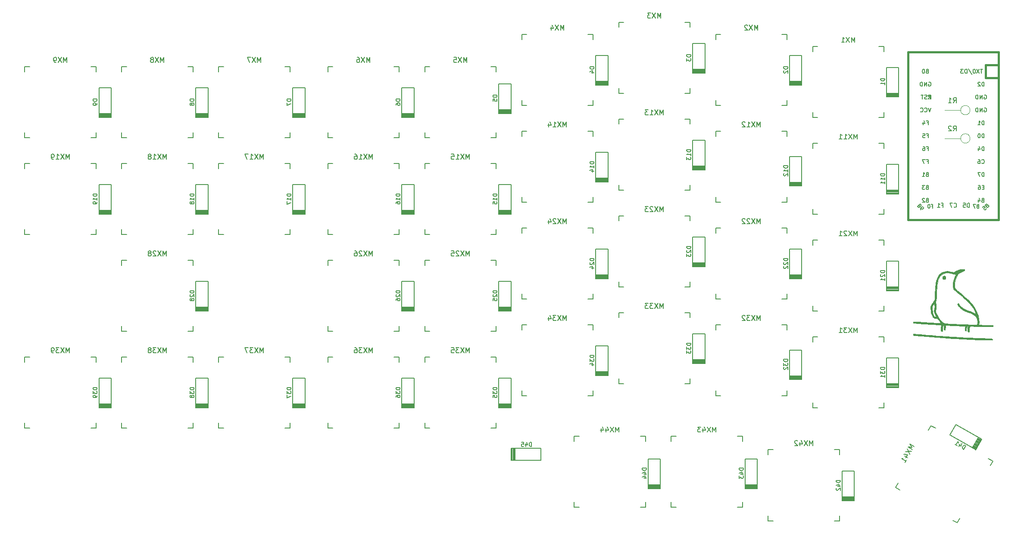
<source format=gbr>
%TF.GenerationSoftware,KiCad,Pcbnew,(5.1.9-0-10_14)*%
%TF.CreationDate,2021-04-25T18:42:27-05:00*%
%TF.ProjectId,wren-nav,7772656e-2d6e-4617-962e-6b696361645f,rev?*%
%TF.SameCoordinates,Original*%
%TF.FileFunction,Legend,Bot*%
%TF.FilePolarity,Positive*%
%FSLAX46Y46*%
G04 Gerber Fmt 4.6, Leading zero omitted, Abs format (unit mm)*
G04 Created by KiCad (PCBNEW (5.1.9-0-10_14)) date 2021-04-25 18:42:27*
%MOMM*%
%LPD*%
G01*
G04 APERTURE LIST*
%ADD10C,0.010000*%
%ADD11C,0.381000*%
%ADD12C,0.150000*%
%ADD13C,0.200000*%
%ADD14C,0.120000*%
G04 APERTURE END LIST*
D10*
%TO.C,G\u002A\u002A\u002A*%
G36*
X239403297Y-70714347D02*
G01*
X239344127Y-70733749D01*
X239218594Y-70824822D01*
X239151241Y-70954498D01*
X239143114Y-71099163D01*
X239195256Y-71235208D01*
X239308713Y-71339022D01*
X239317155Y-71343536D01*
X239420848Y-71391649D01*
X239494069Y-71398916D01*
X239579857Y-71366487D01*
X239610166Y-71351374D01*
X239733205Y-71253094D01*
X239793068Y-71128654D01*
X239797141Y-70995206D01*
X239752813Y-70869900D01*
X239667471Y-70769888D01*
X239548503Y-70712320D01*
X239403297Y-70714347D01*
G37*
X239403297Y-70714347D02*
X239344127Y-70733749D01*
X239218594Y-70824822D01*
X239151241Y-70954498D01*
X239143114Y-71099163D01*
X239195256Y-71235208D01*
X239308713Y-71339022D01*
X239317155Y-71343536D01*
X239420848Y-71391649D01*
X239494069Y-71398916D01*
X239579857Y-71366487D01*
X239610166Y-71351374D01*
X239733205Y-71253094D01*
X239793068Y-71128654D01*
X239797141Y-70995206D01*
X239752813Y-70869900D01*
X239667471Y-70769888D01*
X239548503Y-70712320D01*
X239403297Y-70714347D01*
G36*
X243042689Y-69379606D02*
G01*
X242985826Y-69382175D01*
X242844145Y-69390166D01*
X242729686Y-69402675D01*
X242624718Y-69425624D01*
X242511514Y-69464939D01*
X242372344Y-69526542D01*
X242189478Y-69616357D01*
X242004825Y-69709951D01*
X241395732Y-70019946D01*
X240898871Y-69906646D01*
X240459153Y-69824023D01*
X240073717Y-69792887D01*
X239727879Y-69815616D01*
X239406953Y-69894586D01*
X239096254Y-70032176D01*
X238781096Y-70230762D01*
X238747683Y-70254859D01*
X238528706Y-70460457D01*
X238326692Y-70742895D01*
X238145319Y-71095394D01*
X237988270Y-71511175D01*
X237899967Y-71816049D01*
X237839620Y-72105211D01*
X237786990Y-72474770D01*
X237742448Y-72920779D01*
X237706366Y-73439286D01*
X237679114Y-74026344D01*
X237671886Y-74242183D01*
X237661245Y-74581306D01*
X237651622Y-74847400D01*
X237641803Y-75052077D01*
X237630571Y-75206945D01*
X237616712Y-75323614D01*
X237599010Y-75413694D01*
X237576250Y-75488794D01*
X237547218Y-75560525D01*
X237529869Y-75598974D01*
X237441574Y-75758656D01*
X237321785Y-75934726D01*
X237219348Y-76062212D01*
X237055090Y-76263557D01*
X236945123Y-76446970D01*
X236879996Y-76638692D01*
X236850255Y-76864965D01*
X236845691Y-77099583D01*
X236867355Y-77473817D01*
X236921689Y-77844976D01*
X237003969Y-78193612D01*
X237109473Y-78500281D01*
X237233479Y-78745535D01*
X237252489Y-78774513D01*
X237387996Y-78940875D01*
X237531747Y-79037445D01*
X237709462Y-79077273D01*
X237852669Y-79079020D01*
X238119687Y-79068791D01*
X238420215Y-79445144D01*
X238555210Y-79609430D01*
X238685434Y-79759614D01*
X238793909Y-79876549D01*
X238851620Y-79931624D01*
X238982497Y-80041750D01*
X238778165Y-80041677D01*
X238672591Y-80038720D01*
X238491794Y-80030285D01*
X238245000Y-80016958D01*
X237941436Y-79999325D01*
X237590326Y-79977970D01*
X237200898Y-79953480D01*
X236782378Y-79926440D01*
X236343992Y-79897435D01*
X235894966Y-79867050D01*
X235444525Y-79835872D01*
X235001897Y-79804486D01*
X234730013Y-79784782D01*
X234415276Y-79762704D01*
X234126438Y-79744239D01*
X233874730Y-79729963D01*
X233671382Y-79720450D01*
X233527626Y-79716276D01*
X233454692Y-79718017D01*
X233449429Y-79719186D01*
X233403419Y-79775162D01*
X233389245Y-79867476D01*
X233409357Y-79953068D01*
X233434553Y-79980857D01*
X233488143Y-79991156D01*
X233618486Y-80006055D01*
X233817828Y-80024971D01*
X234078414Y-80047321D01*
X234392490Y-80072522D01*
X234752301Y-80099991D01*
X235150092Y-80129145D01*
X235578110Y-80159401D01*
X236028600Y-80190176D01*
X236493807Y-80220887D01*
X236965976Y-80250952D01*
X237303834Y-80271745D01*
X237618028Y-80291088D01*
X237919898Y-80310227D01*
X238194276Y-80328157D01*
X238425996Y-80343875D01*
X238599889Y-80356376D01*
X238684034Y-80363108D01*
X238963567Y-80387760D01*
X238901720Y-80564005D01*
X238867998Y-80715754D01*
X238848322Y-80918183D01*
X238843409Y-81138363D01*
X238853976Y-81343365D01*
X238880737Y-81500257D01*
X238881316Y-81502250D01*
X238924440Y-81594443D01*
X238998631Y-81627167D01*
X239042546Y-81629250D01*
X239166500Y-81629250D01*
X239166716Y-81163583D01*
X239177371Y-80866224D01*
X239208265Y-80636944D01*
X239258247Y-80479768D01*
X239326165Y-80398717D01*
X239387952Y-80390256D01*
X239443698Y-80431488D01*
X239447768Y-80467597D01*
X239438042Y-80536909D01*
X239425834Y-80665671D01*
X239413457Y-80828805D01*
X239410913Y-80867250D01*
X239402344Y-81043040D01*
X239406464Y-81158095D01*
X239426716Y-81235838D01*
X239466542Y-81299694D01*
X239476243Y-81311750D01*
X239547213Y-81381306D01*
X239607011Y-81387180D01*
X239640098Y-81370673D01*
X239680496Y-81330520D01*
X239705291Y-81258148D01*
X239718604Y-81134770D01*
X239723698Y-80989673D01*
X239732956Y-80812236D01*
X239751039Y-80653007D01*
X239774262Y-80543190D01*
X239777457Y-80534195D01*
X239824352Y-80412807D01*
X240215093Y-80440006D01*
X240327549Y-80446763D01*
X240507897Y-80456301D01*
X240744156Y-80468082D01*
X241024349Y-80481569D01*
X241336495Y-80496223D01*
X241668615Y-80511505D01*
X242008729Y-80526879D01*
X242344858Y-80541806D01*
X242665024Y-80555747D01*
X242957245Y-80568165D01*
X243209544Y-80578522D01*
X243409940Y-80586280D01*
X243546454Y-80590901D01*
X243598757Y-80591983D01*
X243642159Y-80599471D01*
X243647183Y-80636461D01*
X243615098Y-80725007D01*
X243607477Y-80743350D01*
X243570017Y-80881777D01*
X243553590Y-81048856D01*
X243557012Y-81219594D01*
X243579097Y-81369002D01*
X243618660Y-81472087D01*
X243643250Y-81497614D01*
X243736629Y-81528941D01*
X243803112Y-81486280D01*
X243844388Y-81367046D01*
X243862149Y-81168651D01*
X243862316Y-81162285D01*
X243885769Y-80913164D01*
X243940819Y-80732327D01*
X244025504Y-80624024D01*
X244125117Y-80592083D01*
X244201304Y-80602895D01*
X244210436Y-80645501D01*
X244202745Y-80666166D01*
X244122310Y-80910287D01*
X244079855Y-81163580D01*
X244076189Y-81403761D01*
X244112120Y-81608547D01*
X244164325Y-81723659D01*
X244227625Y-81801583D01*
X244287765Y-81811523D01*
X244351323Y-81778937D01*
X244382875Y-81736873D01*
X244402578Y-81649466D01*
X244412520Y-81502472D01*
X244414823Y-81345668D01*
X244423064Y-81098858D01*
X244447908Y-80917675D01*
X244488870Y-80790502D01*
X244561906Y-80629089D01*
X245970537Y-80663502D01*
X246359748Y-80672304D01*
X246767790Y-80680274D01*
X247174872Y-80687113D01*
X247561203Y-80692522D01*
X247906992Y-80696203D01*
X248192449Y-80697855D01*
X248247000Y-80697916D01*
X249114834Y-80697916D01*
X249128252Y-80581259D01*
X249119591Y-80483618D01*
X249084766Y-80442765D01*
X249029824Y-80436488D01*
X248900844Y-80428961D01*
X248708438Y-80420583D01*
X248463220Y-80411752D01*
X248175802Y-80402864D01*
X247856795Y-80394319D01*
X247679587Y-80390089D01*
X246331313Y-80359250D01*
X246338924Y-79884775D01*
X246336698Y-79838861D01*
X246030361Y-79838861D01*
X246020756Y-80058633D01*
X245993475Y-80350684D01*
X245077655Y-80322671D01*
X244769593Y-80312910D01*
X244402086Y-80300719D01*
X244000291Y-80286967D01*
X243589364Y-80272521D01*
X243194463Y-80258250D01*
X242976500Y-80250163D01*
X242588048Y-80234990D01*
X242154678Y-80217067D01*
X241705255Y-80197653D01*
X241268638Y-80178006D01*
X240873691Y-80159387D01*
X240704759Y-80151051D01*
X240372695Y-80134077D01*
X240113774Y-80119601D01*
X239916569Y-80106122D01*
X239769648Y-80092139D01*
X239661586Y-80076153D01*
X239580951Y-80056661D01*
X239516316Y-80032164D01*
X239456251Y-80001161D01*
X239424734Y-79982969D01*
X239196584Y-79818504D01*
X238951814Y-79586933D01*
X238701696Y-79301087D01*
X238457501Y-78973800D01*
X238319986Y-78758998D01*
X237917667Y-78758998D01*
X237880490Y-78767426D01*
X237788553Y-78765640D01*
X237763123Y-78763722D01*
X237611477Y-78719413D01*
X237530436Y-78644750D01*
X237436443Y-78476434D01*
X237350621Y-78247132D01*
X237276161Y-77976125D01*
X237216253Y-77682693D01*
X237174087Y-77386118D01*
X237152853Y-77105679D01*
X237155743Y-76860658D01*
X237185945Y-76670334D01*
X237197803Y-76634435D01*
X237244301Y-76544844D01*
X237318282Y-76433172D01*
X237402522Y-76321912D01*
X237479796Y-76233555D01*
X237532880Y-76190593D01*
X237538606Y-76189416D01*
X237558787Y-76227974D01*
X237584605Y-76329903D01*
X237611009Y-76474585D01*
X237615152Y-76501683D01*
X237637827Y-76693275D01*
X237637754Y-76840675D01*
X237613738Y-76981567D01*
X237598030Y-77041433D01*
X237536820Y-77293458D01*
X237509759Y-77510328D01*
X237519438Y-77714462D01*
X237568446Y-77928278D01*
X237659371Y-78174197D01*
X237753313Y-78386026D01*
X237825126Y-78542995D01*
X237881024Y-78668614D01*
X237913067Y-78744868D01*
X237917667Y-78758998D01*
X238319986Y-78758998D01*
X238240172Y-78634327D01*
X238062728Y-78318028D01*
X237937270Y-78051592D01*
X237860474Y-77820779D01*
X237829011Y-77611353D01*
X237839557Y-77409073D01*
X237888784Y-77199703D01*
X237898149Y-77170313D01*
X237947913Y-76902129D01*
X237941762Y-76579225D01*
X237880036Y-76210150D01*
X237855848Y-76111235D01*
X237821513Y-75967932D01*
X237809685Y-75862595D01*
X237821825Y-75759916D01*
X237859392Y-75624588D01*
X237878478Y-75564045D01*
X237906084Y-75469060D01*
X237928355Y-75368647D01*
X237946278Y-75251089D01*
X237960843Y-75104668D01*
X237973039Y-74917667D01*
X237983855Y-74678367D01*
X237994280Y-74375053D01*
X238002567Y-74093916D01*
X238020115Y-73587549D01*
X238042851Y-73153147D01*
X238072203Y-72778089D01*
X238109604Y-72449758D01*
X238156481Y-72155533D01*
X238214266Y-71882796D01*
X238282173Y-71626556D01*
X238426200Y-71219197D01*
X238603876Y-70883950D01*
X238821396Y-70612835D01*
X239084952Y-70397872D01*
X239347128Y-70254552D01*
X239586411Y-70163404D01*
X239825623Y-70112054D01*
X240082630Y-70100006D01*
X240375297Y-70126766D01*
X240721491Y-70191838D01*
X240817500Y-70213800D01*
X241045743Y-70265660D01*
X241266277Y-70312556D01*
X241454708Y-70349498D01*
X241586641Y-70371497D01*
X241591721Y-70372167D01*
X241713432Y-70392541D01*
X241789352Y-70414320D01*
X241803145Y-70427171D01*
X241778253Y-70475803D01*
X241726015Y-70576124D01*
X241668408Y-70686083D01*
X241510949Y-71037501D01*
X241384179Y-71424794D01*
X241291251Y-71828658D01*
X241235321Y-72229790D01*
X241219543Y-72608888D01*
X241247072Y-72946648D01*
X241276108Y-73086549D01*
X241334808Y-73245778D01*
X241417722Y-73395981D01*
X241456024Y-73446841D01*
X241501851Y-73498449D01*
X241550849Y-73549221D01*
X241611639Y-73606443D01*
X241692847Y-73677404D01*
X241803095Y-73769389D01*
X241951007Y-73889687D01*
X242145206Y-74045585D01*
X242394316Y-74244370D01*
X242489667Y-74320324D01*
X242746813Y-74532274D01*
X243038940Y-74785020D01*
X243350122Y-75063792D01*
X243664432Y-75353820D01*
X243965940Y-75640333D01*
X244238721Y-75908562D01*
X244466846Y-76143735D01*
X244532375Y-76214605D01*
X244923891Y-76682595D01*
X245246754Y-77154708D01*
X245515087Y-77652870D01*
X245639660Y-77934081D01*
X245705674Y-78095737D01*
X245757214Y-78226103D01*
X245787082Y-78306758D01*
X245791667Y-78323156D01*
X245760782Y-78309747D01*
X245678471Y-78255033D01*
X245560254Y-78169545D01*
X245512568Y-78133773D01*
X245232050Y-77937812D01*
X244975692Y-77797579D01*
X244717578Y-77700535D01*
X244511526Y-77649424D01*
X244057540Y-77518443D01*
X243615789Y-77318932D01*
X243201991Y-77061275D01*
X242831867Y-76755856D01*
X242521134Y-76413062D01*
X242414536Y-76264100D01*
X242310365Y-76144730D01*
X242211714Y-76108343D01*
X242120367Y-76155477D01*
X242105972Y-76171496D01*
X242081561Y-76245679D01*
X242111224Y-76350175D01*
X242198182Y-76490005D01*
X242345652Y-76670190D01*
X242556855Y-76895751D01*
X242595500Y-76935094D01*
X242950356Y-77258096D01*
X243320825Y-77518702D01*
X243724273Y-77726289D01*
X244178063Y-77890235D01*
X244540388Y-77985297D01*
X244784369Y-78068582D01*
X245047335Y-78204081D01*
X245309491Y-78377161D01*
X245551045Y-78573188D01*
X245752202Y-78777527D01*
X245893168Y-78975543D01*
X245901892Y-78991908D01*
X245954204Y-79140366D01*
X245994926Y-79347820D01*
X246021248Y-79589057D01*
X246030361Y-79838861D01*
X246336698Y-79838861D01*
X246307407Y-79234752D01*
X246192709Y-78594308D01*
X245996073Y-77966601D01*
X245718741Y-77354789D01*
X245361956Y-76762031D01*
X244926960Y-76191486D01*
X244852182Y-76104750D01*
X244609586Y-75841082D01*
X244313989Y-75541149D01*
X243980580Y-75218875D01*
X243624546Y-74888184D01*
X243261075Y-74562999D01*
X242905354Y-74257244D01*
X242572570Y-73984843D01*
X242362667Y-73822413D01*
X242089933Y-73611170D01*
X241882907Y-73435524D01*
X241734118Y-73288496D01*
X241636092Y-73163105D01*
X241610901Y-73120250D01*
X241571277Y-72991662D01*
X241548178Y-72799694D01*
X241541266Y-72563940D01*
X241550205Y-72303990D01*
X241574658Y-72039436D01*
X241614290Y-71789870D01*
X241635394Y-71694177D01*
X241778431Y-71211541D01*
X241956589Y-70803010D01*
X242173624Y-70464047D01*
X242433290Y-70190114D01*
X242739339Y-69976676D01*
X243095527Y-69819194D01*
X243218903Y-69780396D01*
X243401760Y-69711055D01*
X243506346Y-69632303D01*
X243530620Y-69546988D01*
X243472541Y-69457959D01*
X243458503Y-69445992D01*
X243397401Y-69406174D01*
X243322029Y-69383768D01*
X243210941Y-69375877D01*
X243042689Y-69379606D01*
G37*
X243042689Y-69379606D02*
X242985826Y-69382175D01*
X242844145Y-69390166D01*
X242729686Y-69402675D01*
X242624718Y-69425624D01*
X242511514Y-69464939D01*
X242372344Y-69526542D01*
X242189478Y-69616357D01*
X242004825Y-69709951D01*
X241395732Y-70019946D01*
X240898871Y-69906646D01*
X240459153Y-69824023D01*
X240073717Y-69792887D01*
X239727879Y-69815616D01*
X239406953Y-69894586D01*
X239096254Y-70032176D01*
X238781096Y-70230762D01*
X238747683Y-70254859D01*
X238528706Y-70460457D01*
X238326692Y-70742895D01*
X238145319Y-71095394D01*
X237988270Y-71511175D01*
X237899967Y-71816049D01*
X237839620Y-72105211D01*
X237786990Y-72474770D01*
X237742448Y-72920779D01*
X237706366Y-73439286D01*
X237679114Y-74026344D01*
X237671886Y-74242183D01*
X237661245Y-74581306D01*
X237651622Y-74847400D01*
X237641803Y-75052077D01*
X237630571Y-75206945D01*
X237616712Y-75323614D01*
X237599010Y-75413694D01*
X237576250Y-75488794D01*
X237547218Y-75560525D01*
X237529869Y-75598974D01*
X237441574Y-75758656D01*
X237321785Y-75934726D01*
X237219348Y-76062212D01*
X237055090Y-76263557D01*
X236945123Y-76446970D01*
X236879996Y-76638692D01*
X236850255Y-76864965D01*
X236845691Y-77099583D01*
X236867355Y-77473817D01*
X236921689Y-77844976D01*
X237003969Y-78193612D01*
X237109473Y-78500281D01*
X237233479Y-78745535D01*
X237252489Y-78774513D01*
X237387996Y-78940875D01*
X237531747Y-79037445D01*
X237709462Y-79077273D01*
X237852669Y-79079020D01*
X238119687Y-79068791D01*
X238420215Y-79445144D01*
X238555210Y-79609430D01*
X238685434Y-79759614D01*
X238793909Y-79876549D01*
X238851620Y-79931624D01*
X238982497Y-80041750D01*
X238778165Y-80041677D01*
X238672591Y-80038720D01*
X238491794Y-80030285D01*
X238245000Y-80016958D01*
X237941436Y-79999325D01*
X237590326Y-79977970D01*
X237200898Y-79953480D01*
X236782378Y-79926440D01*
X236343992Y-79897435D01*
X235894966Y-79867050D01*
X235444525Y-79835872D01*
X235001897Y-79804486D01*
X234730013Y-79784782D01*
X234415276Y-79762704D01*
X234126438Y-79744239D01*
X233874730Y-79729963D01*
X233671382Y-79720450D01*
X233527626Y-79716276D01*
X233454692Y-79718017D01*
X233449429Y-79719186D01*
X233403419Y-79775162D01*
X233389245Y-79867476D01*
X233409357Y-79953068D01*
X233434553Y-79980857D01*
X233488143Y-79991156D01*
X233618486Y-80006055D01*
X233817828Y-80024971D01*
X234078414Y-80047321D01*
X234392490Y-80072522D01*
X234752301Y-80099991D01*
X235150092Y-80129145D01*
X235578110Y-80159401D01*
X236028600Y-80190176D01*
X236493807Y-80220887D01*
X236965976Y-80250952D01*
X237303834Y-80271745D01*
X237618028Y-80291088D01*
X237919898Y-80310227D01*
X238194276Y-80328157D01*
X238425996Y-80343875D01*
X238599889Y-80356376D01*
X238684034Y-80363108D01*
X238963567Y-80387760D01*
X238901720Y-80564005D01*
X238867998Y-80715754D01*
X238848322Y-80918183D01*
X238843409Y-81138363D01*
X238853976Y-81343365D01*
X238880737Y-81500257D01*
X238881316Y-81502250D01*
X238924440Y-81594443D01*
X238998631Y-81627167D01*
X239042546Y-81629250D01*
X239166500Y-81629250D01*
X239166716Y-81163583D01*
X239177371Y-80866224D01*
X239208265Y-80636944D01*
X239258247Y-80479768D01*
X239326165Y-80398717D01*
X239387952Y-80390256D01*
X239443698Y-80431488D01*
X239447768Y-80467597D01*
X239438042Y-80536909D01*
X239425834Y-80665671D01*
X239413457Y-80828805D01*
X239410913Y-80867250D01*
X239402344Y-81043040D01*
X239406464Y-81158095D01*
X239426716Y-81235838D01*
X239466542Y-81299694D01*
X239476243Y-81311750D01*
X239547213Y-81381306D01*
X239607011Y-81387180D01*
X239640098Y-81370673D01*
X239680496Y-81330520D01*
X239705291Y-81258148D01*
X239718604Y-81134770D01*
X239723698Y-80989673D01*
X239732956Y-80812236D01*
X239751039Y-80653007D01*
X239774262Y-80543190D01*
X239777457Y-80534195D01*
X239824352Y-80412807D01*
X240215093Y-80440006D01*
X240327549Y-80446763D01*
X240507897Y-80456301D01*
X240744156Y-80468082D01*
X241024349Y-80481569D01*
X241336495Y-80496223D01*
X241668615Y-80511505D01*
X242008729Y-80526879D01*
X242344858Y-80541806D01*
X242665024Y-80555747D01*
X242957245Y-80568165D01*
X243209544Y-80578522D01*
X243409940Y-80586280D01*
X243546454Y-80590901D01*
X243598757Y-80591983D01*
X243642159Y-80599471D01*
X243647183Y-80636461D01*
X243615098Y-80725007D01*
X243607477Y-80743350D01*
X243570017Y-80881777D01*
X243553590Y-81048856D01*
X243557012Y-81219594D01*
X243579097Y-81369002D01*
X243618660Y-81472087D01*
X243643250Y-81497614D01*
X243736629Y-81528941D01*
X243803112Y-81486280D01*
X243844388Y-81367046D01*
X243862149Y-81168651D01*
X243862316Y-81162285D01*
X243885769Y-80913164D01*
X243940819Y-80732327D01*
X244025504Y-80624024D01*
X244125117Y-80592083D01*
X244201304Y-80602895D01*
X244210436Y-80645501D01*
X244202745Y-80666166D01*
X244122310Y-80910287D01*
X244079855Y-81163580D01*
X244076189Y-81403761D01*
X244112120Y-81608547D01*
X244164325Y-81723659D01*
X244227625Y-81801583D01*
X244287765Y-81811523D01*
X244351323Y-81778937D01*
X244382875Y-81736873D01*
X244402578Y-81649466D01*
X244412520Y-81502472D01*
X244414823Y-81345668D01*
X244423064Y-81098858D01*
X244447908Y-80917675D01*
X244488870Y-80790502D01*
X244561906Y-80629089D01*
X245970537Y-80663502D01*
X246359748Y-80672304D01*
X246767790Y-80680274D01*
X247174872Y-80687113D01*
X247561203Y-80692522D01*
X247906992Y-80696203D01*
X248192449Y-80697855D01*
X248247000Y-80697916D01*
X249114834Y-80697916D01*
X249128252Y-80581259D01*
X249119591Y-80483618D01*
X249084766Y-80442765D01*
X249029824Y-80436488D01*
X248900844Y-80428961D01*
X248708438Y-80420583D01*
X248463220Y-80411752D01*
X248175802Y-80402864D01*
X247856795Y-80394319D01*
X247679587Y-80390089D01*
X246331313Y-80359250D01*
X246338924Y-79884775D01*
X246336698Y-79838861D01*
X246030361Y-79838861D01*
X246020756Y-80058633D01*
X245993475Y-80350684D01*
X245077655Y-80322671D01*
X244769593Y-80312910D01*
X244402086Y-80300719D01*
X244000291Y-80286967D01*
X243589364Y-80272521D01*
X243194463Y-80258250D01*
X242976500Y-80250163D01*
X242588048Y-80234990D01*
X242154678Y-80217067D01*
X241705255Y-80197653D01*
X241268638Y-80178006D01*
X240873691Y-80159387D01*
X240704759Y-80151051D01*
X240372695Y-80134077D01*
X240113774Y-80119601D01*
X239916569Y-80106122D01*
X239769648Y-80092139D01*
X239661586Y-80076153D01*
X239580951Y-80056661D01*
X239516316Y-80032164D01*
X239456251Y-80001161D01*
X239424734Y-79982969D01*
X239196584Y-79818504D01*
X238951814Y-79586933D01*
X238701696Y-79301087D01*
X238457501Y-78973800D01*
X238319986Y-78758998D01*
X237917667Y-78758998D01*
X237880490Y-78767426D01*
X237788553Y-78765640D01*
X237763123Y-78763722D01*
X237611477Y-78719413D01*
X237530436Y-78644750D01*
X237436443Y-78476434D01*
X237350621Y-78247132D01*
X237276161Y-77976125D01*
X237216253Y-77682693D01*
X237174087Y-77386118D01*
X237152853Y-77105679D01*
X237155743Y-76860658D01*
X237185945Y-76670334D01*
X237197803Y-76634435D01*
X237244301Y-76544844D01*
X237318282Y-76433172D01*
X237402522Y-76321912D01*
X237479796Y-76233555D01*
X237532880Y-76190593D01*
X237538606Y-76189416D01*
X237558787Y-76227974D01*
X237584605Y-76329903D01*
X237611009Y-76474585D01*
X237615152Y-76501683D01*
X237637827Y-76693275D01*
X237637754Y-76840675D01*
X237613738Y-76981567D01*
X237598030Y-77041433D01*
X237536820Y-77293458D01*
X237509759Y-77510328D01*
X237519438Y-77714462D01*
X237568446Y-77928278D01*
X237659371Y-78174197D01*
X237753313Y-78386026D01*
X237825126Y-78542995D01*
X237881024Y-78668614D01*
X237913067Y-78744868D01*
X237917667Y-78758998D01*
X238319986Y-78758998D01*
X238240172Y-78634327D01*
X238062728Y-78318028D01*
X237937270Y-78051592D01*
X237860474Y-77820779D01*
X237829011Y-77611353D01*
X237839557Y-77409073D01*
X237888784Y-77199703D01*
X237898149Y-77170313D01*
X237947913Y-76902129D01*
X237941762Y-76579225D01*
X237880036Y-76210150D01*
X237855848Y-76111235D01*
X237821513Y-75967932D01*
X237809685Y-75862595D01*
X237821825Y-75759916D01*
X237859392Y-75624588D01*
X237878478Y-75564045D01*
X237906084Y-75469060D01*
X237928355Y-75368647D01*
X237946278Y-75251089D01*
X237960843Y-75104668D01*
X237973039Y-74917667D01*
X237983855Y-74678367D01*
X237994280Y-74375053D01*
X238002567Y-74093916D01*
X238020115Y-73587549D01*
X238042851Y-73153147D01*
X238072203Y-72778089D01*
X238109604Y-72449758D01*
X238156481Y-72155533D01*
X238214266Y-71882796D01*
X238282173Y-71626556D01*
X238426200Y-71219197D01*
X238603876Y-70883950D01*
X238821396Y-70612835D01*
X239084952Y-70397872D01*
X239347128Y-70254552D01*
X239586411Y-70163404D01*
X239825623Y-70112054D01*
X240082630Y-70100006D01*
X240375297Y-70126766D01*
X240721491Y-70191838D01*
X240817500Y-70213800D01*
X241045743Y-70265660D01*
X241266277Y-70312556D01*
X241454708Y-70349498D01*
X241586641Y-70371497D01*
X241591721Y-70372167D01*
X241713432Y-70392541D01*
X241789352Y-70414320D01*
X241803145Y-70427171D01*
X241778253Y-70475803D01*
X241726015Y-70576124D01*
X241668408Y-70686083D01*
X241510949Y-71037501D01*
X241384179Y-71424794D01*
X241291251Y-71828658D01*
X241235321Y-72229790D01*
X241219543Y-72608888D01*
X241247072Y-72946648D01*
X241276108Y-73086549D01*
X241334808Y-73245778D01*
X241417722Y-73395981D01*
X241456024Y-73446841D01*
X241501851Y-73498449D01*
X241550849Y-73549221D01*
X241611639Y-73606443D01*
X241692847Y-73677404D01*
X241803095Y-73769389D01*
X241951007Y-73889687D01*
X242145206Y-74045585D01*
X242394316Y-74244370D01*
X242489667Y-74320324D01*
X242746813Y-74532274D01*
X243038940Y-74785020D01*
X243350122Y-75063792D01*
X243664432Y-75353820D01*
X243965940Y-75640333D01*
X244238721Y-75908562D01*
X244466846Y-76143735D01*
X244532375Y-76214605D01*
X244923891Y-76682595D01*
X245246754Y-77154708D01*
X245515087Y-77652870D01*
X245639660Y-77934081D01*
X245705674Y-78095737D01*
X245757214Y-78226103D01*
X245787082Y-78306758D01*
X245791667Y-78323156D01*
X245760782Y-78309747D01*
X245678471Y-78255033D01*
X245560254Y-78169545D01*
X245512568Y-78133773D01*
X245232050Y-77937812D01*
X244975692Y-77797579D01*
X244717578Y-77700535D01*
X244511526Y-77649424D01*
X244057540Y-77518443D01*
X243615789Y-77318932D01*
X243201991Y-77061275D01*
X242831867Y-76755856D01*
X242521134Y-76413062D01*
X242414536Y-76264100D01*
X242310365Y-76144730D01*
X242211714Y-76108343D01*
X242120367Y-76155477D01*
X242105972Y-76171496D01*
X242081561Y-76245679D01*
X242111224Y-76350175D01*
X242198182Y-76490005D01*
X242345652Y-76670190D01*
X242556855Y-76895751D01*
X242595500Y-76935094D01*
X242950356Y-77258096D01*
X243320825Y-77518702D01*
X243724273Y-77726289D01*
X244178063Y-77890235D01*
X244540388Y-77985297D01*
X244784369Y-78068582D01*
X245047335Y-78204081D01*
X245309491Y-78377161D01*
X245551045Y-78573188D01*
X245752202Y-78777527D01*
X245893168Y-78975543D01*
X245901892Y-78991908D01*
X245954204Y-79140366D01*
X245994926Y-79347820D01*
X246021248Y-79589057D01*
X246030361Y-79838861D01*
X246336698Y-79838861D01*
X246307407Y-79234752D01*
X246192709Y-78594308D01*
X245996073Y-77966601D01*
X245718741Y-77354789D01*
X245361956Y-76762031D01*
X244926960Y-76191486D01*
X244852182Y-76104750D01*
X244609586Y-75841082D01*
X244313989Y-75541149D01*
X243980580Y-75218875D01*
X243624546Y-74888184D01*
X243261075Y-74562999D01*
X242905354Y-74257244D01*
X242572570Y-73984843D01*
X242362667Y-73822413D01*
X242089933Y-73611170D01*
X241882907Y-73435524D01*
X241734118Y-73288496D01*
X241636092Y-73163105D01*
X241610901Y-73120250D01*
X241571277Y-72991662D01*
X241548178Y-72799694D01*
X241541266Y-72563940D01*
X241550205Y-72303990D01*
X241574658Y-72039436D01*
X241614290Y-71789870D01*
X241635394Y-71694177D01*
X241778431Y-71211541D01*
X241956589Y-70803010D01*
X242173624Y-70464047D01*
X242433290Y-70190114D01*
X242739339Y-69976676D01*
X243095527Y-69819194D01*
X243218903Y-69780396D01*
X243401760Y-69711055D01*
X243506346Y-69632303D01*
X243530620Y-69546988D01*
X243472541Y-69457959D01*
X243458503Y-69445992D01*
X243397401Y-69406174D01*
X243322029Y-69383768D01*
X243210941Y-69375877D01*
X243042689Y-69379606D01*
G36*
X233450055Y-82143662D02*
G01*
X233395563Y-82201470D01*
X233390973Y-82289813D01*
X233432007Y-82374168D01*
X233483250Y-82411413D01*
X233542387Y-82421827D01*
X233679313Y-82437766D01*
X233887371Y-82458704D01*
X234159900Y-82484117D01*
X234490241Y-82513479D01*
X234871733Y-82546266D01*
X235297719Y-82581951D01*
X235761537Y-82620009D01*
X236256528Y-82659916D01*
X236776033Y-82701145D01*
X237313392Y-82743172D01*
X237861945Y-82785472D01*
X238415033Y-82827519D01*
X238965996Y-82868787D01*
X239508174Y-82908752D01*
X240034909Y-82946889D01*
X240539539Y-82982671D01*
X241015406Y-83015575D01*
X241455850Y-83045073D01*
X241791167Y-83066685D01*
X242179850Y-83090053D01*
X242619835Y-83114504D01*
X243101204Y-83139627D01*
X243614040Y-83165009D01*
X244148426Y-83190238D01*
X244694446Y-83214899D01*
X245242182Y-83238582D01*
X245781718Y-83260874D01*
X246303137Y-83281361D01*
X246796521Y-83299631D01*
X247251953Y-83315271D01*
X247659518Y-83327870D01*
X248009297Y-83337013D01*
X248291374Y-83342289D01*
X248442900Y-83343460D01*
X248666951Y-83340697D01*
X248819538Y-83331074D01*
X248913698Y-83313079D01*
X248962466Y-83285201D01*
X248964421Y-83282956D01*
X248994545Y-83195699D01*
X248956631Y-83114400D01*
X248866089Y-83059333D01*
X248785261Y-83047208D01*
X248619868Y-83045037D01*
X248379110Y-83039156D01*
X248072188Y-83029945D01*
X247708305Y-83017785D01*
X247296664Y-83003055D01*
X246846466Y-82986135D01*
X246366914Y-82967406D01*
X245867210Y-82947246D01*
X245356556Y-82926036D01*
X244844155Y-82904156D01*
X244339210Y-82881986D01*
X243850921Y-82859906D01*
X243388492Y-82838294D01*
X242961125Y-82817533D01*
X242578022Y-82798001D01*
X242248386Y-82780078D01*
X242087500Y-82770700D01*
X241720528Y-82747634D01*
X241278832Y-82718184D01*
X240772056Y-82683071D01*
X240209845Y-82643011D01*
X239601843Y-82598722D01*
X238957694Y-82550923D01*
X238287043Y-82500331D01*
X237599534Y-82447665D01*
X236904812Y-82393642D01*
X236212520Y-82338980D01*
X235532304Y-82284398D01*
X235280972Y-82263988D01*
X234901028Y-82233698D01*
X234546128Y-82206692D01*
X234225406Y-82183570D01*
X233947995Y-82164934D01*
X233723027Y-82151382D01*
X233559636Y-82143516D01*
X233466955Y-82141935D01*
X233450055Y-82143662D01*
G37*
X233450055Y-82143662D02*
X233395563Y-82201470D01*
X233390973Y-82289813D01*
X233432007Y-82374168D01*
X233483250Y-82411413D01*
X233542387Y-82421827D01*
X233679313Y-82437766D01*
X233887371Y-82458704D01*
X234159900Y-82484117D01*
X234490241Y-82513479D01*
X234871733Y-82546266D01*
X235297719Y-82581951D01*
X235761537Y-82620009D01*
X236256528Y-82659916D01*
X236776033Y-82701145D01*
X237313392Y-82743172D01*
X237861945Y-82785472D01*
X238415033Y-82827519D01*
X238965996Y-82868787D01*
X239508174Y-82908752D01*
X240034909Y-82946889D01*
X240539539Y-82982671D01*
X241015406Y-83015575D01*
X241455850Y-83045073D01*
X241791167Y-83066685D01*
X242179850Y-83090053D01*
X242619835Y-83114504D01*
X243101204Y-83139627D01*
X243614040Y-83165009D01*
X244148426Y-83190238D01*
X244694446Y-83214899D01*
X245242182Y-83238582D01*
X245781718Y-83260874D01*
X246303137Y-83281361D01*
X246796521Y-83299631D01*
X247251953Y-83315271D01*
X247659518Y-83327870D01*
X248009297Y-83337013D01*
X248291374Y-83342289D01*
X248442900Y-83343460D01*
X248666951Y-83340697D01*
X248819538Y-83331074D01*
X248913698Y-83313079D01*
X248962466Y-83285201D01*
X248964421Y-83282956D01*
X248994545Y-83195699D01*
X248956631Y-83114400D01*
X248866089Y-83059333D01*
X248785261Y-83047208D01*
X248619868Y-83045037D01*
X248379110Y-83039156D01*
X248072188Y-83029945D01*
X247708305Y-83017785D01*
X247296664Y-83003055D01*
X246846466Y-82986135D01*
X246366914Y-82967406D01*
X245867210Y-82947246D01*
X245356556Y-82926036D01*
X244844155Y-82904156D01*
X244339210Y-82881986D01*
X243850921Y-82859906D01*
X243388492Y-82838294D01*
X242961125Y-82817533D01*
X242578022Y-82798001D01*
X242248386Y-82780078D01*
X242087500Y-82770700D01*
X241720528Y-82747634D01*
X241278832Y-82718184D01*
X240772056Y-82683071D01*
X240209845Y-82643011D01*
X239601843Y-82598722D01*
X238957694Y-82550923D01*
X238287043Y-82500331D01*
X237599534Y-82447665D01*
X236904812Y-82393642D01*
X236212520Y-82338980D01*
X235532304Y-82284398D01*
X235280972Y-82263988D01*
X234901028Y-82233698D01*
X234546128Y-82206692D01*
X234225406Y-82183570D01*
X233947995Y-82164934D01*
X233723027Y-82151382D01*
X233559636Y-82143516D01*
X233466955Y-82141935D01*
X233450055Y-82143662D01*
D11*
%TO.C,U1*%
X247650000Y-29210000D02*
X250190000Y-29210000D01*
X250190000Y-26670000D02*
X250190000Y-29210000D01*
X232410000Y-26670000D02*
X250190000Y-26670000D01*
X232410000Y-29210000D02*
X232410000Y-26670000D01*
D12*
G36*
X236368432Y-35689360D02*
G01*
X236368432Y-35889360D01*
X236468432Y-35889360D01*
X236468432Y-35689360D01*
X236368432Y-35689360D01*
G37*
X236368432Y-35689360D02*
X236368432Y-35889360D01*
X236468432Y-35889360D01*
X236468432Y-35689360D01*
X236368432Y-35689360D01*
G36*
X236768432Y-35089360D02*
G01*
X236768432Y-35889360D01*
X236868432Y-35889360D01*
X236868432Y-35089360D01*
X236768432Y-35089360D01*
G37*
X236768432Y-35089360D02*
X236768432Y-35889360D01*
X236868432Y-35889360D01*
X236868432Y-35089360D01*
X236768432Y-35089360D01*
G36*
X236368432Y-35089360D02*
G01*
X236368432Y-35189360D01*
X236868432Y-35189360D01*
X236868432Y-35089360D01*
X236368432Y-35089360D01*
G37*
X236368432Y-35089360D02*
X236368432Y-35189360D01*
X236868432Y-35189360D01*
X236868432Y-35089360D01*
X236368432Y-35089360D01*
G36*
X236568432Y-35489360D02*
G01*
X236568432Y-35589360D01*
X236668432Y-35589360D01*
X236668432Y-35489360D01*
X236568432Y-35489360D01*
G37*
X236568432Y-35489360D02*
X236568432Y-35589360D01*
X236668432Y-35589360D01*
X236668432Y-35489360D01*
X236568432Y-35489360D01*
G36*
X236368432Y-35089360D02*
G01*
X236368432Y-35389360D01*
X236468432Y-35389360D01*
X236468432Y-35089360D01*
X236368432Y-35089360D01*
G37*
X236368432Y-35089360D02*
X236368432Y-35389360D01*
X236468432Y-35389360D01*
X236468432Y-35089360D01*
X236368432Y-35089360D01*
D11*
X247650000Y-31750000D02*
X250190000Y-31750000D01*
X247650000Y-29210000D02*
X247650000Y-31750000D01*
X232410000Y-59690000D02*
X232410000Y-29210000D01*
X250190000Y-59690000D02*
X232410000Y-59690000D01*
X250190000Y-29210000D02*
X250190000Y-59690000D01*
D12*
%TO.C,MX9*%
X58881250Y-29512500D02*
X59881250Y-29512500D01*
X71881250Y-29512500D02*
X72881250Y-29512500D01*
X72881250Y-29512500D02*
X72881250Y-30512500D01*
X72881250Y-43512500D02*
X71881250Y-43512500D01*
X72881250Y-42512500D02*
X72881250Y-43512500D01*
X59881250Y-43512500D02*
X58881250Y-43512500D01*
X58881250Y-43512500D02*
X58881250Y-42512500D01*
X58881250Y-30512500D02*
X58881250Y-29512500D01*
%TO.C,MX39*%
X58881250Y-86662500D02*
X59881250Y-86662500D01*
X71881250Y-86662500D02*
X72881250Y-86662500D01*
X72881250Y-86662500D02*
X72881250Y-87662500D01*
X72881250Y-100662500D02*
X71881250Y-100662500D01*
X72881250Y-99662500D02*
X72881250Y-100662500D01*
X59881250Y-100662500D02*
X58881250Y-100662500D01*
X58881250Y-100662500D02*
X58881250Y-99662500D01*
X58881250Y-87662500D02*
X58881250Y-86662500D01*
%TO.C,MX41*%
X230787848Y-112821928D02*
X229921822Y-112321928D01*
X242046178Y-119321928D02*
X241180152Y-118821928D01*
X242546178Y-118455902D02*
X242046178Y-119321928D01*
X248180152Y-106697572D02*
X249046178Y-107197572D01*
X249046178Y-107197572D02*
X248546178Y-108063598D01*
X236921822Y-100197572D02*
X237787848Y-100697572D01*
X236421822Y-101063598D02*
X236921822Y-100197572D01*
X229921822Y-112321928D02*
X230421822Y-111455902D01*
%TO.C,MX15*%
X137462500Y-49562500D02*
X137462500Y-48562500D01*
X137462500Y-62562500D02*
X137462500Y-61562500D01*
X138462500Y-62562500D02*
X137462500Y-62562500D01*
X151462500Y-61562500D02*
X151462500Y-62562500D01*
X151462500Y-62562500D02*
X150462500Y-62562500D01*
X151462500Y-48562500D02*
X151462500Y-49562500D01*
X150462500Y-48562500D02*
X151462500Y-48562500D01*
X137462500Y-48562500D02*
X138462500Y-48562500D01*
%TO.C,MX44*%
X166825000Y-103251750D02*
X166825000Y-102251750D01*
X166825000Y-116251750D02*
X166825000Y-115251750D01*
X167825000Y-116251750D02*
X166825000Y-116251750D01*
X180825000Y-115251750D02*
X180825000Y-116251750D01*
X180825000Y-116251750D02*
X179825000Y-116251750D01*
X180825000Y-102251750D02*
X180825000Y-103251750D01*
X179825000Y-102251750D02*
X180825000Y-102251750D01*
X166825000Y-102251750D02*
X167825000Y-102251750D01*
%TO.C,MX43*%
X185875000Y-103251750D02*
X185875000Y-102251750D01*
X185875000Y-116251750D02*
X185875000Y-115251750D01*
X186875000Y-116251750D02*
X185875000Y-116251750D01*
X199875000Y-115251750D02*
X199875000Y-116251750D01*
X199875000Y-116251750D02*
X198875000Y-116251750D01*
X199875000Y-102251750D02*
X199875000Y-103251750D01*
X198875000Y-102251750D02*
X199875000Y-102251750D01*
X185875000Y-102251750D02*
X186875000Y-102251750D01*
%TO.C,MX42*%
X204925000Y-105918750D02*
X204925000Y-104918750D01*
X204925000Y-118918750D02*
X204925000Y-117918750D01*
X205925000Y-118918750D02*
X204925000Y-118918750D01*
X218925000Y-117918750D02*
X218925000Y-118918750D01*
X218925000Y-118918750D02*
X217925000Y-118918750D01*
X218925000Y-104918750D02*
X218925000Y-105918750D01*
X217925000Y-104918750D02*
X218925000Y-104918750D01*
X204925000Y-104918750D02*
X205925000Y-104918750D01*
%TO.C,MX38*%
X77931250Y-87662500D02*
X77931250Y-86662500D01*
X77931250Y-100662500D02*
X77931250Y-99662500D01*
X78931250Y-100662500D02*
X77931250Y-100662500D01*
X91931250Y-99662500D02*
X91931250Y-100662500D01*
X91931250Y-100662500D02*
X90931250Y-100662500D01*
X91931250Y-86662500D02*
X91931250Y-87662500D01*
X90931250Y-86662500D02*
X91931250Y-86662500D01*
X77931250Y-86662500D02*
X78931250Y-86662500D01*
%TO.C,MX37*%
X96981250Y-87662500D02*
X96981250Y-86662500D01*
X96981250Y-100662500D02*
X96981250Y-99662500D01*
X97981250Y-100662500D02*
X96981250Y-100662500D01*
X110981250Y-99662500D02*
X110981250Y-100662500D01*
X110981250Y-100662500D02*
X109981250Y-100662500D01*
X110981250Y-86662500D02*
X110981250Y-87662500D01*
X109981250Y-86662500D02*
X110981250Y-86662500D01*
X96981250Y-86662500D02*
X97981250Y-86662500D01*
%TO.C,MX36*%
X118412500Y-87662500D02*
X118412500Y-86662500D01*
X118412500Y-100662500D02*
X118412500Y-99662500D01*
X119412500Y-100662500D02*
X118412500Y-100662500D01*
X132412500Y-99662500D02*
X132412500Y-100662500D01*
X132412500Y-100662500D02*
X131412500Y-100662500D01*
X132412500Y-86662500D02*
X132412500Y-87662500D01*
X131412500Y-86662500D02*
X132412500Y-86662500D01*
X118412500Y-86662500D02*
X119412500Y-86662500D01*
%TO.C,MX35*%
X137462500Y-87662500D02*
X137462500Y-86662500D01*
X137462500Y-100662500D02*
X137462500Y-99662500D01*
X138462500Y-100662500D02*
X137462500Y-100662500D01*
X151462500Y-99662500D02*
X151462500Y-100662500D01*
X151462500Y-100662500D02*
X150462500Y-100662500D01*
X151462500Y-86662500D02*
X151462500Y-87662500D01*
X150462500Y-86662500D02*
X151462500Y-86662500D01*
X137462500Y-86662500D02*
X138462500Y-86662500D01*
%TO.C,MX34*%
X156512500Y-81312500D02*
X156512500Y-80312500D01*
X156512500Y-94312500D02*
X156512500Y-93312500D01*
X157512500Y-94312500D02*
X156512500Y-94312500D01*
X170512500Y-93312500D02*
X170512500Y-94312500D01*
X170512500Y-94312500D02*
X169512500Y-94312500D01*
X170512500Y-80312500D02*
X170512500Y-81312500D01*
X169512500Y-80312500D02*
X170512500Y-80312500D01*
X156512500Y-80312500D02*
X157512500Y-80312500D01*
%TO.C,MX33*%
X175562500Y-78931250D02*
X175562500Y-77931250D01*
X175562500Y-91931250D02*
X175562500Y-90931250D01*
X176562500Y-91931250D02*
X175562500Y-91931250D01*
X189562500Y-90931250D02*
X189562500Y-91931250D01*
X189562500Y-91931250D02*
X188562500Y-91931250D01*
X189562500Y-77931250D02*
X189562500Y-78931250D01*
X188562500Y-77931250D02*
X189562500Y-77931250D01*
X175562500Y-77931250D02*
X176562500Y-77931250D01*
%TO.C,MX32*%
X194612500Y-81312500D02*
X194612500Y-80312500D01*
X194612500Y-94312500D02*
X194612500Y-93312500D01*
X195612500Y-94312500D02*
X194612500Y-94312500D01*
X208612500Y-93312500D02*
X208612500Y-94312500D01*
X208612500Y-94312500D02*
X207612500Y-94312500D01*
X208612500Y-80312500D02*
X208612500Y-81312500D01*
X207612500Y-80312500D02*
X208612500Y-80312500D01*
X194612500Y-80312500D02*
X195612500Y-80312500D01*
%TO.C,MX31*%
X213662500Y-83693750D02*
X213662500Y-82693750D01*
X213662500Y-96693750D02*
X213662500Y-95693750D01*
X214662500Y-96693750D02*
X213662500Y-96693750D01*
X227662500Y-95693750D02*
X227662500Y-96693750D01*
X227662500Y-96693750D02*
X226662500Y-96693750D01*
X227662500Y-82693750D02*
X227662500Y-83693750D01*
X226662500Y-82693750D02*
X227662500Y-82693750D01*
X213662500Y-82693750D02*
X214662500Y-82693750D01*
%TO.C,MX28*%
X77931250Y-68612500D02*
X77931250Y-67612500D01*
X77931250Y-81612500D02*
X77931250Y-80612500D01*
X78931250Y-81612500D02*
X77931250Y-81612500D01*
X91931250Y-80612500D02*
X91931250Y-81612500D01*
X91931250Y-81612500D02*
X90931250Y-81612500D01*
X91931250Y-67612500D02*
X91931250Y-68612500D01*
X90931250Y-67612500D02*
X91931250Y-67612500D01*
X77931250Y-67612500D02*
X78931250Y-67612500D01*
%TO.C,MX26*%
X118412500Y-68612500D02*
X118412500Y-67612500D01*
X118412500Y-81612500D02*
X118412500Y-80612500D01*
X119412500Y-81612500D02*
X118412500Y-81612500D01*
X132412500Y-80612500D02*
X132412500Y-81612500D01*
X132412500Y-81612500D02*
X131412500Y-81612500D01*
X132412500Y-67612500D02*
X132412500Y-68612500D01*
X131412500Y-67612500D02*
X132412500Y-67612500D01*
X118412500Y-67612500D02*
X119412500Y-67612500D01*
%TO.C,MX25*%
X137462500Y-68612500D02*
X137462500Y-67612500D01*
X137462500Y-81612500D02*
X137462500Y-80612500D01*
X138462500Y-81612500D02*
X137462500Y-81612500D01*
X151462500Y-80612500D02*
X151462500Y-81612500D01*
X151462500Y-81612500D02*
X150462500Y-81612500D01*
X151462500Y-67612500D02*
X151462500Y-68612500D01*
X150462500Y-67612500D02*
X151462500Y-67612500D01*
X137462500Y-67612500D02*
X138462500Y-67612500D01*
%TO.C,MX24*%
X156512500Y-62262500D02*
X156512500Y-61262500D01*
X156512500Y-75262500D02*
X156512500Y-74262500D01*
X157512500Y-75262500D02*
X156512500Y-75262500D01*
X170512500Y-74262500D02*
X170512500Y-75262500D01*
X170512500Y-75262500D02*
X169512500Y-75262500D01*
X170512500Y-61262500D02*
X170512500Y-62262500D01*
X169512500Y-61262500D02*
X170512500Y-61262500D01*
X156512500Y-61262500D02*
X157512500Y-61262500D01*
%TO.C,MX23*%
X175562500Y-59881250D02*
X175562500Y-58881250D01*
X175562500Y-72881250D02*
X175562500Y-71881250D01*
X176562500Y-72881250D02*
X175562500Y-72881250D01*
X189562500Y-71881250D02*
X189562500Y-72881250D01*
X189562500Y-72881250D02*
X188562500Y-72881250D01*
X189562500Y-58881250D02*
X189562500Y-59881250D01*
X188562500Y-58881250D02*
X189562500Y-58881250D01*
X175562500Y-58881250D02*
X176562500Y-58881250D01*
%TO.C,MX22*%
X194612500Y-62262500D02*
X194612500Y-61262500D01*
X194612500Y-75262500D02*
X194612500Y-74262500D01*
X195612500Y-75262500D02*
X194612500Y-75262500D01*
X208612500Y-74262500D02*
X208612500Y-75262500D01*
X208612500Y-75262500D02*
X207612500Y-75262500D01*
X208612500Y-61262500D02*
X208612500Y-62262500D01*
X207612500Y-61262500D02*
X208612500Y-61262500D01*
X194612500Y-61262500D02*
X195612500Y-61262500D01*
%TO.C,MX21*%
X213662500Y-64643750D02*
X213662500Y-63643750D01*
X213662500Y-77643750D02*
X213662500Y-76643750D01*
X214662500Y-77643750D02*
X213662500Y-77643750D01*
X227662500Y-76643750D02*
X227662500Y-77643750D01*
X227662500Y-77643750D02*
X226662500Y-77643750D01*
X227662500Y-63643750D02*
X227662500Y-64643750D01*
X226662500Y-63643750D02*
X227662500Y-63643750D01*
X213662500Y-63643750D02*
X214662500Y-63643750D01*
%TO.C,MX19*%
X58881250Y-49562500D02*
X58881250Y-48562500D01*
X58881250Y-62562500D02*
X58881250Y-61562500D01*
X59881250Y-62562500D02*
X58881250Y-62562500D01*
X72881250Y-61562500D02*
X72881250Y-62562500D01*
X72881250Y-62562500D02*
X71881250Y-62562500D01*
X72881250Y-48562500D02*
X72881250Y-49562500D01*
X71881250Y-48562500D02*
X72881250Y-48562500D01*
X58881250Y-48562500D02*
X59881250Y-48562500D01*
%TO.C,MX18*%
X77931250Y-49562500D02*
X77931250Y-48562500D01*
X77931250Y-62562500D02*
X77931250Y-61562500D01*
X78931250Y-62562500D02*
X77931250Y-62562500D01*
X91931250Y-61562500D02*
X91931250Y-62562500D01*
X91931250Y-62562500D02*
X90931250Y-62562500D01*
X91931250Y-48562500D02*
X91931250Y-49562500D01*
X90931250Y-48562500D02*
X91931250Y-48562500D01*
X77931250Y-48562500D02*
X78931250Y-48562500D01*
%TO.C,MX17*%
X96981250Y-49562500D02*
X96981250Y-48562500D01*
X96981250Y-62562500D02*
X96981250Y-61562500D01*
X97981250Y-62562500D02*
X96981250Y-62562500D01*
X110981250Y-61562500D02*
X110981250Y-62562500D01*
X110981250Y-62562500D02*
X109981250Y-62562500D01*
X110981250Y-48562500D02*
X110981250Y-49562500D01*
X109981250Y-48562500D02*
X110981250Y-48562500D01*
X96981250Y-48562500D02*
X97981250Y-48562500D01*
%TO.C,MX16*%
X118412500Y-49562500D02*
X118412500Y-48562500D01*
X118412500Y-62562500D02*
X118412500Y-61562500D01*
X119412500Y-62562500D02*
X118412500Y-62562500D01*
X132412500Y-61562500D02*
X132412500Y-62562500D01*
X132412500Y-62562500D02*
X131412500Y-62562500D01*
X132412500Y-48562500D02*
X132412500Y-49562500D01*
X131412500Y-48562500D02*
X132412500Y-48562500D01*
X118412500Y-48562500D02*
X119412500Y-48562500D01*
%TO.C,MX14*%
X156512500Y-43212500D02*
X156512500Y-42212500D01*
X156512500Y-56212500D02*
X156512500Y-55212500D01*
X157512500Y-56212500D02*
X156512500Y-56212500D01*
X170512500Y-55212500D02*
X170512500Y-56212500D01*
X170512500Y-56212500D02*
X169512500Y-56212500D01*
X170512500Y-42212500D02*
X170512500Y-43212500D01*
X169512500Y-42212500D02*
X170512500Y-42212500D01*
X156512500Y-42212500D02*
X157512500Y-42212500D01*
%TO.C,MX13*%
X175562500Y-40831250D02*
X175562500Y-39831250D01*
X175562500Y-53831250D02*
X175562500Y-52831250D01*
X176562500Y-53831250D02*
X175562500Y-53831250D01*
X189562500Y-52831250D02*
X189562500Y-53831250D01*
X189562500Y-53831250D02*
X188562500Y-53831250D01*
X189562500Y-39831250D02*
X189562500Y-40831250D01*
X188562500Y-39831250D02*
X189562500Y-39831250D01*
X175562500Y-39831250D02*
X176562500Y-39831250D01*
%TO.C,MX12*%
X194612500Y-43212500D02*
X194612500Y-42212500D01*
X194612500Y-56212500D02*
X194612500Y-55212500D01*
X195612500Y-56212500D02*
X194612500Y-56212500D01*
X208612500Y-55212500D02*
X208612500Y-56212500D01*
X208612500Y-56212500D02*
X207612500Y-56212500D01*
X208612500Y-42212500D02*
X208612500Y-43212500D01*
X207612500Y-42212500D02*
X208612500Y-42212500D01*
X194612500Y-42212500D02*
X195612500Y-42212500D01*
%TO.C,MX11*%
X213662500Y-45593750D02*
X213662500Y-44593750D01*
X213662500Y-58593750D02*
X213662500Y-57593750D01*
X214662500Y-58593750D02*
X213662500Y-58593750D01*
X227662500Y-57593750D02*
X227662500Y-58593750D01*
X227662500Y-58593750D02*
X226662500Y-58593750D01*
X227662500Y-44593750D02*
X227662500Y-45593750D01*
X226662500Y-44593750D02*
X227662500Y-44593750D01*
X213662500Y-44593750D02*
X214662500Y-44593750D01*
%TO.C,MX8*%
X77931250Y-30512500D02*
X77931250Y-29512500D01*
X77931250Y-43512500D02*
X77931250Y-42512500D01*
X78931250Y-43512500D02*
X77931250Y-43512500D01*
X91931250Y-42512500D02*
X91931250Y-43512500D01*
X91931250Y-43512500D02*
X90931250Y-43512500D01*
X91931250Y-29512500D02*
X91931250Y-30512500D01*
X90931250Y-29512500D02*
X91931250Y-29512500D01*
X77931250Y-29512500D02*
X78931250Y-29512500D01*
%TO.C,MX7*%
X96981250Y-30512500D02*
X96981250Y-29512500D01*
X96981250Y-43512500D02*
X96981250Y-42512500D01*
X97981250Y-43512500D02*
X96981250Y-43512500D01*
X110981250Y-42512500D02*
X110981250Y-43512500D01*
X110981250Y-43512500D02*
X109981250Y-43512500D01*
X110981250Y-29512500D02*
X110981250Y-30512500D01*
X109981250Y-29512500D02*
X110981250Y-29512500D01*
X96981250Y-29512500D02*
X97981250Y-29512500D01*
%TO.C,MX6*%
X118412500Y-30512500D02*
X118412500Y-29512500D01*
X118412500Y-43512500D02*
X118412500Y-42512500D01*
X119412500Y-43512500D02*
X118412500Y-43512500D01*
X132412500Y-42512500D02*
X132412500Y-43512500D01*
X132412500Y-43512500D02*
X131412500Y-43512500D01*
X132412500Y-29512500D02*
X132412500Y-30512500D01*
X131412500Y-29512500D02*
X132412500Y-29512500D01*
X118412500Y-29512500D02*
X119412500Y-29512500D01*
%TO.C,MX5*%
X137462500Y-30512500D02*
X137462500Y-29512500D01*
X137462500Y-43512500D02*
X137462500Y-42512500D01*
X138462500Y-43512500D02*
X137462500Y-43512500D01*
X151462500Y-42512500D02*
X151462500Y-43512500D01*
X151462500Y-43512500D02*
X150462500Y-43512500D01*
X151462500Y-29512500D02*
X151462500Y-30512500D01*
X150462500Y-29512500D02*
X151462500Y-29512500D01*
X137462500Y-29512500D02*
X138462500Y-29512500D01*
%TO.C,MX4*%
X156512500Y-24162500D02*
X156512500Y-23162500D01*
X156512500Y-37162500D02*
X156512500Y-36162500D01*
X157512500Y-37162500D02*
X156512500Y-37162500D01*
X170512500Y-36162500D02*
X170512500Y-37162500D01*
X170512500Y-37162500D02*
X169512500Y-37162500D01*
X170512500Y-23162500D02*
X170512500Y-24162500D01*
X169512500Y-23162500D02*
X170512500Y-23162500D01*
X156512500Y-23162500D02*
X157512500Y-23162500D01*
%TO.C,MX3*%
X175562500Y-21781250D02*
X175562500Y-20781250D01*
X175562500Y-34781250D02*
X175562500Y-33781250D01*
X176562500Y-34781250D02*
X175562500Y-34781250D01*
X189562500Y-33781250D02*
X189562500Y-34781250D01*
X189562500Y-34781250D02*
X188562500Y-34781250D01*
X189562500Y-20781250D02*
X189562500Y-21781250D01*
X188562500Y-20781250D02*
X189562500Y-20781250D01*
X175562500Y-20781250D02*
X176562500Y-20781250D01*
%TO.C,MX2*%
X194612500Y-24162500D02*
X194612500Y-23162500D01*
X194612500Y-37162500D02*
X194612500Y-36162500D01*
X195612500Y-37162500D02*
X194612500Y-37162500D01*
X208612500Y-36162500D02*
X208612500Y-37162500D01*
X208612500Y-37162500D02*
X207612500Y-37162500D01*
X208612500Y-23162500D02*
X208612500Y-24162500D01*
X207612500Y-23162500D02*
X208612500Y-23162500D01*
X194612500Y-23162500D02*
X195612500Y-23162500D01*
%TO.C,MX1*%
X213662500Y-26543750D02*
X213662500Y-25543750D01*
X213662500Y-39543750D02*
X213662500Y-38543750D01*
X214662500Y-39543750D02*
X213662500Y-39543750D01*
X227662500Y-38543750D02*
X227662500Y-39543750D01*
X227662500Y-39543750D02*
X226662500Y-39543750D01*
X227662500Y-25543750D02*
X227662500Y-26543750D01*
X226662500Y-25543750D02*
X227662500Y-25543750D01*
X213662500Y-25543750D02*
X214662500Y-25543750D01*
D13*
%TO.C,D43*%
X202809500Y-111812500D02*
X200409500Y-111812500D01*
X202809500Y-111987500D02*
X200409500Y-111987500D01*
X202809500Y-112162500D02*
X200409500Y-112162500D01*
X200409500Y-112562500D02*
X202809500Y-112562500D01*
X202809500Y-112337500D02*
X200409500Y-112337500D01*
X202809500Y-112462500D02*
X200409500Y-112462500D01*
X202809500Y-112537500D02*
X202809500Y-106737500D01*
X202809500Y-106737500D02*
X200409500Y-106737500D01*
X200409500Y-106737500D02*
X200409500Y-112537500D01*
D14*
%TO.C,R2*%
X244585000Y-43656250D02*
G75*
G03*
X244585000Y-43656250I-920000J0D01*
G01*
X242745000Y-43656250D02*
X239585000Y-43656250D01*
%TO.C,R1*%
X244585000Y-38100000D02*
G75*
G03*
X244585000Y-38100000I-920000J0D01*
G01*
X242745000Y-38100000D02*
X239585000Y-38100000D01*
D13*
%TO.C,D45*%
X155167000Y-107022750D02*
X155167000Y-104622750D01*
X154992000Y-107022750D02*
X154992000Y-104622750D01*
X154817000Y-107022750D02*
X154817000Y-104622750D01*
X154417000Y-104622750D02*
X154417000Y-107022750D01*
X154642000Y-107022750D02*
X154642000Y-104622750D01*
X154517000Y-107022750D02*
X154517000Y-104622750D01*
X154442000Y-107022750D02*
X160242000Y-107022750D01*
X160242000Y-107022750D02*
X160242000Y-104622750D01*
X160242000Y-104622750D02*
X154442000Y-104622750D01*
%TO.C,D44*%
X183762500Y-111812500D02*
X181362500Y-111812500D01*
X183762500Y-111987500D02*
X181362500Y-111987500D01*
X183762500Y-112162500D02*
X181362500Y-112162500D01*
X181362500Y-112562500D02*
X183762500Y-112562500D01*
X183762500Y-112337500D02*
X181362500Y-112337500D01*
X183762500Y-112462500D02*
X181362500Y-112462500D01*
X183762500Y-112537500D02*
X183762500Y-106737500D01*
X183762500Y-106737500D02*
X181362500Y-106737500D01*
X181362500Y-106737500D02*
X181362500Y-112537500D01*
%TO.C,D42*%
X221853500Y-114193750D02*
X219453500Y-114193750D01*
X221853500Y-114368750D02*
X219453500Y-114368750D01*
X221853500Y-114543750D02*
X219453500Y-114543750D01*
X219453500Y-114943750D02*
X221853500Y-114943750D01*
X221853500Y-114718750D02*
X219453500Y-114718750D01*
X221853500Y-114843750D02*
X219453500Y-114843750D01*
X221853500Y-114918750D02*
X221853500Y-109118750D01*
X221853500Y-109118750D02*
X219453500Y-109118750D01*
X219453500Y-109118750D02*
X219453500Y-114918750D01*
%TO.C,D41*%
X246238208Y-102492020D02*
X245038208Y-104570480D01*
X246389762Y-102579520D02*
X245189762Y-104657980D01*
X246541317Y-102667020D02*
X245341317Y-104745480D01*
X245687727Y-104945480D02*
X246887727Y-102867020D01*
X246692871Y-102754520D02*
X245492871Y-104832980D01*
X246801124Y-102817020D02*
X245601124Y-104895480D01*
X246866076Y-102854520D02*
X241843129Y-99954520D01*
X241843129Y-99954520D02*
X240643129Y-102032980D01*
X240643129Y-102032980D02*
X245666076Y-104932980D01*
%TO.C,D39*%
X75849500Y-95937500D02*
X73449500Y-95937500D01*
X75849500Y-96112500D02*
X73449500Y-96112500D01*
X75849500Y-96287500D02*
X73449500Y-96287500D01*
X73449500Y-96687500D02*
X75849500Y-96687500D01*
X75849500Y-96462500D02*
X73449500Y-96462500D01*
X75849500Y-96587500D02*
X73449500Y-96587500D01*
X75849500Y-96662500D02*
X75849500Y-90862500D01*
X75849500Y-90862500D02*
X73449500Y-90862500D01*
X73449500Y-90862500D02*
X73449500Y-96662500D01*
%TO.C,D38*%
X94893500Y-95925000D02*
X92493500Y-95925000D01*
X94893500Y-96100000D02*
X92493500Y-96100000D01*
X94893500Y-96275000D02*
X92493500Y-96275000D01*
X92493500Y-96675000D02*
X94893500Y-96675000D01*
X94893500Y-96450000D02*
X92493500Y-96450000D01*
X94893500Y-96575000D02*
X92493500Y-96575000D01*
X94893500Y-96650000D02*
X94893500Y-90850000D01*
X94893500Y-90850000D02*
X92493500Y-90850000D01*
X92493500Y-90850000D02*
X92493500Y-96650000D01*
%TO.C,D37*%
X113937500Y-95937500D02*
X111537500Y-95937500D01*
X113937500Y-96112500D02*
X111537500Y-96112500D01*
X113937500Y-96287500D02*
X111537500Y-96287500D01*
X111537500Y-96687500D02*
X113937500Y-96687500D01*
X113937500Y-96462500D02*
X111537500Y-96462500D01*
X113937500Y-96587500D02*
X111537500Y-96587500D01*
X113937500Y-96662500D02*
X113937500Y-90862500D01*
X113937500Y-90862500D02*
X111537500Y-90862500D01*
X111537500Y-90862500D02*
X111537500Y-96662500D01*
%TO.C,D36*%
X135362000Y-95937500D02*
X132962000Y-95937500D01*
X135362000Y-96112500D02*
X132962000Y-96112500D01*
X135362000Y-96287500D02*
X132962000Y-96287500D01*
X132962000Y-96687500D02*
X135362000Y-96687500D01*
X135362000Y-96462500D02*
X132962000Y-96462500D01*
X135362000Y-96587500D02*
X132962000Y-96587500D01*
X135362000Y-96662500D02*
X135362000Y-90862500D01*
X135362000Y-90862500D02*
X132962000Y-90862500D01*
X132962000Y-90862500D02*
X132962000Y-96662500D01*
%TO.C,D35*%
X154406000Y-95937500D02*
X152006000Y-95937500D01*
X154406000Y-96112500D02*
X152006000Y-96112500D01*
X154406000Y-96287500D02*
X152006000Y-96287500D01*
X152006000Y-96687500D02*
X154406000Y-96687500D01*
X154406000Y-96462500D02*
X152006000Y-96462500D01*
X154406000Y-96587500D02*
X152006000Y-96587500D01*
X154406000Y-96662500D02*
X154406000Y-90862500D01*
X154406000Y-90862500D02*
X152006000Y-90862500D01*
X152006000Y-90862500D02*
X152006000Y-96662500D01*
%TO.C,D34*%
X173450000Y-89587500D02*
X171050000Y-89587500D01*
X173450000Y-89762500D02*
X171050000Y-89762500D01*
X173450000Y-89937500D02*
X171050000Y-89937500D01*
X171050000Y-90337500D02*
X173450000Y-90337500D01*
X173450000Y-90112500D02*
X171050000Y-90112500D01*
X173450000Y-90237500D02*
X171050000Y-90237500D01*
X173450000Y-90312500D02*
X173450000Y-84512500D01*
X173450000Y-84512500D02*
X171050000Y-84512500D01*
X171050000Y-84512500D02*
X171050000Y-90312500D01*
%TO.C,D33*%
X192494000Y-87206250D02*
X190094000Y-87206250D01*
X192494000Y-87381250D02*
X190094000Y-87381250D01*
X192494000Y-87556250D02*
X190094000Y-87556250D01*
X190094000Y-87956250D02*
X192494000Y-87956250D01*
X192494000Y-87731250D02*
X190094000Y-87731250D01*
X192494000Y-87856250D02*
X190094000Y-87856250D01*
X192494000Y-87931250D02*
X192494000Y-82131250D01*
X192494000Y-82131250D02*
X190094000Y-82131250D01*
X190094000Y-82131250D02*
X190094000Y-87931250D01*
%TO.C,D32*%
X211538000Y-90381250D02*
X209138000Y-90381250D01*
X211538000Y-90556250D02*
X209138000Y-90556250D01*
X211538000Y-90731250D02*
X209138000Y-90731250D01*
X209138000Y-91131250D02*
X211538000Y-91131250D01*
X211538000Y-90906250D02*
X209138000Y-90906250D01*
X211538000Y-91031250D02*
X209138000Y-91031250D01*
X211538000Y-91106250D02*
X211538000Y-85306250D01*
X211538000Y-85306250D02*
X209138000Y-85306250D01*
X209138000Y-85306250D02*
X209138000Y-91106250D01*
%TO.C,D31*%
X230582000Y-91968750D02*
X228182000Y-91968750D01*
X230582000Y-92143750D02*
X228182000Y-92143750D01*
X230582000Y-92318750D02*
X228182000Y-92318750D01*
X228182000Y-92718750D02*
X230582000Y-92718750D01*
X230582000Y-92493750D02*
X228182000Y-92493750D01*
X230582000Y-92618750D02*
X228182000Y-92618750D01*
X230582000Y-92693750D02*
X230582000Y-86893750D01*
X230582000Y-86893750D02*
X228182000Y-86893750D01*
X228182000Y-86893750D02*
X228182000Y-92693750D01*
%TO.C,D28*%
X94893500Y-76887500D02*
X92493500Y-76887500D01*
X94893500Y-77062500D02*
X92493500Y-77062500D01*
X94893500Y-77237500D02*
X92493500Y-77237500D01*
X92493500Y-77637500D02*
X94893500Y-77637500D01*
X94893500Y-77412500D02*
X92493500Y-77412500D01*
X94893500Y-77537500D02*
X92493500Y-77537500D01*
X94893500Y-77612500D02*
X94893500Y-71812500D01*
X94893500Y-71812500D02*
X92493500Y-71812500D01*
X92493500Y-71812500D02*
X92493500Y-77612500D01*
%TO.C,D26*%
X135362000Y-76887500D02*
X132962000Y-76887500D01*
X135362000Y-77062500D02*
X132962000Y-77062500D01*
X135362000Y-77237500D02*
X132962000Y-77237500D01*
X132962000Y-77637500D02*
X135362000Y-77637500D01*
X135362000Y-77412500D02*
X132962000Y-77412500D01*
X135362000Y-77537500D02*
X132962000Y-77537500D01*
X135362000Y-77612500D02*
X135362000Y-71812500D01*
X135362000Y-71812500D02*
X132962000Y-71812500D01*
X132962000Y-71812500D02*
X132962000Y-77612500D01*
%TO.C,D25*%
X154406000Y-76887500D02*
X152006000Y-76887500D01*
X154406000Y-77062500D02*
X152006000Y-77062500D01*
X154406000Y-77237500D02*
X152006000Y-77237500D01*
X152006000Y-77637500D02*
X154406000Y-77637500D01*
X154406000Y-77412500D02*
X152006000Y-77412500D01*
X154406000Y-77537500D02*
X152006000Y-77537500D01*
X154406000Y-77612500D02*
X154406000Y-71812500D01*
X154406000Y-71812500D02*
X152006000Y-71812500D01*
X152006000Y-71812500D02*
X152006000Y-77612500D01*
%TO.C,D24*%
X173450000Y-70537500D02*
X171050000Y-70537500D01*
X173450000Y-70712500D02*
X171050000Y-70712500D01*
X173450000Y-70887500D02*
X171050000Y-70887500D01*
X171050000Y-71287500D02*
X173450000Y-71287500D01*
X173450000Y-71062500D02*
X171050000Y-71062500D01*
X173450000Y-71187500D02*
X171050000Y-71187500D01*
X173450000Y-71262500D02*
X173450000Y-65462500D01*
X173450000Y-65462500D02*
X171050000Y-65462500D01*
X171050000Y-65462500D02*
X171050000Y-71262500D01*
%TO.C,D23*%
X192494000Y-68156250D02*
X190094000Y-68156250D01*
X192494000Y-68331250D02*
X190094000Y-68331250D01*
X192494000Y-68506250D02*
X190094000Y-68506250D01*
X190094000Y-68906250D02*
X192494000Y-68906250D01*
X192494000Y-68681250D02*
X190094000Y-68681250D01*
X192494000Y-68806250D02*
X190094000Y-68806250D01*
X192494000Y-68881250D02*
X192494000Y-63081250D01*
X192494000Y-63081250D02*
X190094000Y-63081250D01*
X190094000Y-63081250D02*
X190094000Y-68881250D01*
%TO.C,D22*%
X211538000Y-70537500D02*
X209138000Y-70537500D01*
X211538000Y-70712500D02*
X209138000Y-70712500D01*
X211538000Y-70887500D02*
X209138000Y-70887500D01*
X209138000Y-71287500D02*
X211538000Y-71287500D01*
X211538000Y-71062500D02*
X209138000Y-71062500D01*
X211538000Y-71187500D02*
X209138000Y-71187500D01*
X211538000Y-71262500D02*
X211538000Y-65462500D01*
X211538000Y-65462500D02*
X209138000Y-65462500D01*
X209138000Y-65462500D02*
X209138000Y-71262500D01*
%TO.C,D21*%
X230582000Y-72918750D02*
X228182000Y-72918750D01*
X230582000Y-73093750D02*
X228182000Y-73093750D01*
X230582000Y-73268750D02*
X228182000Y-73268750D01*
X228182000Y-73668750D02*
X230582000Y-73668750D01*
X230582000Y-73443750D02*
X228182000Y-73443750D01*
X230582000Y-73568750D02*
X228182000Y-73568750D01*
X230582000Y-73643750D02*
X230582000Y-67843750D01*
X230582000Y-67843750D02*
X228182000Y-67843750D01*
X228182000Y-67843750D02*
X228182000Y-73643750D01*
%TO.C,D19*%
X75849500Y-57837500D02*
X73449500Y-57837500D01*
X75849500Y-58012500D02*
X73449500Y-58012500D01*
X75849500Y-58187500D02*
X73449500Y-58187500D01*
X73449500Y-58587500D02*
X75849500Y-58587500D01*
X75849500Y-58362500D02*
X73449500Y-58362500D01*
X75849500Y-58487500D02*
X73449500Y-58487500D01*
X75849500Y-58562500D02*
X75849500Y-52762500D01*
X75849500Y-52762500D02*
X73449500Y-52762500D01*
X73449500Y-52762500D02*
X73449500Y-58562500D01*
%TO.C,D18*%
X94893500Y-57837500D02*
X92493500Y-57837500D01*
X94893500Y-58012500D02*
X92493500Y-58012500D01*
X94893500Y-58187500D02*
X92493500Y-58187500D01*
X92493500Y-58587500D02*
X94893500Y-58587500D01*
X94893500Y-58362500D02*
X92493500Y-58362500D01*
X94893500Y-58487500D02*
X92493500Y-58487500D01*
X94893500Y-58562500D02*
X94893500Y-52762500D01*
X94893500Y-52762500D02*
X92493500Y-52762500D01*
X92493500Y-52762500D02*
X92493500Y-58562500D01*
%TO.C,D17*%
X113937500Y-57837500D02*
X111537500Y-57837500D01*
X113937500Y-58012500D02*
X111537500Y-58012500D01*
X113937500Y-58187500D02*
X111537500Y-58187500D01*
X111537500Y-58587500D02*
X113937500Y-58587500D01*
X113937500Y-58362500D02*
X111537500Y-58362500D01*
X113937500Y-58487500D02*
X111537500Y-58487500D01*
X113937500Y-58562500D02*
X113937500Y-52762500D01*
X113937500Y-52762500D02*
X111537500Y-52762500D01*
X111537500Y-52762500D02*
X111537500Y-58562500D01*
%TO.C,D16*%
X135362000Y-57837500D02*
X132962000Y-57837500D01*
X135362000Y-58012500D02*
X132962000Y-58012500D01*
X135362000Y-58187500D02*
X132962000Y-58187500D01*
X132962000Y-58587500D02*
X135362000Y-58587500D01*
X135362000Y-58362500D02*
X132962000Y-58362500D01*
X135362000Y-58487500D02*
X132962000Y-58487500D01*
X135362000Y-58562500D02*
X135362000Y-52762500D01*
X135362000Y-52762500D02*
X132962000Y-52762500D01*
X132962000Y-52762500D02*
X132962000Y-58562500D01*
%TO.C,D15*%
X154406000Y-57837500D02*
X152006000Y-57837500D01*
X154406000Y-58012500D02*
X152006000Y-58012500D01*
X154406000Y-58187500D02*
X152006000Y-58187500D01*
X152006000Y-58587500D02*
X154406000Y-58587500D01*
X154406000Y-58362500D02*
X152006000Y-58362500D01*
X154406000Y-58487500D02*
X152006000Y-58487500D01*
X154406000Y-58562500D02*
X154406000Y-52762500D01*
X154406000Y-52762500D02*
X152006000Y-52762500D01*
X152006000Y-52762500D02*
X152006000Y-58562500D01*
%TO.C,D14*%
X173450000Y-51487500D02*
X171050000Y-51487500D01*
X173450000Y-51662500D02*
X171050000Y-51662500D01*
X173450000Y-51837500D02*
X171050000Y-51837500D01*
X171050000Y-52237500D02*
X173450000Y-52237500D01*
X173450000Y-52012500D02*
X171050000Y-52012500D01*
X173450000Y-52137500D02*
X171050000Y-52137500D01*
X173450000Y-52212500D02*
X173450000Y-46412500D01*
X173450000Y-46412500D02*
X171050000Y-46412500D01*
X171050000Y-46412500D02*
X171050000Y-52212500D01*
%TO.C,D13*%
X192494000Y-49106250D02*
X190094000Y-49106250D01*
X192494000Y-49281250D02*
X190094000Y-49281250D01*
X192494000Y-49456250D02*
X190094000Y-49456250D01*
X190094000Y-49856250D02*
X192494000Y-49856250D01*
X192494000Y-49631250D02*
X190094000Y-49631250D01*
X192494000Y-49756250D02*
X190094000Y-49756250D01*
X192494000Y-49831250D02*
X192494000Y-44031250D01*
X192494000Y-44031250D02*
X190094000Y-44031250D01*
X190094000Y-44031250D02*
X190094000Y-49831250D01*
%TO.C,D12*%
X211538000Y-52281250D02*
X209138000Y-52281250D01*
X211538000Y-52456250D02*
X209138000Y-52456250D01*
X211538000Y-52631250D02*
X209138000Y-52631250D01*
X209138000Y-53031250D02*
X211538000Y-53031250D01*
X211538000Y-52806250D02*
X209138000Y-52806250D01*
X211538000Y-52931250D02*
X209138000Y-52931250D01*
X211538000Y-53006250D02*
X211538000Y-47206250D01*
X211538000Y-47206250D02*
X209138000Y-47206250D01*
X209138000Y-47206250D02*
X209138000Y-53006250D01*
%TO.C,D11*%
X230582000Y-53868750D02*
X228182000Y-53868750D01*
X230582000Y-54043750D02*
X228182000Y-54043750D01*
X230582000Y-54218750D02*
X228182000Y-54218750D01*
X228182000Y-54618750D02*
X230582000Y-54618750D01*
X230582000Y-54393750D02*
X228182000Y-54393750D01*
X230582000Y-54518750D02*
X228182000Y-54518750D01*
X230582000Y-54593750D02*
X230582000Y-48793750D01*
X230582000Y-48793750D02*
X228182000Y-48793750D01*
X228182000Y-48793750D02*
X228182000Y-54593750D01*
%TO.C,D9*%
X75849500Y-38787500D02*
X73449500Y-38787500D01*
X75849500Y-38962500D02*
X73449500Y-38962500D01*
X75849500Y-39137500D02*
X73449500Y-39137500D01*
X73449500Y-39537500D02*
X75849500Y-39537500D01*
X75849500Y-39312500D02*
X73449500Y-39312500D01*
X75849500Y-39437500D02*
X73449500Y-39437500D01*
X75849500Y-39512500D02*
X75849500Y-33712500D01*
X75849500Y-33712500D02*
X73449500Y-33712500D01*
X73449500Y-33712500D02*
X73449500Y-39512500D01*
%TO.C,D8*%
X94893500Y-38787500D02*
X92493500Y-38787500D01*
X94893500Y-38962500D02*
X92493500Y-38962500D01*
X94893500Y-39137500D02*
X92493500Y-39137500D01*
X92493500Y-39537500D02*
X94893500Y-39537500D01*
X94893500Y-39312500D02*
X92493500Y-39312500D01*
X94893500Y-39437500D02*
X92493500Y-39437500D01*
X94893500Y-39512500D02*
X94893500Y-33712500D01*
X94893500Y-33712500D02*
X92493500Y-33712500D01*
X92493500Y-33712500D02*
X92493500Y-39512500D01*
%TO.C,D7*%
X113937500Y-38787500D02*
X111537500Y-38787500D01*
X113937500Y-38962500D02*
X111537500Y-38962500D01*
X113937500Y-39137500D02*
X111537500Y-39137500D01*
X111537500Y-39537500D02*
X113937500Y-39537500D01*
X113937500Y-39312500D02*
X111537500Y-39312500D01*
X113937500Y-39437500D02*
X111537500Y-39437500D01*
X113937500Y-39512500D02*
X113937500Y-33712500D01*
X113937500Y-33712500D02*
X111537500Y-33712500D01*
X111537500Y-33712500D02*
X111537500Y-39512500D01*
%TO.C,D6*%
X135362000Y-38787500D02*
X132962000Y-38787500D01*
X135362000Y-38962500D02*
X132962000Y-38962500D01*
X135362000Y-39137500D02*
X132962000Y-39137500D01*
X132962000Y-39537500D02*
X135362000Y-39537500D01*
X135362000Y-39312500D02*
X132962000Y-39312500D01*
X135362000Y-39437500D02*
X132962000Y-39437500D01*
X135362000Y-39512500D02*
X135362000Y-33712500D01*
X135362000Y-33712500D02*
X132962000Y-33712500D01*
X132962000Y-33712500D02*
X132962000Y-39512500D01*
%TO.C,D5*%
X154406000Y-37993750D02*
X152006000Y-37993750D01*
X154406000Y-38168750D02*
X152006000Y-38168750D01*
X154406000Y-38343750D02*
X152006000Y-38343750D01*
X152006000Y-38743750D02*
X154406000Y-38743750D01*
X154406000Y-38518750D02*
X152006000Y-38518750D01*
X154406000Y-38643750D02*
X152006000Y-38643750D01*
X154406000Y-38718750D02*
X154406000Y-32918750D01*
X154406000Y-32918750D02*
X152006000Y-32918750D01*
X152006000Y-32918750D02*
X152006000Y-38718750D01*
%TO.C,D4*%
X173450000Y-32437500D02*
X171050000Y-32437500D01*
X173450000Y-32612500D02*
X171050000Y-32612500D01*
X173450000Y-32787500D02*
X171050000Y-32787500D01*
X171050000Y-33187500D02*
X173450000Y-33187500D01*
X173450000Y-32962500D02*
X171050000Y-32962500D01*
X173450000Y-33087500D02*
X171050000Y-33087500D01*
X173450000Y-33162500D02*
X173450000Y-27362500D01*
X173450000Y-27362500D02*
X171050000Y-27362500D01*
X171050000Y-27362500D02*
X171050000Y-33162500D01*
%TO.C,D3*%
X192494000Y-30056250D02*
X190094000Y-30056250D01*
X192494000Y-30231250D02*
X190094000Y-30231250D01*
X192494000Y-30406250D02*
X190094000Y-30406250D01*
X190094000Y-30806250D02*
X192494000Y-30806250D01*
X192494000Y-30581250D02*
X190094000Y-30581250D01*
X192494000Y-30706250D02*
X190094000Y-30706250D01*
X192494000Y-30781250D02*
X192494000Y-24981250D01*
X192494000Y-24981250D02*
X190094000Y-24981250D01*
X190094000Y-24981250D02*
X190094000Y-30781250D01*
%TO.C,D2*%
X211538000Y-32437500D02*
X209138000Y-32437500D01*
X211538000Y-32612500D02*
X209138000Y-32612500D01*
X211538000Y-32787500D02*
X209138000Y-32787500D01*
X209138000Y-33187500D02*
X211538000Y-33187500D01*
X211538000Y-32962500D02*
X209138000Y-32962500D01*
X211538000Y-33087500D02*
X209138000Y-33087500D01*
X211538000Y-33162500D02*
X211538000Y-27362500D01*
X211538000Y-27362500D02*
X209138000Y-27362500D01*
X209138000Y-27362500D02*
X209138000Y-33162500D01*
%TO.C,D1*%
X230582000Y-34756250D02*
X228182000Y-34756250D01*
X230582000Y-34931250D02*
X228182000Y-34931250D01*
X230582000Y-35106250D02*
X228182000Y-35106250D01*
X228182000Y-35506250D02*
X230582000Y-35506250D01*
X230582000Y-35281250D02*
X228182000Y-35281250D01*
X230582000Y-35406250D02*
X228182000Y-35406250D01*
X230582000Y-35481250D02*
X230582000Y-29681250D01*
X230582000Y-29681250D02*
X228182000Y-29681250D01*
X228182000Y-29681250D02*
X228182000Y-35481250D01*
%TO.C,U1*%
D12*
X244430476Y-57211904D02*
X244430476Y-56411904D01*
X244240000Y-56411904D01*
X244125714Y-56450000D01*
X244049523Y-56526190D01*
X244011428Y-56602380D01*
X243973333Y-56754761D01*
X243973333Y-56869047D01*
X244011428Y-57021428D01*
X244049523Y-57097619D01*
X244125714Y-57173809D01*
X244240000Y-57211904D01*
X244430476Y-57211904D01*
X243249523Y-56411904D02*
X243630476Y-56411904D01*
X243668571Y-56792857D01*
X243630476Y-56754761D01*
X243554285Y-56716666D01*
X243363809Y-56716666D01*
X243287619Y-56754761D01*
X243249523Y-56792857D01*
X243211428Y-56869047D01*
X243211428Y-57059523D01*
X243249523Y-57135714D01*
X243287619Y-57173809D01*
X243363809Y-57211904D01*
X243554285Y-57211904D01*
X243630476Y-57173809D01*
X243668571Y-57135714D01*
X239026666Y-56792857D02*
X239293333Y-56792857D01*
X239293333Y-57211904D02*
X239293333Y-56411904D01*
X238912380Y-56411904D01*
X238188571Y-57211904D02*
X238645714Y-57211904D01*
X238417142Y-57211904D02*
X238417142Y-56411904D01*
X238493333Y-56526190D01*
X238569523Y-56602380D01*
X238645714Y-56640476D01*
X241433333Y-57135714D02*
X241471428Y-57173809D01*
X241585714Y-57211904D01*
X241661904Y-57211904D01*
X241776190Y-57173809D01*
X241852380Y-57097619D01*
X241890476Y-57021428D01*
X241928571Y-56869047D01*
X241928571Y-56754761D01*
X241890476Y-56602380D01*
X241852380Y-56526190D01*
X241776190Y-56450000D01*
X241661904Y-56411904D01*
X241585714Y-56411904D01*
X241471428Y-56450000D01*
X241433333Y-56488095D01*
X241166666Y-56411904D02*
X240633333Y-56411904D01*
X240976190Y-57211904D01*
X234664297Y-56985008D02*
X234758578Y-57032148D01*
X234805719Y-57032148D01*
X234876429Y-57008578D01*
X234947140Y-56937867D01*
X234970710Y-56867157D01*
X234970710Y-56820016D01*
X234947140Y-56749306D01*
X234758578Y-56560744D01*
X234263603Y-57055719D01*
X234428595Y-57220710D01*
X234499306Y-57244280D01*
X234546446Y-57244280D01*
X234617157Y-57220710D01*
X234664297Y-57173570D01*
X234687867Y-57102859D01*
X234687867Y-57055719D01*
X234664297Y-56985008D01*
X234499306Y-56820016D01*
X234970710Y-57762825D02*
X234876429Y-57668544D01*
X234852859Y-57597834D01*
X234852859Y-57550693D01*
X234876429Y-57432842D01*
X234947140Y-57314991D01*
X235135702Y-57126429D01*
X235206412Y-57102859D01*
X235253553Y-57102859D01*
X235324264Y-57126429D01*
X235418544Y-57220710D01*
X235442115Y-57291421D01*
X235442115Y-57338561D01*
X235418544Y-57409272D01*
X235300693Y-57527123D01*
X235229983Y-57550693D01*
X235182842Y-57550693D01*
X235112132Y-57527123D01*
X235017851Y-57432842D01*
X234994280Y-57362132D01*
X234994280Y-57314991D01*
X235017851Y-57244280D01*
X237033333Y-57000000D02*
X237266666Y-57000000D01*
X237266666Y-57366666D02*
X237266666Y-56666666D01*
X236933333Y-56666666D01*
X236533333Y-56666666D02*
X236466666Y-56666666D01*
X236400000Y-56700000D01*
X236366666Y-56733333D01*
X236333333Y-56800000D01*
X236300000Y-56933333D01*
X236300000Y-57100000D01*
X236333333Y-57233333D01*
X236366666Y-57300000D01*
X236400000Y-57333333D01*
X236466666Y-57366666D01*
X236533333Y-57366666D01*
X236600000Y-57333333D01*
X236633333Y-57300000D01*
X236666666Y-57233333D01*
X236700000Y-57100000D01*
X236700000Y-56933333D01*
X236666666Y-56800000D01*
X236633333Y-56733333D01*
X236600000Y-56700000D01*
X236533333Y-56666666D01*
X246083333Y-57000000D02*
X245983333Y-57033333D01*
X245950000Y-57066666D01*
X245916666Y-57133333D01*
X245916666Y-57233333D01*
X245950000Y-57300000D01*
X245983333Y-57333333D01*
X246050000Y-57366666D01*
X246316666Y-57366666D01*
X246316666Y-56666666D01*
X246083333Y-56666666D01*
X246016666Y-56700000D01*
X245983333Y-56733333D01*
X245950000Y-56800000D01*
X245950000Y-56866666D01*
X245983333Y-56933333D01*
X246016666Y-56966666D01*
X246083333Y-57000000D01*
X246316666Y-57000000D01*
X245683333Y-56666666D02*
X245216666Y-56666666D01*
X245516666Y-57366666D01*
X247062348Y-30041904D02*
X246605205Y-30041904D01*
X246833776Y-30841904D02*
X246833776Y-30041904D01*
X246414729Y-30041904D02*
X245881395Y-30841904D01*
X245881395Y-30041904D02*
X246414729Y-30841904D01*
X245424252Y-30041904D02*
X245348062Y-30041904D01*
X245271872Y-30080000D01*
X245233776Y-30118095D01*
X245195681Y-30194285D01*
X245157586Y-30346666D01*
X245157586Y-30537142D01*
X245195681Y-30689523D01*
X245233776Y-30765714D01*
X245271872Y-30803809D01*
X245348062Y-30841904D01*
X245424252Y-30841904D01*
X245500443Y-30803809D01*
X245538538Y-30765714D01*
X245576633Y-30689523D01*
X245614729Y-30537142D01*
X245614729Y-30346666D01*
X245576633Y-30194285D01*
X245538538Y-30118095D01*
X245500443Y-30080000D01*
X245424252Y-30041904D01*
X244243300Y-30003809D02*
X244929014Y-31032380D01*
X243976633Y-30841904D02*
X243976633Y-30041904D01*
X243786157Y-30041904D01*
X243671872Y-30080000D01*
X243595681Y-30156190D01*
X243557586Y-30232380D01*
X243519491Y-30384761D01*
X243519491Y-30499047D01*
X243557586Y-30651428D01*
X243595681Y-30727619D01*
X243671872Y-30803809D01*
X243786157Y-30841904D01*
X243976633Y-30841904D01*
X243252824Y-30041904D02*
X242757586Y-30041904D01*
X243024252Y-30346666D01*
X242909967Y-30346666D01*
X242833776Y-30384761D01*
X242795681Y-30422857D01*
X242757586Y-30499047D01*
X242757586Y-30689523D01*
X242795681Y-30765714D01*
X242833776Y-30803809D01*
X242909967Y-30841904D01*
X243138538Y-30841904D01*
X243214729Y-30803809D01*
X243252824Y-30765714D01*
X247351476Y-33381904D02*
X247351476Y-32581904D01*
X247161000Y-32581904D01*
X247046714Y-32620000D01*
X246970523Y-32696190D01*
X246932428Y-32772380D01*
X246894333Y-32924761D01*
X246894333Y-33039047D01*
X246932428Y-33191428D01*
X246970523Y-33267619D01*
X247046714Y-33343809D01*
X247161000Y-33381904D01*
X247351476Y-33381904D01*
X246589571Y-32658095D02*
X246551476Y-32620000D01*
X246475285Y-32581904D01*
X246284809Y-32581904D01*
X246208619Y-32620000D01*
X246170523Y-32658095D01*
X246132428Y-32734285D01*
X246132428Y-32810476D01*
X246170523Y-32924761D01*
X246627666Y-33381904D01*
X246132428Y-33381904D01*
X247351476Y-43541904D02*
X247351476Y-42741904D01*
X247161000Y-42741904D01*
X247046714Y-42780000D01*
X246970523Y-42856190D01*
X246932428Y-42932380D01*
X246894333Y-43084761D01*
X246894333Y-43199047D01*
X246932428Y-43351428D01*
X246970523Y-43427619D01*
X247046714Y-43503809D01*
X247161000Y-43541904D01*
X247351476Y-43541904D01*
X246399095Y-42741904D02*
X246322904Y-42741904D01*
X246246714Y-42780000D01*
X246208619Y-42818095D01*
X246170523Y-42894285D01*
X246132428Y-43046666D01*
X246132428Y-43237142D01*
X246170523Y-43389523D01*
X246208619Y-43465714D01*
X246246714Y-43503809D01*
X246322904Y-43541904D01*
X246399095Y-43541904D01*
X246475285Y-43503809D01*
X246513380Y-43465714D01*
X246551476Y-43389523D01*
X246589571Y-43237142D01*
X246589571Y-43046666D01*
X246551476Y-42894285D01*
X246513380Y-42818095D01*
X246475285Y-42780000D01*
X246399095Y-42741904D01*
X247351476Y-41001904D02*
X247351476Y-40201904D01*
X247161000Y-40201904D01*
X247046714Y-40240000D01*
X246970523Y-40316190D01*
X246932428Y-40392380D01*
X246894333Y-40544761D01*
X246894333Y-40659047D01*
X246932428Y-40811428D01*
X246970523Y-40887619D01*
X247046714Y-40963809D01*
X247161000Y-41001904D01*
X247351476Y-41001904D01*
X246132428Y-41001904D02*
X246589571Y-41001904D01*
X246361000Y-41001904D02*
X246361000Y-40201904D01*
X246437190Y-40316190D01*
X246513380Y-40392380D01*
X246589571Y-40430476D01*
X247370523Y-37700000D02*
X247446714Y-37661904D01*
X247561000Y-37661904D01*
X247675285Y-37700000D01*
X247751476Y-37776190D01*
X247789571Y-37852380D01*
X247827666Y-38004761D01*
X247827666Y-38119047D01*
X247789571Y-38271428D01*
X247751476Y-38347619D01*
X247675285Y-38423809D01*
X247561000Y-38461904D01*
X247484809Y-38461904D01*
X247370523Y-38423809D01*
X247332428Y-38385714D01*
X247332428Y-38119047D01*
X247484809Y-38119047D01*
X246989571Y-38461904D02*
X246989571Y-37661904D01*
X246532428Y-38461904D01*
X246532428Y-37661904D01*
X246151476Y-38461904D02*
X246151476Y-37661904D01*
X245961000Y-37661904D01*
X245846714Y-37700000D01*
X245770523Y-37776190D01*
X245732428Y-37852380D01*
X245694333Y-38004761D01*
X245694333Y-38119047D01*
X245732428Y-38271428D01*
X245770523Y-38347619D01*
X245846714Y-38423809D01*
X245961000Y-38461904D01*
X246151476Y-38461904D01*
X247370523Y-35160000D02*
X247446714Y-35121904D01*
X247561000Y-35121904D01*
X247675285Y-35160000D01*
X247751476Y-35236190D01*
X247789571Y-35312380D01*
X247827666Y-35464761D01*
X247827666Y-35579047D01*
X247789571Y-35731428D01*
X247751476Y-35807619D01*
X247675285Y-35883809D01*
X247561000Y-35921904D01*
X247484809Y-35921904D01*
X247370523Y-35883809D01*
X247332428Y-35845714D01*
X247332428Y-35579047D01*
X247484809Y-35579047D01*
X246989571Y-35921904D02*
X246989571Y-35121904D01*
X246532428Y-35921904D01*
X246532428Y-35121904D01*
X246151476Y-35921904D02*
X246151476Y-35121904D01*
X245961000Y-35121904D01*
X245846714Y-35160000D01*
X245770523Y-35236190D01*
X245732428Y-35312380D01*
X245694333Y-35464761D01*
X245694333Y-35579047D01*
X245732428Y-35731428D01*
X245770523Y-35807619D01*
X245846714Y-35883809D01*
X245961000Y-35921904D01*
X246151476Y-35921904D01*
X247351476Y-46081904D02*
X247351476Y-45281904D01*
X247161000Y-45281904D01*
X247046714Y-45320000D01*
X246970523Y-45396190D01*
X246932428Y-45472380D01*
X246894333Y-45624761D01*
X246894333Y-45739047D01*
X246932428Y-45891428D01*
X246970523Y-45967619D01*
X247046714Y-46043809D01*
X247161000Y-46081904D01*
X247351476Y-46081904D01*
X246208619Y-45548571D02*
X246208619Y-46081904D01*
X246399095Y-45243809D02*
X246589571Y-45815238D01*
X246094333Y-45815238D01*
X246894333Y-48545714D02*
X246932428Y-48583809D01*
X247046714Y-48621904D01*
X247122904Y-48621904D01*
X247237190Y-48583809D01*
X247313380Y-48507619D01*
X247351476Y-48431428D01*
X247389571Y-48279047D01*
X247389571Y-48164761D01*
X247351476Y-48012380D01*
X247313380Y-47936190D01*
X247237190Y-47860000D01*
X247122904Y-47821904D01*
X247046714Y-47821904D01*
X246932428Y-47860000D01*
X246894333Y-47898095D01*
X246208619Y-47821904D02*
X246361000Y-47821904D01*
X246437190Y-47860000D01*
X246475285Y-47898095D01*
X246551476Y-48012380D01*
X246589571Y-48164761D01*
X246589571Y-48469523D01*
X246551476Y-48545714D01*
X246513380Y-48583809D01*
X246437190Y-48621904D01*
X246284809Y-48621904D01*
X246208619Y-48583809D01*
X246170523Y-48545714D01*
X246132428Y-48469523D01*
X246132428Y-48279047D01*
X246170523Y-48202857D01*
X246208619Y-48164761D01*
X246284809Y-48126666D01*
X246437190Y-48126666D01*
X246513380Y-48164761D01*
X246551476Y-48202857D01*
X246589571Y-48279047D01*
X247351476Y-51161904D02*
X247351476Y-50361904D01*
X247161000Y-50361904D01*
X247046714Y-50400000D01*
X246970523Y-50476190D01*
X246932428Y-50552380D01*
X246894333Y-50704761D01*
X246894333Y-50819047D01*
X246932428Y-50971428D01*
X246970523Y-51047619D01*
X247046714Y-51123809D01*
X247161000Y-51161904D01*
X247351476Y-51161904D01*
X246627666Y-50361904D02*
X246094333Y-50361904D01*
X246437190Y-51161904D01*
X247313380Y-53282857D02*
X247046714Y-53282857D01*
X246932428Y-53701904D02*
X247313380Y-53701904D01*
X247313380Y-52901904D01*
X246932428Y-52901904D01*
X246246714Y-52901904D02*
X246399095Y-52901904D01*
X246475285Y-52940000D01*
X246513380Y-52978095D01*
X246589571Y-53092380D01*
X246627666Y-53244761D01*
X246627666Y-53549523D01*
X246589571Y-53625714D01*
X246551476Y-53663809D01*
X246475285Y-53701904D01*
X246322904Y-53701904D01*
X246246714Y-53663809D01*
X246208619Y-53625714D01*
X246170523Y-53549523D01*
X246170523Y-53359047D01*
X246208619Y-53282857D01*
X246246714Y-53244761D01*
X246322904Y-53206666D01*
X246475285Y-53206666D01*
X246551476Y-53244761D01*
X246589571Y-53282857D01*
X246627666Y-53359047D01*
X247084809Y-55822857D02*
X246970523Y-55860952D01*
X246932428Y-55899047D01*
X246894333Y-55975238D01*
X246894333Y-56089523D01*
X246932428Y-56165714D01*
X246970523Y-56203809D01*
X247046714Y-56241904D01*
X247351476Y-56241904D01*
X247351476Y-55441904D01*
X247084809Y-55441904D01*
X247008619Y-55480000D01*
X246970523Y-55518095D01*
X246932428Y-55594285D01*
X246932428Y-55670476D01*
X246970523Y-55746666D01*
X247008619Y-55784761D01*
X247084809Y-55822857D01*
X247351476Y-55822857D01*
X246208619Y-55708571D02*
X246208619Y-56241904D01*
X246399095Y-55403809D02*
X246589571Y-55975238D01*
X246094333Y-55975238D01*
X247864991Y-56914297D02*
X247817851Y-57008578D01*
X247817851Y-57055719D01*
X247841421Y-57126429D01*
X247912132Y-57197140D01*
X247982842Y-57220710D01*
X248029983Y-57220710D01*
X248100693Y-57197140D01*
X248289255Y-57008578D01*
X247794280Y-56513603D01*
X247629289Y-56678595D01*
X247605719Y-56749306D01*
X247605719Y-56796446D01*
X247629289Y-56867157D01*
X247676429Y-56914297D01*
X247747140Y-56937867D01*
X247794280Y-56937867D01*
X247864991Y-56914297D01*
X248029983Y-56749306D01*
X247063603Y-57244280D02*
X247299306Y-57008578D01*
X247558578Y-57220710D01*
X247511438Y-57220710D01*
X247440727Y-57244280D01*
X247322876Y-57362132D01*
X247299306Y-57432842D01*
X247299306Y-57479983D01*
X247322876Y-57550693D01*
X247440727Y-57668544D01*
X247511438Y-57692115D01*
X247558578Y-57692115D01*
X247629289Y-57668544D01*
X247747140Y-57550693D01*
X247770710Y-57479983D01*
X247770710Y-57432842D01*
X236162809Y-53282857D02*
X236048523Y-53320952D01*
X236010428Y-53359047D01*
X235972333Y-53435238D01*
X235972333Y-53549523D01*
X236010428Y-53625714D01*
X236048523Y-53663809D01*
X236124714Y-53701904D01*
X236429476Y-53701904D01*
X236429476Y-52901904D01*
X236162809Y-52901904D01*
X236086619Y-52940000D01*
X236048523Y-52978095D01*
X236010428Y-53054285D01*
X236010428Y-53130476D01*
X236048523Y-53206666D01*
X236086619Y-53244761D01*
X236162809Y-53282857D01*
X236429476Y-53282857D01*
X235705666Y-52901904D02*
X235210428Y-52901904D01*
X235477095Y-53206666D01*
X235362809Y-53206666D01*
X235286619Y-53244761D01*
X235248523Y-53282857D01*
X235210428Y-53359047D01*
X235210428Y-53549523D01*
X235248523Y-53625714D01*
X235286619Y-53663809D01*
X235362809Y-53701904D01*
X235591380Y-53701904D01*
X235667571Y-53663809D01*
X235705666Y-53625714D01*
X236162809Y-50742857D02*
X236048523Y-50780952D01*
X236010428Y-50819047D01*
X235972333Y-50895238D01*
X235972333Y-51009523D01*
X236010428Y-51085714D01*
X236048523Y-51123809D01*
X236124714Y-51161904D01*
X236429476Y-51161904D01*
X236429476Y-50361904D01*
X236162809Y-50361904D01*
X236086619Y-50400000D01*
X236048523Y-50438095D01*
X236010428Y-50514285D01*
X236010428Y-50590476D01*
X236048523Y-50666666D01*
X236086619Y-50704761D01*
X236162809Y-50742857D01*
X236429476Y-50742857D01*
X235210428Y-51161904D02*
X235667571Y-51161904D01*
X235439000Y-51161904D02*
X235439000Y-50361904D01*
X235515190Y-50476190D01*
X235591380Y-50552380D01*
X235667571Y-50590476D01*
X236105666Y-40582857D02*
X236372333Y-40582857D01*
X236372333Y-41001904D02*
X236372333Y-40201904D01*
X235991380Y-40201904D01*
X235343761Y-40468571D02*
X235343761Y-41001904D01*
X235534238Y-40163809D02*
X235724714Y-40735238D01*
X235229476Y-40735238D01*
X236905666Y-37661904D02*
X236639000Y-38461904D01*
X236372333Y-37661904D01*
X235648523Y-38385714D02*
X235686619Y-38423809D01*
X235800904Y-38461904D01*
X235877095Y-38461904D01*
X235991380Y-38423809D01*
X236067571Y-38347619D01*
X236105666Y-38271428D01*
X236143761Y-38119047D01*
X236143761Y-38004761D01*
X236105666Y-37852380D01*
X236067571Y-37776190D01*
X235991380Y-37700000D01*
X235877095Y-37661904D01*
X235800904Y-37661904D01*
X235686619Y-37700000D01*
X235648523Y-37738095D01*
X234848523Y-38385714D02*
X234886619Y-38423809D01*
X235000904Y-38461904D01*
X235077095Y-38461904D01*
X235191380Y-38423809D01*
X235267571Y-38347619D01*
X235305666Y-38271428D01*
X235343761Y-38119047D01*
X235343761Y-38004761D01*
X235305666Y-37852380D01*
X235267571Y-37776190D01*
X235191380Y-37700000D01*
X235077095Y-37661904D01*
X235000904Y-37661904D01*
X234886619Y-37700000D01*
X234848523Y-37738095D01*
X236100213Y-35853809D02*
X235985927Y-35891904D01*
X235795451Y-35891904D01*
X235719260Y-35853809D01*
X235681165Y-35815714D01*
X235643070Y-35739523D01*
X235643070Y-35663333D01*
X235681165Y-35587142D01*
X235719260Y-35549047D01*
X235795451Y-35510952D01*
X235947832Y-35472857D01*
X236024022Y-35434761D01*
X236062118Y-35396666D01*
X236100213Y-35320476D01*
X236100213Y-35244285D01*
X236062118Y-35168095D01*
X236024022Y-35130000D01*
X235947832Y-35091904D01*
X235757356Y-35091904D01*
X235643070Y-35130000D01*
X235414499Y-35091904D02*
X234957356Y-35091904D01*
X235185927Y-35891904D02*
X235185927Y-35091904D01*
X236448523Y-32620000D02*
X236524714Y-32581904D01*
X236639000Y-32581904D01*
X236753285Y-32620000D01*
X236829476Y-32696190D01*
X236867571Y-32772380D01*
X236905666Y-32924761D01*
X236905666Y-33039047D01*
X236867571Y-33191428D01*
X236829476Y-33267619D01*
X236753285Y-33343809D01*
X236639000Y-33381904D01*
X236562809Y-33381904D01*
X236448523Y-33343809D01*
X236410428Y-33305714D01*
X236410428Y-33039047D01*
X236562809Y-33039047D01*
X236067571Y-33381904D02*
X236067571Y-32581904D01*
X235610428Y-33381904D01*
X235610428Y-32581904D01*
X235229476Y-33381904D02*
X235229476Y-32581904D01*
X235039000Y-32581904D01*
X234924714Y-32620000D01*
X234848523Y-32696190D01*
X234810428Y-32772380D01*
X234772333Y-32924761D01*
X234772333Y-33039047D01*
X234810428Y-33191428D01*
X234848523Y-33267619D01*
X234924714Y-33343809D01*
X235039000Y-33381904D01*
X235229476Y-33381904D01*
X236162809Y-30422857D02*
X236048523Y-30460952D01*
X236010428Y-30499047D01*
X235972333Y-30575238D01*
X235972333Y-30689523D01*
X236010428Y-30765714D01*
X236048523Y-30803809D01*
X236124714Y-30841904D01*
X236429476Y-30841904D01*
X236429476Y-30041904D01*
X236162809Y-30041904D01*
X236086619Y-30080000D01*
X236048523Y-30118095D01*
X236010428Y-30194285D01*
X236010428Y-30270476D01*
X236048523Y-30346666D01*
X236086619Y-30384761D01*
X236162809Y-30422857D01*
X236429476Y-30422857D01*
X235477095Y-30041904D02*
X235400904Y-30041904D01*
X235324714Y-30080000D01*
X235286619Y-30118095D01*
X235248523Y-30194285D01*
X235210428Y-30346666D01*
X235210428Y-30537142D01*
X235248523Y-30689523D01*
X235286619Y-30765714D01*
X235324714Y-30803809D01*
X235400904Y-30841904D01*
X235477095Y-30841904D01*
X235553285Y-30803809D01*
X235591380Y-30765714D01*
X235629476Y-30689523D01*
X235667571Y-30537142D01*
X235667571Y-30346666D01*
X235629476Y-30194285D01*
X235591380Y-30118095D01*
X235553285Y-30080000D01*
X235477095Y-30041904D01*
X236105666Y-43122857D02*
X236372333Y-43122857D01*
X236372333Y-43541904D02*
X236372333Y-42741904D01*
X235991380Y-42741904D01*
X235305666Y-42741904D02*
X235686619Y-42741904D01*
X235724714Y-43122857D01*
X235686619Y-43084761D01*
X235610428Y-43046666D01*
X235419952Y-43046666D01*
X235343761Y-43084761D01*
X235305666Y-43122857D01*
X235267571Y-43199047D01*
X235267571Y-43389523D01*
X235305666Y-43465714D01*
X235343761Y-43503809D01*
X235419952Y-43541904D01*
X235610428Y-43541904D01*
X235686619Y-43503809D01*
X235724714Y-43465714D01*
X236105666Y-45662857D02*
X236372333Y-45662857D01*
X236372333Y-46081904D02*
X236372333Y-45281904D01*
X235991380Y-45281904D01*
X235343761Y-45281904D02*
X235496142Y-45281904D01*
X235572333Y-45320000D01*
X235610428Y-45358095D01*
X235686619Y-45472380D01*
X235724714Y-45624761D01*
X235724714Y-45929523D01*
X235686619Y-46005714D01*
X235648523Y-46043809D01*
X235572333Y-46081904D01*
X235419952Y-46081904D01*
X235343761Y-46043809D01*
X235305666Y-46005714D01*
X235267571Y-45929523D01*
X235267571Y-45739047D01*
X235305666Y-45662857D01*
X235343761Y-45624761D01*
X235419952Y-45586666D01*
X235572333Y-45586666D01*
X235648523Y-45624761D01*
X235686619Y-45662857D01*
X235724714Y-45739047D01*
X236105666Y-48202857D02*
X236372333Y-48202857D01*
X236372333Y-48621904D02*
X236372333Y-47821904D01*
X235991380Y-47821904D01*
X235762809Y-47821904D02*
X235229476Y-47821904D01*
X235572333Y-48621904D01*
X236162809Y-55822857D02*
X236048523Y-55860952D01*
X236010428Y-55899047D01*
X235972333Y-55975238D01*
X235972333Y-56089523D01*
X236010428Y-56165714D01*
X236048523Y-56203809D01*
X236124714Y-56241904D01*
X236429476Y-56241904D01*
X236429476Y-55441904D01*
X236162809Y-55441904D01*
X236086619Y-55480000D01*
X236048523Y-55518095D01*
X236010428Y-55594285D01*
X236010428Y-55670476D01*
X236048523Y-55746666D01*
X236086619Y-55784761D01*
X236162809Y-55822857D01*
X236429476Y-55822857D01*
X235667571Y-55518095D02*
X235629476Y-55480000D01*
X235553285Y-55441904D01*
X235362809Y-55441904D01*
X235286619Y-55480000D01*
X235248523Y-55518095D01*
X235210428Y-55594285D01*
X235210428Y-55670476D01*
X235248523Y-55784761D01*
X235705666Y-56241904D01*
X235210428Y-56241904D01*
%TO.C,MX9*%
X67166964Y-28709880D02*
X67166964Y-27709880D01*
X66833630Y-28424166D01*
X66500297Y-27709880D01*
X66500297Y-28709880D01*
X66119345Y-27709880D02*
X65452678Y-28709880D01*
X65452678Y-27709880D02*
X66119345Y-28709880D01*
X65024107Y-28709880D02*
X64833630Y-28709880D01*
X64738392Y-28662261D01*
X64690773Y-28614642D01*
X64595535Y-28471785D01*
X64547916Y-28281309D01*
X64547916Y-27900357D01*
X64595535Y-27805119D01*
X64643154Y-27757500D01*
X64738392Y-27709880D01*
X64928869Y-27709880D01*
X65024107Y-27757500D01*
X65071726Y-27805119D01*
X65119345Y-27900357D01*
X65119345Y-28138452D01*
X65071726Y-28233690D01*
X65024107Y-28281309D01*
X64928869Y-28328928D01*
X64738392Y-28328928D01*
X64643154Y-28281309D01*
X64595535Y-28233690D01*
X64547916Y-28138452D01*
%TO.C,MX39*%
X67643154Y-85859880D02*
X67643154Y-84859880D01*
X67309821Y-85574166D01*
X66976488Y-84859880D01*
X66976488Y-85859880D01*
X66595535Y-84859880D02*
X65928869Y-85859880D01*
X65928869Y-84859880D02*
X66595535Y-85859880D01*
X65643154Y-84859880D02*
X65024107Y-84859880D01*
X65357440Y-85240833D01*
X65214583Y-85240833D01*
X65119345Y-85288452D01*
X65071726Y-85336071D01*
X65024107Y-85431309D01*
X65024107Y-85669404D01*
X65071726Y-85764642D01*
X65119345Y-85812261D01*
X65214583Y-85859880D01*
X65500297Y-85859880D01*
X65595535Y-85812261D01*
X65643154Y-85764642D01*
X64547916Y-85859880D02*
X64357440Y-85859880D01*
X64262202Y-85812261D01*
X64214583Y-85764642D01*
X64119345Y-85621785D01*
X64071726Y-85431309D01*
X64071726Y-85050357D01*
X64119345Y-84955119D01*
X64166964Y-84907500D01*
X64262202Y-84859880D01*
X64452678Y-84859880D01*
X64547916Y-84907500D01*
X64595535Y-84955119D01*
X64643154Y-85050357D01*
X64643154Y-85288452D01*
X64595535Y-85383690D01*
X64547916Y-85431309D01*
X64452678Y-85478928D01*
X64262202Y-85478928D01*
X64166964Y-85431309D01*
X64119345Y-85383690D01*
X64071726Y-85288452D01*
%TO.C,MX41*%
X233607685Y-104332586D02*
X232741660Y-103832586D01*
X233193583Y-104478404D01*
X232408327Y-104409936D01*
X233274352Y-104909936D01*
X232217850Y-104739850D02*
X232750542Y-105817201D01*
X231884517Y-105317201D02*
X233083876Y-105239850D01*
X231768430Y-106184936D02*
X232345781Y-106518269D01*
X231557563Y-105788263D02*
X232295201Y-105939209D01*
X231985677Y-106475320D01*
X231821971Y-107425534D02*
X232107685Y-106930662D01*
X231964828Y-107178098D02*
X231098803Y-106678098D01*
X231270140Y-106667048D01*
X231400237Y-106632188D01*
X231489096Y-106573519D01*
%TO.C,MX15*%
X146224404Y-47759880D02*
X146224404Y-46759880D01*
X145891071Y-47474166D01*
X145557738Y-46759880D01*
X145557738Y-47759880D01*
X145176785Y-46759880D02*
X144510119Y-47759880D01*
X144510119Y-46759880D02*
X145176785Y-47759880D01*
X143605357Y-47759880D02*
X144176785Y-47759880D01*
X143891071Y-47759880D02*
X143891071Y-46759880D01*
X143986309Y-46902738D01*
X144081547Y-46997976D01*
X144176785Y-47045595D01*
X142700595Y-46759880D02*
X143176785Y-46759880D01*
X143224404Y-47236071D01*
X143176785Y-47188452D01*
X143081547Y-47140833D01*
X142843452Y-47140833D01*
X142748214Y-47188452D01*
X142700595Y-47236071D01*
X142652976Y-47331309D01*
X142652976Y-47569404D01*
X142700595Y-47664642D01*
X142748214Y-47712261D01*
X142843452Y-47759880D01*
X143081547Y-47759880D01*
X143176785Y-47712261D01*
X143224404Y-47664642D01*
%TO.C,MX44*%
X175586904Y-101449130D02*
X175586904Y-100449130D01*
X175253571Y-101163416D01*
X174920238Y-100449130D01*
X174920238Y-101449130D01*
X174539285Y-100449130D02*
X173872619Y-101449130D01*
X173872619Y-100449130D02*
X174539285Y-101449130D01*
X173063095Y-100782464D02*
X173063095Y-101449130D01*
X173301190Y-100401511D02*
X173539285Y-101115797D01*
X172920238Y-101115797D01*
X172110714Y-100782464D02*
X172110714Y-101449130D01*
X172348809Y-100401511D02*
X172586904Y-101115797D01*
X171967857Y-101115797D01*
%TO.C,MX43*%
X194636904Y-101449130D02*
X194636904Y-100449130D01*
X194303571Y-101163416D01*
X193970238Y-100449130D01*
X193970238Y-101449130D01*
X193589285Y-100449130D02*
X192922619Y-101449130D01*
X192922619Y-100449130D02*
X193589285Y-101449130D01*
X192113095Y-100782464D02*
X192113095Y-101449130D01*
X192351190Y-100401511D02*
X192589285Y-101115797D01*
X191970238Y-101115797D01*
X191684523Y-100449130D02*
X191065476Y-100449130D01*
X191398809Y-100830083D01*
X191255952Y-100830083D01*
X191160714Y-100877702D01*
X191113095Y-100925321D01*
X191065476Y-101020559D01*
X191065476Y-101258654D01*
X191113095Y-101353892D01*
X191160714Y-101401511D01*
X191255952Y-101449130D01*
X191541666Y-101449130D01*
X191636904Y-101401511D01*
X191684523Y-101353892D01*
%TO.C,MX42*%
X213686904Y-104116130D02*
X213686904Y-103116130D01*
X213353571Y-103830416D01*
X213020238Y-103116130D01*
X213020238Y-104116130D01*
X212639285Y-103116130D02*
X211972619Y-104116130D01*
X211972619Y-103116130D02*
X212639285Y-104116130D01*
X211163095Y-103449464D02*
X211163095Y-104116130D01*
X211401190Y-103068511D02*
X211639285Y-103782797D01*
X211020238Y-103782797D01*
X210686904Y-103211369D02*
X210639285Y-103163750D01*
X210544047Y-103116130D01*
X210305952Y-103116130D01*
X210210714Y-103163750D01*
X210163095Y-103211369D01*
X210115476Y-103306607D01*
X210115476Y-103401845D01*
X210163095Y-103544702D01*
X210734523Y-104116130D01*
X210115476Y-104116130D01*
%TO.C,MX38*%
X86693154Y-85859880D02*
X86693154Y-84859880D01*
X86359821Y-85574166D01*
X86026488Y-84859880D01*
X86026488Y-85859880D01*
X85645535Y-84859880D02*
X84978869Y-85859880D01*
X84978869Y-84859880D02*
X85645535Y-85859880D01*
X84693154Y-84859880D02*
X84074107Y-84859880D01*
X84407440Y-85240833D01*
X84264583Y-85240833D01*
X84169345Y-85288452D01*
X84121726Y-85336071D01*
X84074107Y-85431309D01*
X84074107Y-85669404D01*
X84121726Y-85764642D01*
X84169345Y-85812261D01*
X84264583Y-85859880D01*
X84550297Y-85859880D01*
X84645535Y-85812261D01*
X84693154Y-85764642D01*
X83502678Y-85288452D02*
X83597916Y-85240833D01*
X83645535Y-85193214D01*
X83693154Y-85097976D01*
X83693154Y-85050357D01*
X83645535Y-84955119D01*
X83597916Y-84907500D01*
X83502678Y-84859880D01*
X83312202Y-84859880D01*
X83216964Y-84907500D01*
X83169345Y-84955119D01*
X83121726Y-85050357D01*
X83121726Y-85097976D01*
X83169345Y-85193214D01*
X83216964Y-85240833D01*
X83312202Y-85288452D01*
X83502678Y-85288452D01*
X83597916Y-85336071D01*
X83645535Y-85383690D01*
X83693154Y-85478928D01*
X83693154Y-85669404D01*
X83645535Y-85764642D01*
X83597916Y-85812261D01*
X83502678Y-85859880D01*
X83312202Y-85859880D01*
X83216964Y-85812261D01*
X83169345Y-85764642D01*
X83121726Y-85669404D01*
X83121726Y-85478928D01*
X83169345Y-85383690D01*
X83216964Y-85336071D01*
X83312202Y-85288452D01*
%TO.C,MX37*%
X105743154Y-85859880D02*
X105743154Y-84859880D01*
X105409821Y-85574166D01*
X105076488Y-84859880D01*
X105076488Y-85859880D01*
X104695535Y-84859880D02*
X104028869Y-85859880D01*
X104028869Y-84859880D02*
X104695535Y-85859880D01*
X103743154Y-84859880D02*
X103124107Y-84859880D01*
X103457440Y-85240833D01*
X103314583Y-85240833D01*
X103219345Y-85288452D01*
X103171726Y-85336071D01*
X103124107Y-85431309D01*
X103124107Y-85669404D01*
X103171726Y-85764642D01*
X103219345Y-85812261D01*
X103314583Y-85859880D01*
X103600297Y-85859880D01*
X103695535Y-85812261D01*
X103743154Y-85764642D01*
X102790773Y-84859880D02*
X102124107Y-84859880D01*
X102552678Y-85859880D01*
%TO.C,MX36*%
X127174404Y-85859880D02*
X127174404Y-84859880D01*
X126841071Y-85574166D01*
X126507738Y-84859880D01*
X126507738Y-85859880D01*
X126126785Y-84859880D02*
X125460119Y-85859880D01*
X125460119Y-84859880D02*
X126126785Y-85859880D01*
X125174404Y-84859880D02*
X124555357Y-84859880D01*
X124888690Y-85240833D01*
X124745833Y-85240833D01*
X124650595Y-85288452D01*
X124602976Y-85336071D01*
X124555357Y-85431309D01*
X124555357Y-85669404D01*
X124602976Y-85764642D01*
X124650595Y-85812261D01*
X124745833Y-85859880D01*
X125031547Y-85859880D01*
X125126785Y-85812261D01*
X125174404Y-85764642D01*
X123698214Y-84859880D02*
X123888690Y-84859880D01*
X123983928Y-84907500D01*
X124031547Y-84955119D01*
X124126785Y-85097976D01*
X124174404Y-85288452D01*
X124174404Y-85669404D01*
X124126785Y-85764642D01*
X124079166Y-85812261D01*
X123983928Y-85859880D01*
X123793452Y-85859880D01*
X123698214Y-85812261D01*
X123650595Y-85764642D01*
X123602976Y-85669404D01*
X123602976Y-85431309D01*
X123650595Y-85336071D01*
X123698214Y-85288452D01*
X123793452Y-85240833D01*
X123983928Y-85240833D01*
X124079166Y-85288452D01*
X124126785Y-85336071D01*
X124174404Y-85431309D01*
%TO.C,MX35*%
X146224404Y-85859880D02*
X146224404Y-84859880D01*
X145891071Y-85574166D01*
X145557738Y-84859880D01*
X145557738Y-85859880D01*
X145176785Y-84859880D02*
X144510119Y-85859880D01*
X144510119Y-84859880D02*
X145176785Y-85859880D01*
X144224404Y-84859880D02*
X143605357Y-84859880D01*
X143938690Y-85240833D01*
X143795833Y-85240833D01*
X143700595Y-85288452D01*
X143652976Y-85336071D01*
X143605357Y-85431309D01*
X143605357Y-85669404D01*
X143652976Y-85764642D01*
X143700595Y-85812261D01*
X143795833Y-85859880D01*
X144081547Y-85859880D01*
X144176785Y-85812261D01*
X144224404Y-85764642D01*
X142700595Y-84859880D02*
X143176785Y-84859880D01*
X143224404Y-85336071D01*
X143176785Y-85288452D01*
X143081547Y-85240833D01*
X142843452Y-85240833D01*
X142748214Y-85288452D01*
X142700595Y-85336071D01*
X142652976Y-85431309D01*
X142652976Y-85669404D01*
X142700595Y-85764642D01*
X142748214Y-85812261D01*
X142843452Y-85859880D01*
X143081547Y-85859880D01*
X143176785Y-85812261D01*
X143224404Y-85764642D01*
%TO.C,MX34*%
X165274404Y-79509880D02*
X165274404Y-78509880D01*
X164941071Y-79224166D01*
X164607738Y-78509880D01*
X164607738Y-79509880D01*
X164226785Y-78509880D02*
X163560119Y-79509880D01*
X163560119Y-78509880D02*
X164226785Y-79509880D01*
X163274404Y-78509880D02*
X162655357Y-78509880D01*
X162988690Y-78890833D01*
X162845833Y-78890833D01*
X162750595Y-78938452D01*
X162702976Y-78986071D01*
X162655357Y-79081309D01*
X162655357Y-79319404D01*
X162702976Y-79414642D01*
X162750595Y-79462261D01*
X162845833Y-79509880D01*
X163131547Y-79509880D01*
X163226785Y-79462261D01*
X163274404Y-79414642D01*
X161798214Y-78843214D02*
X161798214Y-79509880D01*
X162036309Y-78462261D02*
X162274404Y-79176547D01*
X161655357Y-79176547D01*
%TO.C,MX33*%
X184324404Y-77128630D02*
X184324404Y-76128630D01*
X183991071Y-76842916D01*
X183657738Y-76128630D01*
X183657738Y-77128630D01*
X183276785Y-76128630D02*
X182610119Y-77128630D01*
X182610119Y-76128630D02*
X183276785Y-77128630D01*
X182324404Y-76128630D02*
X181705357Y-76128630D01*
X182038690Y-76509583D01*
X181895833Y-76509583D01*
X181800595Y-76557202D01*
X181752976Y-76604821D01*
X181705357Y-76700059D01*
X181705357Y-76938154D01*
X181752976Y-77033392D01*
X181800595Y-77081011D01*
X181895833Y-77128630D01*
X182181547Y-77128630D01*
X182276785Y-77081011D01*
X182324404Y-77033392D01*
X181372023Y-76128630D02*
X180752976Y-76128630D01*
X181086309Y-76509583D01*
X180943452Y-76509583D01*
X180848214Y-76557202D01*
X180800595Y-76604821D01*
X180752976Y-76700059D01*
X180752976Y-76938154D01*
X180800595Y-77033392D01*
X180848214Y-77081011D01*
X180943452Y-77128630D01*
X181229166Y-77128630D01*
X181324404Y-77081011D01*
X181372023Y-77033392D01*
%TO.C,MX32*%
X203374404Y-79509880D02*
X203374404Y-78509880D01*
X203041071Y-79224166D01*
X202707738Y-78509880D01*
X202707738Y-79509880D01*
X202326785Y-78509880D02*
X201660119Y-79509880D01*
X201660119Y-78509880D02*
X202326785Y-79509880D01*
X201374404Y-78509880D02*
X200755357Y-78509880D01*
X201088690Y-78890833D01*
X200945833Y-78890833D01*
X200850595Y-78938452D01*
X200802976Y-78986071D01*
X200755357Y-79081309D01*
X200755357Y-79319404D01*
X200802976Y-79414642D01*
X200850595Y-79462261D01*
X200945833Y-79509880D01*
X201231547Y-79509880D01*
X201326785Y-79462261D01*
X201374404Y-79414642D01*
X200374404Y-78605119D02*
X200326785Y-78557500D01*
X200231547Y-78509880D01*
X199993452Y-78509880D01*
X199898214Y-78557500D01*
X199850595Y-78605119D01*
X199802976Y-78700357D01*
X199802976Y-78795595D01*
X199850595Y-78938452D01*
X200422023Y-79509880D01*
X199802976Y-79509880D01*
%TO.C,MX31*%
X222424404Y-81891130D02*
X222424404Y-80891130D01*
X222091071Y-81605416D01*
X221757738Y-80891130D01*
X221757738Y-81891130D01*
X221376785Y-80891130D02*
X220710119Y-81891130D01*
X220710119Y-80891130D02*
X221376785Y-81891130D01*
X220424404Y-80891130D02*
X219805357Y-80891130D01*
X220138690Y-81272083D01*
X219995833Y-81272083D01*
X219900595Y-81319702D01*
X219852976Y-81367321D01*
X219805357Y-81462559D01*
X219805357Y-81700654D01*
X219852976Y-81795892D01*
X219900595Y-81843511D01*
X219995833Y-81891130D01*
X220281547Y-81891130D01*
X220376785Y-81843511D01*
X220424404Y-81795892D01*
X218852976Y-81891130D02*
X219424404Y-81891130D01*
X219138690Y-81891130D02*
X219138690Y-80891130D01*
X219233928Y-81033988D01*
X219329166Y-81129226D01*
X219424404Y-81176845D01*
%TO.C,MX28*%
X86693154Y-66809880D02*
X86693154Y-65809880D01*
X86359821Y-66524166D01*
X86026488Y-65809880D01*
X86026488Y-66809880D01*
X85645535Y-65809880D02*
X84978869Y-66809880D01*
X84978869Y-65809880D02*
X85645535Y-66809880D01*
X84645535Y-65905119D02*
X84597916Y-65857500D01*
X84502678Y-65809880D01*
X84264583Y-65809880D01*
X84169345Y-65857500D01*
X84121726Y-65905119D01*
X84074107Y-66000357D01*
X84074107Y-66095595D01*
X84121726Y-66238452D01*
X84693154Y-66809880D01*
X84074107Y-66809880D01*
X83502678Y-66238452D02*
X83597916Y-66190833D01*
X83645535Y-66143214D01*
X83693154Y-66047976D01*
X83693154Y-66000357D01*
X83645535Y-65905119D01*
X83597916Y-65857500D01*
X83502678Y-65809880D01*
X83312202Y-65809880D01*
X83216964Y-65857500D01*
X83169345Y-65905119D01*
X83121726Y-66000357D01*
X83121726Y-66047976D01*
X83169345Y-66143214D01*
X83216964Y-66190833D01*
X83312202Y-66238452D01*
X83502678Y-66238452D01*
X83597916Y-66286071D01*
X83645535Y-66333690D01*
X83693154Y-66428928D01*
X83693154Y-66619404D01*
X83645535Y-66714642D01*
X83597916Y-66762261D01*
X83502678Y-66809880D01*
X83312202Y-66809880D01*
X83216964Y-66762261D01*
X83169345Y-66714642D01*
X83121726Y-66619404D01*
X83121726Y-66428928D01*
X83169345Y-66333690D01*
X83216964Y-66286071D01*
X83312202Y-66238452D01*
%TO.C,MX26*%
X127174404Y-66809880D02*
X127174404Y-65809880D01*
X126841071Y-66524166D01*
X126507738Y-65809880D01*
X126507738Y-66809880D01*
X126126785Y-65809880D02*
X125460119Y-66809880D01*
X125460119Y-65809880D02*
X126126785Y-66809880D01*
X125126785Y-65905119D02*
X125079166Y-65857500D01*
X124983928Y-65809880D01*
X124745833Y-65809880D01*
X124650595Y-65857500D01*
X124602976Y-65905119D01*
X124555357Y-66000357D01*
X124555357Y-66095595D01*
X124602976Y-66238452D01*
X125174404Y-66809880D01*
X124555357Y-66809880D01*
X123698214Y-65809880D02*
X123888690Y-65809880D01*
X123983928Y-65857500D01*
X124031547Y-65905119D01*
X124126785Y-66047976D01*
X124174404Y-66238452D01*
X124174404Y-66619404D01*
X124126785Y-66714642D01*
X124079166Y-66762261D01*
X123983928Y-66809880D01*
X123793452Y-66809880D01*
X123698214Y-66762261D01*
X123650595Y-66714642D01*
X123602976Y-66619404D01*
X123602976Y-66381309D01*
X123650595Y-66286071D01*
X123698214Y-66238452D01*
X123793452Y-66190833D01*
X123983928Y-66190833D01*
X124079166Y-66238452D01*
X124126785Y-66286071D01*
X124174404Y-66381309D01*
%TO.C,MX25*%
X146224404Y-66809880D02*
X146224404Y-65809880D01*
X145891071Y-66524166D01*
X145557738Y-65809880D01*
X145557738Y-66809880D01*
X145176785Y-65809880D02*
X144510119Y-66809880D01*
X144510119Y-65809880D02*
X145176785Y-66809880D01*
X144176785Y-65905119D02*
X144129166Y-65857500D01*
X144033928Y-65809880D01*
X143795833Y-65809880D01*
X143700595Y-65857500D01*
X143652976Y-65905119D01*
X143605357Y-66000357D01*
X143605357Y-66095595D01*
X143652976Y-66238452D01*
X144224404Y-66809880D01*
X143605357Y-66809880D01*
X142700595Y-65809880D02*
X143176785Y-65809880D01*
X143224404Y-66286071D01*
X143176785Y-66238452D01*
X143081547Y-66190833D01*
X142843452Y-66190833D01*
X142748214Y-66238452D01*
X142700595Y-66286071D01*
X142652976Y-66381309D01*
X142652976Y-66619404D01*
X142700595Y-66714642D01*
X142748214Y-66762261D01*
X142843452Y-66809880D01*
X143081547Y-66809880D01*
X143176785Y-66762261D01*
X143224404Y-66714642D01*
%TO.C,MX24*%
X165274404Y-60459880D02*
X165274404Y-59459880D01*
X164941071Y-60174166D01*
X164607738Y-59459880D01*
X164607738Y-60459880D01*
X164226785Y-59459880D02*
X163560119Y-60459880D01*
X163560119Y-59459880D02*
X164226785Y-60459880D01*
X163226785Y-59555119D02*
X163179166Y-59507500D01*
X163083928Y-59459880D01*
X162845833Y-59459880D01*
X162750595Y-59507500D01*
X162702976Y-59555119D01*
X162655357Y-59650357D01*
X162655357Y-59745595D01*
X162702976Y-59888452D01*
X163274404Y-60459880D01*
X162655357Y-60459880D01*
X161798214Y-59793214D02*
X161798214Y-60459880D01*
X162036309Y-59412261D02*
X162274404Y-60126547D01*
X161655357Y-60126547D01*
%TO.C,MX23*%
X184324404Y-58078630D02*
X184324404Y-57078630D01*
X183991071Y-57792916D01*
X183657738Y-57078630D01*
X183657738Y-58078630D01*
X183276785Y-57078630D02*
X182610119Y-58078630D01*
X182610119Y-57078630D02*
X183276785Y-58078630D01*
X182276785Y-57173869D02*
X182229166Y-57126250D01*
X182133928Y-57078630D01*
X181895833Y-57078630D01*
X181800595Y-57126250D01*
X181752976Y-57173869D01*
X181705357Y-57269107D01*
X181705357Y-57364345D01*
X181752976Y-57507202D01*
X182324404Y-58078630D01*
X181705357Y-58078630D01*
X181372023Y-57078630D02*
X180752976Y-57078630D01*
X181086309Y-57459583D01*
X180943452Y-57459583D01*
X180848214Y-57507202D01*
X180800595Y-57554821D01*
X180752976Y-57650059D01*
X180752976Y-57888154D01*
X180800595Y-57983392D01*
X180848214Y-58031011D01*
X180943452Y-58078630D01*
X181229166Y-58078630D01*
X181324404Y-58031011D01*
X181372023Y-57983392D01*
%TO.C,MX22*%
X203374404Y-60459880D02*
X203374404Y-59459880D01*
X203041071Y-60174166D01*
X202707738Y-59459880D01*
X202707738Y-60459880D01*
X202326785Y-59459880D02*
X201660119Y-60459880D01*
X201660119Y-59459880D02*
X202326785Y-60459880D01*
X201326785Y-59555119D02*
X201279166Y-59507500D01*
X201183928Y-59459880D01*
X200945833Y-59459880D01*
X200850595Y-59507500D01*
X200802976Y-59555119D01*
X200755357Y-59650357D01*
X200755357Y-59745595D01*
X200802976Y-59888452D01*
X201374404Y-60459880D01*
X200755357Y-60459880D01*
X200374404Y-59555119D02*
X200326785Y-59507500D01*
X200231547Y-59459880D01*
X199993452Y-59459880D01*
X199898214Y-59507500D01*
X199850595Y-59555119D01*
X199802976Y-59650357D01*
X199802976Y-59745595D01*
X199850595Y-59888452D01*
X200422023Y-60459880D01*
X199802976Y-60459880D01*
%TO.C,MX21*%
X222424404Y-62841130D02*
X222424404Y-61841130D01*
X222091071Y-62555416D01*
X221757738Y-61841130D01*
X221757738Y-62841130D01*
X221376785Y-61841130D02*
X220710119Y-62841130D01*
X220710119Y-61841130D02*
X221376785Y-62841130D01*
X220376785Y-61936369D02*
X220329166Y-61888750D01*
X220233928Y-61841130D01*
X219995833Y-61841130D01*
X219900595Y-61888750D01*
X219852976Y-61936369D01*
X219805357Y-62031607D01*
X219805357Y-62126845D01*
X219852976Y-62269702D01*
X220424404Y-62841130D01*
X219805357Y-62841130D01*
X218852976Y-62841130D02*
X219424404Y-62841130D01*
X219138690Y-62841130D02*
X219138690Y-61841130D01*
X219233928Y-61983988D01*
X219329166Y-62079226D01*
X219424404Y-62126845D01*
%TO.C,MX19*%
X67643154Y-47759880D02*
X67643154Y-46759880D01*
X67309821Y-47474166D01*
X66976488Y-46759880D01*
X66976488Y-47759880D01*
X66595535Y-46759880D02*
X65928869Y-47759880D01*
X65928869Y-46759880D02*
X66595535Y-47759880D01*
X65024107Y-47759880D02*
X65595535Y-47759880D01*
X65309821Y-47759880D02*
X65309821Y-46759880D01*
X65405059Y-46902738D01*
X65500297Y-46997976D01*
X65595535Y-47045595D01*
X64547916Y-47759880D02*
X64357440Y-47759880D01*
X64262202Y-47712261D01*
X64214583Y-47664642D01*
X64119345Y-47521785D01*
X64071726Y-47331309D01*
X64071726Y-46950357D01*
X64119345Y-46855119D01*
X64166964Y-46807500D01*
X64262202Y-46759880D01*
X64452678Y-46759880D01*
X64547916Y-46807500D01*
X64595535Y-46855119D01*
X64643154Y-46950357D01*
X64643154Y-47188452D01*
X64595535Y-47283690D01*
X64547916Y-47331309D01*
X64452678Y-47378928D01*
X64262202Y-47378928D01*
X64166964Y-47331309D01*
X64119345Y-47283690D01*
X64071726Y-47188452D01*
%TO.C,MX18*%
X86693154Y-47759880D02*
X86693154Y-46759880D01*
X86359821Y-47474166D01*
X86026488Y-46759880D01*
X86026488Y-47759880D01*
X85645535Y-46759880D02*
X84978869Y-47759880D01*
X84978869Y-46759880D02*
X85645535Y-47759880D01*
X84074107Y-47759880D02*
X84645535Y-47759880D01*
X84359821Y-47759880D02*
X84359821Y-46759880D01*
X84455059Y-46902738D01*
X84550297Y-46997976D01*
X84645535Y-47045595D01*
X83502678Y-47188452D02*
X83597916Y-47140833D01*
X83645535Y-47093214D01*
X83693154Y-46997976D01*
X83693154Y-46950357D01*
X83645535Y-46855119D01*
X83597916Y-46807500D01*
X83502678Y-46759880D01*
X83312202Y-46759880D01*
X83216964Y-46807500D01*
X83169345Y-46855119D01*
X83121726Y-46950357D01*
X83121726Y-46997976D01*
X83169345Y-47093214D01*
X83216964Y-47140833D01*
X83312202Y-47188452D01*
X83502678Y-47188452D01*
X83597916Y-47236071D01*
X83645535Y-47283690D01*
X83693154Y-47378928D01*
X83693154Y-47569404D01*
X83645535Y-47664642D01*
X83597916Y-47712261D01*
X83502678Y-47759880D01*
X83312202Y-47759880D01*
X83216964Y-47712261D01*
X83169345Y-47664642D01*
X83121726Y-47569404D01*
X83121726Y-47378928D01*
X83169345Y-47283690D01*
X83216964Y-47236071D01*
X83312202Y-47188452D01*
%TO.C,MX17*%
X105743154Y-47759880D02*
X105743154Y-46759880D01*
X105409821Y-47474166D01*
X105076488Y-46759880D01*
X105076488Y-47759880D01*
X104695535Y-46759880D02*
X104028869Y-47759880D01*
X104028869Y-46759880D02*
X104695535Y-47759880D01*
X103124107Y-47759880D02*
X103695535Y-47759880D01*
X103409821Y-47759880D02*
X103409821Y-46759880D01*
X103505059Y-46902738D01*
X103600297Y-46997976D01*
X103695535Y-47045595D01*
X102790773Y-46759880D02*
X102124107Y-46759880D01*
X102552678Y-47759880D01*
%TO.C,MX16*%
X127174404Y-47759880D02*
X127174404Y-46759880D01*
X126841071Y-47474166D01*
X126507738Y-46759880D01*
X126507738Y-47759880D01*
X126126785Y-46759880D02*
X125460119Y-47759880D01*
X125460119Y-46759880D02*
X126126785Y-47759880D01*
X124555357Y-47759880D02*
X125126785Y-47759880D01*
X124841071Y-47759880D02*
X124841071Y-46759880D01*
X124936309Y-46902738D01*
X125031547Y-46997976D01*
X125126785Y-47045595D01*
X123698214Y-46759880D02*
X123888690Y-46759880D01*
X123983928Y-46807500D01*
X124031547Y-46855119D01*
X124126785Y-46997976D01*
X124174404Y-47188452D01*
X124174404Y-47569404D01*
X124126785Y-47664642D01*
X124079166Y-47712261D01*
X123983928Y-47759880D01*
X123793452Y-47759880D01*
X123698214Y-47712261D01*
X123650595Y-47664642D01*
X123602976Y-47569404D01*
X123602976Y-47331309D01*
X123650595Y-47236071D01*
X123698214Y-47188452D01*
X123793452Y-47140833D01*
X123983928Y-47140833D01*
X124079166Y-47188452D01*
X124126785Y-47236071D01*
X124174404Y-47331309D01*
%TO.C,MX14*%
X165274404Y-41409880D02*
X165274404Y-40409880D01*
X164941071Y-41124166D01*
X164607738Y-40409880D01*
X164607738Y-41409880D01*
X164226785Y-40409880D02*
X163560119Y-41409880D01*
X163560119Y-40409880D02*
X164226785Y-41409880D01*
X162655357Y-41409880D02*
X163226785Y-41409880D01*
X162941071Y-41409880D02*
X162941071Y-40409880D01*
X163036309Y-40552738D01*
X163131547Y-40647976D01*
X163226785Y-40695595D01*
X161798214Y-40743214D02*
X161798214Y-41409880D01*
X162036309Y-40362261D02*
X162274404Y-41076547D01*
X161655357Y-41076547D01*
%TO.C,MX13*%
X184324404Y-39028630D02*
X184324404Y-38028630D01*
X183991071Y-38742916D01*
X183657738Y-38028630D01*
X183657738Y-39028630D01*
X183276785Y-38028630D02*
X182610119Y-39028630D01*
X182610119Y-38028630D02*
X183276785Y-39028630D01*
X181705357Y-39028630D02*
X182276785Y-39028630D01*
X181991071Y-39028630D02*
X181991071Y-38028630D01*
X182086309Y-38171488D01*
X182181547Y-38266726D01*
X182276785Y-38314345D01*
X181372023Y-38028630D02*
X180752976Y-38028630D01*
X181086309Y-38409583D01*
X180943452Y-38409583D01*
X180848214Y-38457202D01*
X180800595Y-38504821D01*
X180752976Y-38600059D01*
X180752976Y-38838154D01*
X180800595Y-38933392D01*
X180848214Y-38981011D01*
X180943452Y-39028630D01*
X181229166Y-39028630D01*
X181324404Y-38981011D01*
X181372023Y-38933392D01*
%TO.C,MX12*%
X203374404Y-41409880D02*
X203374404Y-40409880D01*
X203041071Y-41124166D01*
X202707738Y-40409880D01*
X202707738Y-41409880D01*
X202326785Y-40409880D02*
X201660119Y-41409880D01*
X201660119Y-40409880D02*
X202326785Y-41409880D01*
X200755357Y-41409880D02*
X201326785Y-41409880D01*
X201041071Y-41409880D02*
X201041071Y-40409880D01*
X201136309Y-40552738D01*
X201231547Y-40647976D01*
X201326785Y-40695595D01*
X200374404Y-40505119D02*
X200326785Y-40457500D01*
X200231547Y-40409880D01*
X199993452Y-40409880D01*
X199898214Y-40457500D01*
X199850595Y-40505119D01*
X199802976Y-40600357D01*
X199802976Y-40695595D01*
X199850595Y-40838452D01*
X200422023Y-41409880D01*
X199802976Y-41409880D01*
%TO.C,MX11*%
X222424404Y-43791130D02*
X222424404Y-42791130D01*
X222091071Y-43505416D01*
X221757738Y-42791130D01*
X221757738Y-43791130D01*
X221376785Y-42791130D02*
X220710119Y-43791130D01*
X220710119Y-42791130D02*
X221376785Y-43791130D01*
X219805357Y-43791130D02*
X220376785Y-43791130D01*
X220091071Y-43791130D02*
X220091071Y-42791130D01*
X220186309Y-42933988D01*
X220281547Y-43029226D01*
X220376785Y-43076845D01*
X218852976Y-43791130D02*
X219424404Y-43791130D01*
X219138690Y-43791130D02*
X219138690Y-42791130D01*
X219233928Y-42933988D01*
X219329166Y-43029226D01*
X219424404Y-43076845D01*
%TO.C,MX8*%
X86216964Y-28709880D02*
X86216964Y-27709880D01*
X85883630Y-28424166D01*
X85550297Y-27709880D01*
X85550297Y-28709880D01*
X85169345Y-27709880D02*
X84502678Y-28709880D01*
X84502678Y-27709880D02*
X85169345Y-28709880D01*
X83978869Y-28138452D02*
X84074107Y-28090833D01*
X84121726Y-28043214D01*
X84169345Y-27947976D01*
X84169345Y-27900357D01*
X84121726Y-27805119D01*
X84074107Y-27757500D01*
X83978869Y-27709880D01*
X83788392Y-27709880D01*
X83693154Y-27757500D01*
X83645535Y-27805119D01*
X83597916Y-27900357D01*
X83597916Y-27947976D01*
X83645535Y-28043214D01*
X83693154Y-28090833D01*
X83788392Y-28138452D01*
X83978869Y-28138452D01*
X84074107Y-28186071D01*
X84121726Y-28233690D01*
X84169345Y-28328928D01*
X84169345Y-28519404D01*
X84121726Y-28614642D01*
X84074107Y-28662261D01*
X83978869Y-28709880D01*
X83788392Y-28709880D01*
X83693154Y-28662261D01*
X83645535Y-28614642D01*
X83597916Y-28519404D01*
X83597916Y-28328928D01*
X83645535Y-28233690D01*
X83693154Y-28186071D01*
X83788392Y-28138452D01*
%TO.C,MX7*%
X105266964Y-28709880D02*
X105266964Y-27709880D01*
X104933630Y-28424166D01*
X104600297Y-27709880D01*
X104600297Y-28709880D01*
X104219345Y-27709880D02*
X103552678Y-28709880D01*
X103552678Y-27709880D02*
X104219345Y-28709880D01*
X103266964Y-27709880D02*
X102600297Y-27709880D01*
X103028869Y-28709880D01*
%TO.C,MX6*%
X126698214Y-28709880D02*
X126698214Y-27709880D01*
X126364880Y-28424166D01*
X126031547Y-27709880D01*
X126031547Y-28709880D01*
X125650595Y-27709880D02*
X124983928Y-28709880D01*
X124983928Y-27709880D02*
X125650595Y-28709880D01*
X124174404Y-27709880D02*
X124364880Y-27709880D01*
X124460119Y-27757500D01*
X124507738Y-27805119D01*
X124602976Y-27947976D01*
X124650595Y-28138452D01*
X124650595Y-28519404D01*
X124602976Y-28614642D01*
X124555357Y-28662261D01*
X124460119Y-28709880D01*
X124269642Y-28709880D01*
X124174404Y-28662261D01*
X124126785Y-28614642D01*
X124079166Y-28519404D01*
X124079166Y-28281309D01*
X124126785Y-28186071D01*
X124174404Y-28138452D01*
X124269642Y-28090833D01*
X124460119Y-28090833D01*
X124555357Y-28138452D01*
X124602976Y-28186071D01*
X124650595Y-28281309D01*
%TO.C,MX5*%
X145748214Y-28709880D02*
X145748214Y-27709880D01*
X145414880Y-28424166D01*
X145081547Y-27709880D01*
X145081547Y-28709880D01*
X144700595Y-27709880D02*
X144033928Y-28709880D01*
X144033928Y-27709880D02*
X144700595Y-28709880D01*
X143176785Y-27709880D02*
X143652976Y-27709880D01*
X143700595Y-28186071D01*
X143652976Y-28138452D01*
X143557738Y-28090833D01*
X143319642Y-28090833D01*
X143224404Y-28138452D01*
X143176785Y-28186071D01*
X143129166Y-28281309D01*
X143129166Y-28519404D01*
X143176785Y-28614642D01*
X143224404Y-28662261D01*
X143319642Y-28709880D01*
X143557738Y-28709880D01*
X143652976Y-28662261D01*
X143700595Y-28614642D01*
%TO.C,MX4*%
X164798214Y-22359880D02*
X164798214Y-21359880D01*
X164464880Y-22074166D01*
X164131547Y-21359880D01*
X164131547Y-22359880D01*
X163750595Y-21359880D02*
X163083928Y-22359880D01*
X163083928Y-21359880D02*
X163750595Y-22359880D01*
X162274404Y-21693214D02*
X162274404Y-22359880D01*
X162512500Y-21312261D02*
X162750595Y-22026547D01*
X162131547Y-22026547D01*
%TO.C,MX3*%
X183848214Y-19978630D02*
X183848214Y-18978630D01*
X183514880Y-19692916D01*
X183181547Y-18978630D01*
X183181547Y-19978630D01*
X182800595Y-18978630D02*
X182133928Y-19978630D01*
X182133928Y-18978630D02*
X182800595Y-19978630D01*
X181848214Y-18978630D02*
X181229166Y-18978630D01*
X181562500Y-19359583D01*
X181419642Y-19359583D01*
X181324404Y-19407202D01*
X181276785Y-19454821D01*
X181229166Y-19550059D01*
X181229166Y-19788154D01*
X181276785Y-19883392D01*
X181324404Y-19931011D01*
X181419642Y-19978630D01*
X181705357Y-19978630D01*
X181800595Y-19931011D01*
X181848214Y-19883392D01*
%TO.C,MX2*%
X202898214Y-22359880D02*
X202898214Y-21359880D01*
X202564880Y-22074166D01*
X202231547Y-21359880D01*
X202231547Y-22359880D01*
X201850595Y-21359880D02*
X201183928Y-22359880D01*
X201183928Y-21359880D02*
X201850595Y-22359880D01*
X200850595Y-21455119D02*
X200802976Y-21407500D01*
X200707738Y-21359880D01*
X200469642Y-21359880D01*
X200374404Y-21407500D01*
X200326785Y-21455119D01*
X200279166Y-21550357D01*
X200279166Y-21645595D01*
X200326785Y-21788452D01*
X200898214Y-22359880D01*
X200279166Y-22359880D01*
%TO.C,MX1*%
X221948214Y-24741130D02*
X221948214Y-23741130D01*
X221614880Y-24455416D01*
X221281547Y-23741130D01*
X221281547Y-24741130D01*
X220900595Y-23741130D02*
X220233928Y-24741130D01*
X220233928Y-23741130D02*
X220900595Y-24741130D01*
X219329166Y-24741130D02*
X219900595Y-24741130D01*
X219614880Y-24741130D02*
X219614880Y-23741130D01*
X219710119Y-23883988D01*
X219805357Y-23979226D01*
X219900595Y-24026845D01*
%TO.C,D43*%
X200046404Y-108566071D02*
X199246404Y-108566071D01*
X199246404Y-108756547D01*
X199284500Y-108870833D01*
X199360690Y-108947023D01*
X199436880Y-108985119D01*
X199589261Y-109023214D01*
X199703547Y-109023214D01*
X199855928Y-108985119D01*
X199932119Y-108947023D01*
X200008309Y-108870833D01*
X200046404Y-108756547D01*
X200046404Y-108566071D01*
X199513071Y-109708928D02*
X200046404Y-109708928D01*
X199208309Y-109518452D02*
X199779738Y-109327976D01*
X199779738Y-109823214D01*
X199246404Y-110051785D02*
X199246404Y-110547023D01*
X199551166Y-110280357D01*
X199551166Y-110394642D01*
X199589261Y-110470833D01*
X199627357Y-110508928D01*
X199703547Y-110547023D01*
X199894023Y-110547023D01*
X199970214Y-110508928D01*
X200008309Y-110470833D01*
X200046404Y-110394642D01*
X200046404Y-110166071D01*
X200008309Y-110089880D01*
X199970214Y-110051785D01*
%TO.C,R2*%
X241291666Y-42188630D02*
X241625000Y-41712440D01*
X241863095Y-42188630D02*
X241863095Y-41188630D01*
X241482142Y-41188630D01*
X241386904Y-41236250D01*
X241339285Y-41283869D01*
X241291666Y-41379107D01*
X241291666Y-41521964D01*
X241339285Y-41617202D01*
X241386904Y-41664821D01*
X241482142Y-41712440D01*
X241863095Y-41712440D01*
X240910714Y-41283869D02*
X240863095Y-41236250D01*
X240767857Y-41188630D01*
X240529761Y-41188630D01*
X240434523Y-41236250D01*
X240386904Y-41283869D01*
X240339285Y-41379107D01*
X240339285Y-41474345D01*
X240386904Y-41617202D01*
X240958333Y-42188630D01*
X240339285Y-42188630D01*
%TO.C,R1*%
X241291666Y-36632380D02*
X241625000Y-36156190D01*
X241863095Y-36632380D02*
X241863095Y-35632380D01*
X241482142Y-35632380D01*
X241386904Y-35680000D01*
X241339285Y-35727619D01*
X241291666Y-35822857D01*
X241291666Y-35965714D01*
X241339285Y-36060952D01*
X241386904Y-36108571D01*
X241482142Y-36156190D01*
X241863095Y-36156190D01*
X240339285Y-36632380D02*
X240910714Y-36632380D01*
X240625000Y-36632380D02*
X240625000Y-35632380D01*
X240720238Y-35775238D01*
X240815476Y-35870476D01*
X240910714Y-35918095D01*
%TO.C,D45*%
X158413428Y-104259654D02*
X158413428Y-103459654D01*
X158222952Y-103459654D01*
X158108666Y-103497750D01*
X158032476Y-103573940D01*
X157994380Y-103650130D01*
X157956285Y-103802511D01*
X157956285Y-103916797D01*
X157994380Y-104069178D01*
X158032476Y-104145369D01*
X158108666Y-104221559D01*
X158222952Y-104259654D01*
X158413428Y-104259654D01*
X157270571Y-103726321D02*
X157270571Y-104259654D01*
X157461047Y-103421559D02*
X157651523Y-103992988D01*
X157156285Y-103992988D01*
X156470571Y-103459654D02*
X156851523Y-103459654D01*
X156889619Y-103840607D01*
X156851523Y-103802511D01*
X156775333Y-103764416D01*
X156584857Y-103764416D01*
X156508666Y-103802511D01*
X156470571Y-103840607D01*
X156432476Y-103916797D01*
X156432476Y-104107273D01*
X156470571Y-104183464D01*
X156508666Y-104221559D01*
X156584857Y-104259654D01*
X156775333Y-104259654D01*
X156851523Y-104221559D01*
X156889619Y-104183464D01*
%TO.C,D44*%
X180999404Y-108566071D02*
X180199404Y-108566071D01*
X180199404Y-108756547D01*
X180237500Y-108870833D01*
X180313690Y-108947023D01*
X180389880Y-108985119D01*
X180542261Y-109023214D01*
X180656547Y-109023214D01*
X180808928Y-108985119D01*
X180885119Y-108947023D01*
X180961309Y-108870833D01*
X180999404Y-108756547D01*
X180999404Y-108566071D01*
X180466071Y-109708928D02*
X180999404Y-109708928D01*
X180161309Y-109518452D02*
X180732738Y-109327976D01*
X180732738Y-109823214D01*
X180466071Y-110470833D02*
X180999404Y-110470833D01*
X180161309Y-110280357D02*
X180732738Y-110089880D01*
X180732738Y-110585119D01*
%TO.C,D42*%
X219090404Y-110947321D02*
X218290404Y-110947321D01*
X218290404Y-111137797D01*
X218328500Y-111252083D01*
X218404690Y-111328273D01*
X218480880Y-111366369D01*
X218633261Y-111404464D01*
X218747547Y-111404464D01*
X218899928Y-111366369D01*
X218976119Y-111328273D01*
X219052309Y-111252083D01*
X219090404Y-111137797D01*
X219090404Y-110947321D01*
X218557071Y-112090178D02*
X219090404Y-112090178D01*
X218252309Y-111899702D02*
X218823738Y-111709226D01*
X218823738Y-112204464D01*
X218366595Y-112471130D02*
X218328500Y-112509226D01*
X218290404Y-112585416D01*
X218290404Y-112775892D01*
X218328500Y-112852083D01*
X218366595Y-112890178D01*
X218442785Y-112928273D01*
X218518976Y-112928273D01*
X218633261Y-112890178D01*
X219090404Y-112433035D01*
X219090404Y-112928273D01*
%TO.C,D41*%
X243365829Y-104859982D02*
X243765829Y-104167161D01*
X243600872Y-104071923D01*
X243482850Y-104047772D01*
X243378772Y-104075659D01*
X243307685Y-104122595D01*
X243198503Y-104235513D01*
X243141360Y-104334487D01*
X243098161Y-104485500D01*
X243093057Y-104570531D01*
X243120945Y-104674609D01*
X243200872Y-104764743D01*
X243365829Y-104859982D01*
X242642752Y-103826673D02*
X242376086Y-104288553D01*
X242960090Y-103657979D02*
X242839333Y-104248089D01*
X242410445Y-104000470D01*
X241650274Y-103869505D02*
X242046171Y-104098077D01*
X241848223Y-103983791D02*
X242248223Y-103290971D01*
X242257063Y-103428040D01*
X242284950Y-103532118D01*
X242331885Y-103603205D01*
%TO.C,D39*%
X73086404Y-92691071D02*
X72286404Y-92691071D01*
X72286404Y-92881547D01*
X72324500Y-92995833D01*
X72400690Y-93072023D01*
X72476880Y-93110119D01*
X72629261Y-93148214D01*
X72743547Y-93148214D01*
X72895928Y-93110119D01*
X72972119Y-93072023D01*
X73048309Y-92995833D01*
X73086404Y-92881547D01*
X73086404Y-92691071D01*
X72286404Y-93414880D02*
X72286404Y-93910119D01*
X72591166Y-93643452D01*
X72591166Y-93757738D01*
X72629261Y-93833928D01*
X72667357Y-93872023D01*
X72743547Y-93910119D01*
X72934023Y-93910119D01*
X73010214Y-93872023D01*
X73048309Y-93833928D01*
X73086404Y-93757738D01*
X73086404Y-93529166D01*
X73048309Y-93452976D01*
X73010214Y-93414880D01*
X73086404Y-94291071D02*
X73086404Y-94443452D01*
X73048309Y-94519642D01*
X73010214Y-94557738D01*
X72895928Y-94633928D01*
X72743547Y-94672023D01*
X72438785Y-94672023D01*
X72362595Y-94633928D01*
X72324500Y-94595833D01*
X72286404Y-94519642D01*
X72286404Y-94367261D01*
X72324500Y-94291071D01*
X72362595Y-94252976D01*
X72438785Y-94214880D01*
X72629261Y-94214880D01*
X72705452Y-94252976D01*
X72743547Y-94291071D01*
X72781642Y-94367261D01*
X72781642Y-94519642D01*
X72743547Y-94595833D01*
X72705452Y-94633928D01*
X72629261Y-94672023D01*
%TO.C,D38*%
X92130404Y-92678571D02*
X91330404Y-92678571D01*
X91330404Y-92869047D01*
X91368500Y-92983333D01*
X91444690Y-93059523D01*
X91520880Y-93097619D01*
X91673261Y-93135714D01*
X91787547Y-93135714D01*
X91939928Y-93097619D01*
X92016119Y-93059523D01*
X92092309Y-92983333D01*
X92130404Y-92869047D01*
X92130404Y-92678571D01*
X91330404Y-93402380D02*
X91330404Y-93897619D01*
X91635166Y-93630952D01*
X91635166Y-93745238D01*
X91673261Y-93821428D01*
X91711357Y-93859523D01*
X91787547Y-93897619D01*
X91978023Y-93897619D01*
X92054214Y-93859523D01*
X92092309Y-93821428D01*
X92130404Y-93745238D01*
X92130404Y-93516666D01*
X92092309Y-93440476D01*
X92054214Y-93402380D01*
X91673261Y-94354761D02*
X91635166Y-94278571D01*
X91597071Y-94240476D01*
X91520880Y-94202380D01*
X91482785Y-94202380D01*
X91406595Y-94240476D01*
X91368500Y-94278571D01*
X91330404Y-94354761D01*
X91330404Y-94507142D01*
X91368500Y-94583333D01*
X91406595Y-94621428D01*
X91482785Y-94659523D01*
X91520880Y-94659523D01*
X91597071Y-94621428D01*
X91635166Y-94583333D01*
X91673261Y-94507142D01*
X91673261Y-94354761D01*
X91711357Y-94278571D01*
X91749452Y-94240476D01*
X91825642Y-94202380D01*
X91978023Y-94202380D01*
X92054214Y-94240476D01*
X92092309Y-94278571D01*
X92130404Y-94354761D01*
X92130404Y-94507142D01*
X92092309Y-94583333D01*
X92054214Y-94621428D01*
X91978023Y-94659523D01*
X91825642Y-94659523D01*
X91749452Y-94621428D01*
X91711357Y-94583333D01*
X91673261Y-94507142D01*
%TO.C,D37*%
X111174404Y-92691071D02*
X110374404Y-92691071D01*
X110374404Y-92881547D01*
X110412500Y-92995833D01*
X110488690Y-93072023D01*
X110564880Y-93110119D01*
X110717261Y-93148214D01*
X110831547Y-93148214D01*
X110983928Y-93110119D01*
X111060119Y-93072023D01*
X111136309Y-92995833D01*
X111174404Y-92881547D01*
X111174404Y-92691071D01*
X110374404Y-93414880D02*
X110374404Y-93910119D01*
X110679166Y-93643452D01*
X110679166Y-93757738D01*
X110717261Y-93833928D01*
X110755357Y-93872023D01*
X110831547Y-93910119D01*
X111022023Y-93910119D01*
X111098214Y-93872023D01*
X111136309Y-93833928D01*
X111174404Y-93757738D01*
X111174404Y-93529166D01*
X111136309Y-93452976D01*
X111098214Y-93414880D01*
X110374404Y-94176785D02*
X110374404Y-94710119D01*
X111174404Y-94367261D01*
%TO.C,D36*%
X132598904Y-92691071D02*
X131798904Y-92691071D01*
X131798904Y-92881547D01*
X131837000Y-92995833D01*
X131913190Y-93072023D01*
X131989380Y-93110119D01*
X132141761Y-93148214D01*
X132256047Y-93148214D01*
X132408428Y-93110119D01*
X132484619Y-93072023D01*
X132560809Y-92995833D01*
X132598904Y-92881547D01*
X132598904Y-92691071D01*
X131798904Y-93414880D02*
X131798904Y-93910119D01*
X132103666Y-93643452D01*
X132103666Y-93757738D01*
X132141761Y-93833928D01*
X132179857Y-93872023D01*
X132256047Y-93910119D01*
X132446523Y-93910119D01*
X132522714Y-93872023D01*
X132560809Y-93833928D01*
X132598904Y-93757738D01*
X132598904Y-93529166D01*
X132560809Y-93452976D01*
X132522714Y-93414880D01*
X131798904Y-94595833D02*
X131798904Y-94443452D01*
X131837000Y-94367261D01*
X131875095Y-94329166D01*
X131989380Y-94252976D01*
X132141761Y-94214880D01*
X132446523Y-94214880D01*
X132522714Y-94252976D01*
X132560809Y-94291071D01*
X132598904Y-94367261D01*
X132598904Y-94519642D01*
X132560809Y-94595833D01*
X132522714Y-94633928D01*
X132446523Y-94672023D01*
X132256047Y-94672023D01*
X132179857Y-94633928D01*
X132141761Y-94595833D01*
X132103666Y-94519642D01*
X132103666Y-94367261D01*
X132141761Y-94291071D01*
X132179857Y-94252976D01*
X132256047Y-94214880D01*
%TO.C,D35*%
X151642904Y-92691071D02*
X150842904Y-92691071D01*
X150842904Y-92881547D01*
X150881000Y-92995833D01*
X150957190Y-93072023D01*
X151033380Y-93110119D01*
X151185761Y-93148214D01*
X151300047Y-93148214D01*
X151452428Y-93110119D01*
X151528619Y-93072023D01*
X151604809Y-92995833D01*
X151642904Y-92881547D01*
X151642904Y-92691071D01*
X150842904Y-93414880D02*
X150842904Y-93910119D01*
X151147666Y-93643452D01*
X151147666Y-93757738D01*
X151185761Y-93833928D01*
X151223857Y-93872023D01*
X151300047Y-93910119D01*
X151490523Y-93910119D01*
X151566714Y-93872023D01*
X151604809Y-93833928D01*
X151642904Y-93757738D01*
X151642904Y-93529166D01*
X151604809Y-93452976D01*
X151566714Y-93414880D01*
X150842904Y-94633928D02*
X150842904Y-94252976D01*
X151223857Y-94214880D01*
X151185761Y-94252976D01*
X151147666Y-94329166D01*
X151147666Y-94519642D01*
X151185761Y-94595833D01*
X151223857Y-94633928D01*
X151300047Y-94672023D01*
X151490523Y-94672023D01*
X151566714Y-94633928D01*
X151604809Y-94595833D01*
X151642904Y-94519642D01*
X151642904Y-94329166D01*
X151604809Y-94252976D01*
X151566714Y-94214880D01*
%TO.C,D34*%
X170686904Y-86341071D02*
X169886904Y-86341071D01*
X169886904Y-86531547D01*
X169925000Y-86645833D01*
X170001190Y-86722023D01*
X170077380Y-86760119D01*
X170229761Y-86798214D01*
X170344047Y-86798214D01*
X170496428Y-86760119D01*
X170572619Y-86722023D01*
X170648809Y-86645833D01*
X170686904Y-86531547D01*
X170686904Y-86341071D01*
X169886904Y-87064880D02*
X169886904Y-87560119D01*
X170191666Y-87293452D01*
X170191666Y-87407738D01*
X170229761Y-87483928D01*
X170267857Y-87522023D01*
X170344047Y-87560119D01*
X170534523Y-87560119D01*
X170610714Y-87522023D01*
X170648809Y-87483928D01*
X170686904Y-87407738D01*
X170686904Y-87179166D01*
X170648809Y-87102976D01*
X170610714Y-87064880D01*
X170153571Y-88245833D02*
X170686904Y-88245833D01*
X169848809Y-88055357D02*
X170420238Y-87864880D01*
X170420238Y-88360119D01*
%TO.C,D33*%
X189730904Y-83959821D02*
X188930904Y-83959821D01*
X188930904Y-84150297D01*
X188969000Y-84264583D01*
X189045190Y-84340773D01*
X189121380Y-84378869D01*
X189273761Y-84416964D01*
X189388047Y-84416964D01*
X189540428Y-84378869D01*
X189616619Y-84340773D01*
X189692809Y-84264583D01*
X189730904Y-84150297D01*
X189730904Y-83959821D01*
X188930904Y-84683630D02*
X188930904Y-85178869D01*
X189235666Y-84912202D01*
X189235666Y-85026488D01*
X189273761Y-85102678D01*
X189311857Y-85140773D01*
X189388047Y-85178869D01*
X189578523Y-85178869D01*
X189654714Y-85140773D01*
X189692809Y-85102678D01*
X189730904Y-85026488D01*
X189730904Y-84797916D01*
X189692809Y-84721726D01*
X189654714Y-84683630D01*
X188930904Y-85445535D02*
X188930904Y-85940773D01*
X189235666Y-85674107D01*
X189235666Y-85788392D01*
X189273761Y-85864583D01*
X189311857Y-85902678D01*
X189388047Y-85940773D01*
X189578523Y-85940773D01*
X189654714Y-85902678D01*
X189692809Y-85864583D01*
X189730904Y-85788392D01*
X189730904Y-85559821D01*
X189692809Y-85483630D01*
X189654714Y-85445535D01*
%TO.C,D32*%
X208774904Y-87134821D02*
X207974904Y-87134821D01*
X207974904Y-87325297D01*
X208013000Y-87439583D01*
X208089190Y-87515773D01*
X208165380Y-87553869D01*
X208317761Y-87591964D01*
X208432047Y-87591964D01*
X208584428Y-87553869D01*
X208660619Y-87515773D01*
X208736809Y-87439583D01*
X208774904Y-87325297D01*
X208774904Y-87134821D01*
X207974904Y-87858630D02*
X207974904Y-88353869D01*
X208279666Y-88087202D01*
X208279666Y-88201488D01*
X208317761Y-88277678D01*
X208355857Y-88315773D01*
X208432047Y-88353869D01*
X208622523Y-88353869D01*
X208698714Y-88315773D01*
X208736809Y-88277678D01*
X208774904Y-88201488D01*
X208774904Y-87972916D01*
X208736809Y-87896726D01*
X208698714Y-87858630D01*
X208051095Y-88658630D02*
X208013000Y-88696726D01*
X207974904Y-88772916D01*
X207974904Y-88963392D01*
X208013000Y-89039583D01*
X208051095Y-89077678D01*
X208127285Y-89115773D01*
X208203476Y-89115773D01*
X208317761Y-89077678D01*
X208774904Y-88620535D01*
X208774904Y-89115773D01*
%TO.C,D31*%
X227818904Y-88722321D02*
X227018904Y-88722321D01*
X227018904Y-88912797D01*
X227057000Y-89027083D01*
X227133190Y-89103273D01*
X227209380Y-89141369D01*
X227361761Y-89179464D01*
X227476047Y-89179464D01*
X227628428Y-89141369D01*
X227704619Y-89103273D01*
X227780809Y-89027083D01*
X227818904Y-88912797D01*
X227818904Y-88722321D01*
X227018904Y-89446130D02*
X227018904Y-89941369D01*
X227323666Y-89674702D01*
X227323666Y-89788988D01*
X227361761Y-89865178D01*
X227399857Y-89903273D01*
X227476047Y-89941369D01*
X227666523Y-89941369D01*
X227742714Y-89903273D01*
X227780809Y-89865178D01*
X227818904Y-89788988D01*
X227818904Y-89560416D01*
X227780809Y-89484226D01*
X227742714Y-89446130D01*
X227818904Y-90703273D02*
X227818904Y-90246130D01*
X227818904Y-90474702D02*
X227018904Y-90474702D01*
X227133190Y-90398511D01*
X227209380Y-90322321D01*
X227247476Y-90246130D01*
%TO.C,D28*%
X92130404Y-73641071D02*
X91330404Y-73641071D01*
X91330404Y-73831547D01*
X91368500Y-73945833D01*
X91444690Y-74022023D01*
X91520880Y-74060119D01*
X91673261Y-74098214D01*
X91787547Y-74098214D01*
X91939928Y-74060119D01*
X92016119Y-74022023D01*
X92092309Y-73945833D01*
X92130404Y-73831547D01*
X92130404Y-73641071D01*
X91406595Y-74402976D02*
X91368500Y-74441071D01*
X91330404Y-74517261D01*
X91330404Y-74707738D01*
X91368500Y-74783928D01*
X91406595Y-74822023D01*
X91482785Y-74860119D01*
X91558976Y-74860119D01*
X91673261Y-74822023D01*
X92130404Y-74364880D01*
X92130404Y-74860119D01*
X91673261Y-75317261D02*
X91635166Y-75241071D01*
X91597071Y-75202976D01*
X91520880Y-75164880D01*
X91482785Y-75164880D01*
X91406595Y-75202976D01*
X91368500Y-75241071D01*
X91330404Y-75317261D01*
X91330404Y-75469642D01*
X91368500Y-75545833D01*
X91406595Y-75583928D01*
X91482785Y-75622023D01*
X91520880Y-75622023D01*
X91597071Y-75583928D01*
X91635166Y-75545833D01*
X91673261Y-75469642D01*
X91673261Y-75317261D01*
X91711357Y-75241071D01*
X91749452Y-75202976D01*
X91825642Y-75164880D01*
X91978023Y-75164880D01*
X92054214Y-75202976D01*
X92092309Y-75241071D01*
X92130404Y-75317261D01*
X92130404Y-75469642D01*
X92092309Y-75545833D01*
X92054214Y-75583928D01*
X91978023Y-75622023D01*
X91825642Y-75622023D01*
X91749452Y-75583928D01*
X91711357Y-75545833D01*
X91673261Y-75469642D01*
%TO.C,D26*%
X132598904Y-73641071D02*
X131798904Y-73641071D01*
X131798904Y-73831547D01*
X131837000Y-73945833D01*
X131913190Y-74022023D01*
X131989380Y-74060119D01*
X132141761Y-74098214D01*
X132256047Y-74098214D01*
X132408428Y-74060119D01*
X132484619Y-74022023D01*
X132560809Y-73945833D01*
X132598904Y-73831547D01*
X132598904Y-73641071D01*
X131875095Y-74402976D02*
X131837000Y-74441071D01*
X131798904Y-74517261D01*
X131798904Y-74707738D01*
X131837000Y-74783928D01*
X131875095Y-74822023D01*
X131951285Y-74860119D01*
X132027476Y-74860119D01*
X132141761Y-74822023D01*
X132598904Y-74364880D01*
X132598904Y-74860119D01*
X131798904Y-75545833D02*
X131798904Y-75393452D01*
X131837000Y-75317261D01*
X131875095Y-75279166D01*
X131989380Y-75202976D01*
X132141761Y-75164880D01*
X132446523Y-75164880D01*
X132522714Y-75202976D01*
X132560809Y-75241071D01*
X132598904Y-75317261D01*
X132598904Y-75469642D01*
X132560809Y-75545833D01*
X132522714Y-75583928D01*
X132446523Y-75622023D01*
X132256047Y-75622023D01*
X132179857Y-75583928D01*
X132141761Y-75545833D01*
X132103666Y-75469642D01*
X132103666Y-75317261D01*
X132141761Y-75241071D01*
X132179857Y-75202976D01*
X132256047Y-75164880D01*
%TO.C,D25*%
X151642904Y-73641071D02*
X150842904Y-73641071D01*
X150842904Y-73831547D01*
X150881000Y-73945833D01*
X150957190Y-74022023D01*
X151033380Y-74060119D01*
X151185761Y-74098214D01*
X151300047Y-74098214D01*
X151452428Y-74060119D01*
X151528619Y-74022023D01*
X151604809Y-73945833D01*
X151642904Y-73831547D01*
X151642904Y-73641071D01*
X150919095Y-74402976D02*
X150881000Y-74441071D01*
X150842904Y-74517261D01*
X150842904Y-74707738D01*
X150881000Y-74783928D01*
X150919095Y-74822023D01*
X150995285Y-74860119D01*
X151071476Y-74860119D01*
X151185761Y-74822023D01*
X151642904Y-74364880D01*
X151642904Y-74860119D01*
X150842904Y-75583928D02*
X150842904Y-75202976D01*
X151223857Y-75164880D01*
X151185761Y-75202976D01*
X151147666Y-75279166D01*
X151147666Y-75469642D01*
X151185761Y-75545833D01*
X151223857Y-75583928D01*
X151300047Y-75622023D01*
X151490523Y-75622023D01*
X151566714Y-75583928D01*
X151604809Y-75545833D01*
X151642904Y-75469642D01*
X151642904Y-75279166D01*
X151604809Y-75202976D01*
X151566714Y-75164880D01*
%TO.C,D24*%
X170686904Y-67291071D02*
X169886904Y-67291071D01*
X169886904Y-67481547D01*
X169925000Y-67595833D01*
X170001190Y-67672023D01*
X170077380Y-67710119D01*
X170229761Y-67748214D01*
X170344047Y-67748214D01*
X170496428Y-67710119D01*
X170572619Y-67672023D01*
X170648809Y-67595833D01*
X170686904Y-67481547D01*
X170686904Y-67291071D01*
X169963095Y-68052976D02*
X169925000Y-68091071D01*
X169886904Y-68167261D01*
X169886904Y-68357738D01*
X169925000Y-68433928D01*
X169963095Y-68472023D01*
X170039285Y-68510119D01*
X170115476Y-68510119D01*
X170229761Y-68472023D01*
X170686904Y-68014880D01*
X170686904Y-68510119D01*
X170153571Y-69195833D02*
X170686904Y-69195833D01*
X169848809Y-69005357D02*
X170420238Y-68814880D01*
X170420238Y-69310119D01*
%TO.C,D23*%
X189730904Y-64909821D02*
X188930904Y-64909821D01*
X188930904Y-65100297D01*
X188969000Y-65214583D01*
X189045190Y-65290773D01*
X189121380Y-65328869D01*
X189273761Y-65366964D01*
X189388047Y-65366964D01*
X189540428Y-65328869D01*
X189616619Y-65290773D01*
X189692809Y-65214583D01*
X189730904Y-65100297D01*
X189730904Y-64909821D01*
X189007095Y-65671726D02*
X188969000Y-65709821D01*
X188930904Y-65786011D01*
X188930904Y-65976488D01*
X188969000Y-66052678D01*
X189007095Y-66090773D01*
X189083285Y-66128869D01*
X189159476Y-66128869D01*
X189273761Y-66090773D01*
X189730904Y-65633630D01*
X189730904Y-66128869D01*
X188930904Y-66395535D02*
X188930904Y-66890773D01*
X189235666Y-66624107D01*
X189235666Y-66738392D01*
X189273761Y-66814583D01*
X189311857Y-66852678D01*
X189388047Y-66890773D01*
X189578523Y-66890773D01*
X189654714Y-66852678D01*
X189692809Y-66814583D01*
X189730904Y-66738392D01*
X189730904Y-66509821D01*
X189692809Y-66433630D01*
X189654714Y-66395535D01*
%TO.C,D22*%
X208774904Y-67291071D02*
X207974904Y-67291071D01*
X207974904Y-67481547D01*
X208013000Y-67595833D01*
X208089190Y-67672023D01*
X208165380Y-67710119D01*
X208317761Y-67748214D01*
X208432047Y-67748214D01*
X208584428Y-67710119D01*
X208660619Y-67672023D01*
X208736809Y-67595833D01*
X208774904Y-67481547D01*
X208774904Y-67291071D01*
X208051095Y-68052976D02*
X208013000Y-68091071D01*
X207974904Y-68167261D01*
X207974904Y-68357738D01*
X208013000Y-68433928D01*
X208051095Y-68472023D01*
X208127285Y-68510119D01*
X208203476Y-68510119D01*
X208317761Y-68472023D01*
X208774904Y-68014880D01*
X208774904Y-68510119D01*
X208051095Y-68814880D02*
X208013000Y-68852976D01*
X207974904Y-68929166D01*
X207974904Y-69119642D01*
X208013000Y-69195833D01*
X208051095Y-69233928D01*
X208127285Y-69272023D01*
X208203476Y-69272023D01*
X208317761Y-69233928D01*
X208774904Y-68776785D01*
X208774904Y-69272023D01*
%TO.C,D21*%
X227818904Y-69672321D02*
X227018904Y-69672321D01*
X227018904Y-69862797D01*
X227057000Y-69977083D01*
X227133190Y-70053273D01*
X227209380Y-70091369D01*
X227361761Y-70129464D01*
X227476047Y-70129464D01*
X227628428Y-70091369D01*
X227704619Y-70053273D01*
X227780809Y-69977083D01*
X227818904Y-69862797D01*
X227818904Y-69672321D01*
X227095095Y-70434226D02*
X227057000Y-70472321D01*
X227018904Y-70548511D01*
X227018904Y-70738988D01*
X227057000Y-70815178D01*
X227095095Y-70853273D01*
X227171285Y-70891369D01*
X227247476Y-70891369D01*
X227361761Y-70853273D01*
X227818904Y-70396130D01*
X227818904Y-70891369D01*
X227818904Y-71653273D02*
X227818904Y-71196130D01*
X227818904Y-71424702D02*
X227018904Y-71424702D01*
X227133190Y-71348511D01*
X227209380Y-71272321D01*
X227247476Y-71196130D01*
%TO.C,D19*%
X73086404Y-54591071D02*
X72286404Y-54591071D01*
X72286404Y-54781547D01*
X72324500Y-54895833D01*
X72400690Y-54972023D01*
X72476880Y-55010119D01*
X72629261Y-55048214D01*
X72743547Y-55048214D01*
X72895928Y-55010119D01*
X72972119Y-54972023D01*
X73048309Y-54895833D01*
X73086404Y-54781547D01*
X73086404Y-54591071D01*
X73086404Y-55810119D02*
X73086404Y-55352976D01*
X73086404Y-55581547D02*
X72286404Y-55581547D01*
X72400690Y-55505357D01*
X72476880Y-55429166D01*
X72514976Y-55352976D01*
X73086404Y-56191071D02*
X73086404Y-56343452D01*
X73048309Y-56419642D01*
X73010214Y-56457738D01*
X72895928Y-56533928D01*
X72743547Y-56572023D01*
X72438785Y-56572023D01*
X72362595Y-56533928D01*
X72324500Y-56495833D01*
X72286404Y-56419642D01*
X72286404Y-56267261D01*
X72324500Y-56191071D01*
X72362595Y-56152976D01*
X72438785Y-56114880D01*
X72629261Y-56114880D01*
X72705452Y-56152976D01*
X72743547Y-56191071D01*
X72781642Y-56267261D01*
X72781642Y-56419642D01*
X72743547Y-56495833D01*
X72705452Y-56533928D01*
X72629261Y-56572023D01*
%TO.C,D18*%
X92130404Y-54591071D02*
X91330404Y-54591071D01*
X91330404Y-54781547D01*
X91368500Y-54895833D01*
X91444690Y-54972023D01*
X91520880Y-55010119D01*
X91673261Y-55048214D01*
X91787547Y-55048214D01*
X91939928Y-55010119D01*
X92016119Y-54972023D01*
X92092309Y-54895833D01*
X92130404Y-54781547D01*
X92130404Y-54591071D01*
X92130404Y-55810119D02*
X92130404Y-55352976D01*
X92130404Y-55581547D02*
X91330404Y-55581547D01*
X91444690Y-55505357D01*
X91520880Y-55429166D01*
X91558976Y-55352976D01*
X91673261Y-56267261D02*
X91635166Y-56191071D01*
X91597071Y-56152976D01*
X91520880Y-56114880D01*
X91482785Y-56114880D01*
X91406595Y-56152976D01*
X91368500Y-56191071D01*
X91330404Y-56267261D01*
X91330404Y-56419642D01*
X91368500Y-56495833D01*
X91406595Y-56533928D01*
X91482785Y-56572023D01*
X91520880Y-56572023D01*
X91597071Y-56533928D01*
X91635166Y-56495833D01*
X91673261Y-56419642D01*
X91673261Y-56267261D01*
X91711357Y-56191071D01*
X91749452Y-56152976D01*
X91825642Y-56114880D01*
X91978023Y-56114880D01*
X92054214Y-56152976D01*
X92092309Y-56191071D01*
X92130404Y-56267261D01*
X92130404Y-56419642D01*
X92092309Y-56495833D01*
X92054214Y-56533928D01*
X91978023Y-56572023D01*
X91825642Y-56572023D01*
X91749452Y-56533928D01*
X91711357Y-56495833D01*
X91673261Y-56419642D01*
%TO.C,D17*%
X111174404Y-54591071D02*
X110374404Y-54591071D01*
X110374404Y-54781547D01*
X110412500Y-54895833D01*
X110488690Y-54972023D01*
X110564880Y-55010119D01*
X110717261Y-55048214D01*
X110831547Y-55048214D01*
X110983928Y-55010119D01*
X111060119Y-54972023D01*
X111136309Y-54895833D01*
X111174404Y-54781547D01*
X111174404Y-54591071D01*
X111174404Y-55810119D02*
X111174404Y-55352976D01*
X111174404Y-55581547D02*
X110374404Y-55581547D01*
X110488690Y-55505357D01*
X110564880Y-55429166D01*
X110602976Y-55352976D01*
X110374404Y-56076785D02*
X110374404Y-56610119D01*
X111174404Y-56267261D01*
%TO.C,D16*%
X132598904Y-54591071D02*
X131798904Y-54591071D01*
X131798904Y-54781547D01*
X131837000Y-54895833D01*
X131913190Y-54972023D01*
X131989380Y-55010119D01*
X132141761Y-55048214D01*
X132256047Y-55048214D01*
X132408428Y-55010119D01*
X132484619Y-54972023D01*
X132560809Y-54895833D01*
X132598904Y-54781547D01*
X132598904Y-54591071D01*
X132598904Y-55810119D02*
X132598904Y-55352976D01*
X132598904Y-55581547D02*
X131798904Y-55581547D01*
X131913190Y-55505357D01*
X131989380Y-55429166D01*
X132027476Y-55352976D01*
X131798904Y-56495833D02*
X131798904Y-56343452D01*
X131837000Y-56267261D01*
X131875095Y-56229166D01*
X131989380Y-56152976D01*
X132141761Y-56114880D01*
X132446523Y-56114880D01*
X132522714Y-56152976D01*
X132560809Y-56191071D01*
X132598904Y-56267261D01*
X132598904Y-56419642D01*
X132560809Y-56495833D01*
X132522714Y-56533928D01*
X132446523Y-56572023D01*
X132256047Y-56572023D01*
X132179857Y-56533928D01*
X132141761Y-56495833D01*
X132103666Y-56419642D01*
X132103666Y-56267261D01*
X132141761Y-56191071D01*
X132179857Y-56152976D01*
X132256047Y-56114880D01*
%TO.C,D15*%
X151642904Y-54591071D02*
X150842904Y-54591071D01*
X150842904Y-54781547D01*
X150881000Y-54895833D01*
X150957190Y-54972023D01*
X151033380Y-55010119D01*
X151185761Y-55048214D01*
X151300047Y-55048214D01*
X151452428Y-55010119D01*
X151528619Y-54972023D01*
X151604809Y-54895833D01*
X151642904Y-54781547D01*
X151642904Y-54591071D01*
X151642904Y-55810119D02*
X151642904Y-55352976D01*
X151642904Y-55581547D02*
X150842904Y-55581547D01*
X150957190Y-55505357D01*
X151033380Y-55429166D01*
X151071476Y-55352976D01*
X150842904Y-56533928D02*
X150842904Y-56152976D01*
X151223857Y-56114880D01*
X151185761Y-56152976D01*
X151147666Y-56229166D01*
X151147666Y-56419642D01*
X151185761Y-56495833D01*
X151223857Y-56533928D01*
X151300047Y-56572023D01*
X151490523Y-56572023D01*
X151566714Y-56533928D01*
X151604809Y-56495833D01*
X151642904Y-56419642D01*
X151642904Y-56229166D01*
X151604809Y-56152976D01*
X151566714Y-56114880D01*
%TO.C,D14*%
X170686904Y-48241071D02*
X169886904Y-48241071D01*
X169886904Y-48431547D01*
X169925000Y-48545833D01*
X170001190Y-48622023D01*
X170077380Y-48660119D01*
X170229761Y-48698214D01*
X170344047Y-48698214D01*
X170496428Y-48660119D01*
X170572619Y-48622023D01*
X170648809Y-48545833D01*
X170686904Y-48431547D01*
X170686904Y-48241071D01*
X170686904Y-49460119D02*
X170686904Y-49002976D01*
X170686904Y-49231547D02*
X169886904Y-49231547D01*
X170001190Y-49155357D01*
X170077380Y-49079166D01*
X170115476Y-49002976D01*
X170153571Y-50145833D02*
X170686904Y-50145833D01*
X169848809Y-49955357D02*
X170420238Y-49764880D01*
X170420238Y-50260119D01*
%TO.C,D13*%
X189730904Y-45859821D02*
X188930904Y-45859821D01*
X188930904Y-46050297D01*
X188969000Y-46164583D01*
X189045190Y-46240773D01*
X189121380Y-46278869D01*
X189273761Y-46316964D01*
X189388047Y-46316964D01*
X189540428Y-46278869D01*
X189616619Y-46240773D01*
X189692809Y-46164583D01*
X189730904Y-46050297D01*
X189730904Y-45859821D01*
X189730904Y-47078869D02*
X189730904Y-46621726D01*
X189730904Y-46850297D02*
X188930904Y-46850297D01*
X189045190Y-46774107D01*
X189121380Y-46697916D01*
X189159476Y-46621726D01*
X188930904Y-47345535D02*
X188930904Y-47840773D01*
X189235666Y-47574107D01*
X189235666Y-47688392D01*
X189273761Y-47764583D01*
X189311857Y-47802678D01*
X189388047Y-47840773D01*
X189578523Y-47840773D01*
X189654714Y-47802678D01*
X189692809Y-47764583D01*
X189730904Y-47688392D01*
X189730904Y-47459821D01*
X189692809Y-47383630D01*
X189654714Y-47345535D01*
%TO.C,D12*%
X208774904Y-49034821D02*
X207974904Y-49034821D01*
X207974904Y-49225297D01*
X208013000Y-49339583D01*
X208089190Y-49415773D01*
X208165380Y-49453869D01*
X208317761Y-49491964D01*
X208432047Y-49491964D01*
X208584428Y-49453869D01*
X208660619Y-49415773D01*
X208736809Y-49339583D01*
X208774904Y-49225297D01*
X208774904Y-49034821D01*
X208774904Y-50253869D02*
X208774904Y-49796726D01*
X208774904Y-50025297D02*
X207974904Y-50025297D01*
X208089190Y-49949107D01*
X208165380Y-49872916D01*
X208203476Y-49796726D01*
X208051095Y-50558630D02*
X208013000Y-50596726D01*
X207974904Y-50672916D01*
X207974904Y-50863392D01*
X208013000Y-50939583D01*
X208051095Y-50977678D01*
X208127285Y-51015773D01*
X208203476Y-51015773D01*
X208317761Y-50977678D01*
X208774904Y-50520535D01*
X208774904Y-51015773D01*
%TO.C,D11*%
X227818904Y-50622321D02*
X227018904Y-50622321D01*
X227018904Y-50812797D01*
X227057000Y-50927083D01*
X227133190Y-51003273D01*
X227209380Y-51041369D01*
X227361761Y-51079464D01*
X227476047Y-51079464D01*
X227628428Y-51041369D01*
X227704619Y-51003273D01*
X227780809Y-50927083D01*
X227818904Y-50812797D01*
X227818904Y-50622321D01*
X227818904Y-51841369D02*
X227818904Y-51384226D01*
X227818904Y-51612797D02*
X227018904Y-51612797D01*
X227133190Y-51536607D01*
X227209380Y-51460416D01*
X227247476Y-51384226D01*
X227818904Y-52603273D02*
X227818904Y-52146130D01*
X227818904Y-52374702D02*
X227018904Y-52374702D01*
X227133190Y-52298511D01*
X227209380Y-52222321D01*
X227247476Y-52146130D01*
%TO.C,D9*%
X73086404Y-35922023D02*
X72286404Y-35922023D01*
X72286404Y-36112500D01*
X72324500Y-36226785D01*
X72400690Y-36302976D01*
X72476880Y-36341071D01*
X72629261Y-36379166D01*
X72743547Y-36379166D01*
X72895928Y-36341071D01*
X72972119Y-36302976D01*
X73048309Y-36226785D01*
X73086404Y-36112500D01*
X73086404Y-35922023D01*
X73086404Y-36760119D02*
X73086404Y-36912500D01*
X73048309Y-36988690D01*
X73010214Y-37026785D01*
X72895928Y-37102976D01*
X72743547Y-37141071D01*
X72438785Y-37141071D01*
X72362595Y-37102976D01*
X72324500Y-37064880D01*
X72286404Y-36988690D01*
X72286404Y-36836309D01*
X72324500Y-36760119D01*
X72362595Y-36722023D01*
X72438785Y-36683928D01*
X72629261Y-36683928D01*
X72705452Y-36722023D01*
X72743547Y-36760119D01*
X72781642Y-36836309D01*
X72781642Y-36988690D01*
X72743547Y-37064880D01*
X72705452Y-37102976D01*
X72629261Y-37141071D01*
%TO.C,D8*%
X92130404Y-35922023D02*
X91330404Y-35922023D01*
X91330404Y-36112500D01*
X91368500Y-36226785D01*
X91444690Y-36302976D01*
X91520880Y-36341071D01*
X91673261Y-36379166D01*
X91787547Y-36379166D01*
X91939928Y-36341071D01*
X92016119Y-36302976D01*
X92092309Y-36226785D01*
X92130404Y-36112500D01*
X92130404Y-35922023D01*
X91673261Y-36836309D02*
X91635166Y-36760119D01*
X91597071Y-36722023D01*
X91520880Y-36683928D01*
X91482785Y-36683928D01*
X91406595Y-36722023D01*
X91368500Y-36760119D01*
X91330404Y-36836309D01*
X91330404Y-36988690D01*
X91368500Y-37064880D01*
X91406595Y-37102976D01*
X91482785Y-37141071D01*
X91520880Y-37141071D01*
X91597071Y-37102976D01*
X91635166Y-37064880D01*
X91673261Y-36988690D01*
X91673261Y-36836309D01*
X91711357Y-36760119D01*
X91749452Y-36722023D01*
X91825642Y-36683928D01*
X91978023Y-36683928D01*
X92054214Y-36722023D01*
X92092309Y-36760119D01*
X92130404Y-36836309D01*
X92130404Y-36988690D01*
X92092309Y-37064880D01*
X92054214Y-37102976D01*
X91978023Y-37141071D01*
X91825642Y-37141071D01*
X91749452Y-37102976D01*
X91711357Y-37064880D01*
X91673261Y-36988690D01*
%TO.C,D7*%
X111174404Y-35922023D02*
X110374404Y-35922023D01*
X110374404Y-36112500D01*
X110412500Y-36226785D01*
X110488690Y-36302976D01*
X110564880Y-36341071D01*
X110717261Y-36379166D01*
X110831547Y-36379166D01*
X110983928Y-36341071D01*
X111060119Y-36302976D01*
X111136309Y-36226785D01*
X111174404Y-36112500D01*
X111174404Y-35922023D01*
X110374404Y-36645833D02*
X110374404Y-37179166D01*
X111174404Y-36836309D01*
%TO.C,D6*%
X132598904Y-35922023D02*
X131798904Y-35922023D01*
X131798904Y-36112500D01*
X131837000Y-36226785D01*
X131913190Y-36302976D01*
X131989380Y-36341071D01*
X132141761Y-36379166D01*
X132256047Y-36379166D01*
X132408428Y-36341071D01*
X132484619Y-36302976D01*
X132560809Y-36226785D01*
X132598904Y-36112500D01*
X132598904Y-35922023D01*
X131798904Y-37064880D02*
X131798904Y-36912500D01*
X131837000Y-36836309D01*
X131875095Y-36798214D01*
X131989380Y-36722023D01*
X132141761Y-36683928D01*
X132446523Y-36683928D01*
X132522714Y-36722023D01*
X132560809Y-36760119D01*
X132598904Y-36836309D01*
X132598904Y-36988690D01*
X132560809Y-37064880D01*
X132522714Y-37102976D01*
X132446523Y-37141071D01*
X132256047Y-37141071D01*
X132179857Y-37102976D01*
X132141761Y-37064880D01*
X132103666Y-36988690D01*
X132103666Y-36836309D01*
X132141761Y-36760119D01*
X132179857Y-36722023D01*
X132256047Y-36683928D01*
%TO.C,D5*%
X151642904Y-35128273D02*
X150842904Y-35128273D01*
X150842904Y-35318750D01*
X150881000Y-35433035D01*
X150957190Y-35509226D01*
X151033380Y-35547321D01*
X151185761Y-35585416D01*
X151300047Y-35585416D01*
X151452428Y-35547321D01*
X151528619Y-35509226D01*
X151604809Y-35433035D01*
X151642904Y-35318750D01*
X151642904Y-35128273D01*
X150842904Y-36309226D02*
X150842904Y-35928273D01*
X151223857Y-35890178D01*
X151185761Y-35928273D01*
X151147666Y-36004464D01*
X151147666Y-36194940D01*
X151185761Y-36271130D01*
X151223857Y-36309226D01*
X151300047Y-36347321D01*
X151490523Y-36347321D01*
X151566714Y-36309226D01*
X151604809Y-36271130D01*
X151642904Y-36194940D01*
X151642904Y-36004464D01*
X151604809Y-35928273D01*
X151566714Y-35890178D01*
%TO.C,D4*%
X170686904Y-29572023D02*
X169886904Y-29572023D01*
X169886904Y-29762500D01*
X169925000Y-29876785D01*
X170001190Y-29952976D01*
X170077380Y-29991071D01*
X170229761Y-30029166D01*
X170344047Y-30029166D01*
X170496428Y-29991071D01*
X170572619Y-29952976D01*
X170648809Y-29876785D01*
X170686904Y-29762500D01*
X170686904Y-29572023D01*
X170153571Y-30714880D02*
X170686904Y-30714880D01*
X169848809Y-30524404D02*
X170420238Y-30333928D01*
X170420238Y-30829166D01*
%TO.C,D3*%
X189730904Y-27190773D02*
X188930904Y-27190773D01*
X188930904Y-27381250D01*
X188969000Y-27495535D01*
X189045190Y-27571726D01*
X189121380Y-27609821D01*
X189273761Y-27647916D01*
X189388047Y-27647916D01*
X189540428Y-27609821D01*
X189616619Y-27571726D01*
X189692809Y-27495535D01*
X189730904Y-27381250D01*
X189730904Y-27190773D01*
X188930904Y-27914583D02*
X188930904Y-28409821D01*
X189235666Y-28143154D01*
X189235666Y-28257440D01*
X189273761Y-28333630D01*
X189311857Y-28371726D01*
X189388047Y-28409821D01*
X189578523Y-28409821D01*
X189654714Y-28371726D01*
X189692809Y-28333630D01*
X189730904Y-28257440D01*
X189730904Y-28028869D01*
X189692809Y-27952678D01*
X189654714Y-27914583D01*
%TO.C,D2*%
X208774904Y-29572023D02*
X207974904Y-29572023D01*
X207974904Y-29762500D01*
X208013000Y-29876785D01*
X208089190Y-29952976D01*
X208165380Y-29991071D01*
X208317761Y-30029166D01*
X208432047Y-30029166D01*
X208584428Y-29991071D01*
X208660619Y-29952976D01*
X208736809Y-29876785D01*
X208774904Y-29762500D01*
X208774904Y-29572023D01*
X208051095Y-30333928D02*
X208013000Y-30372023D01*
X207974904Y-30448214D01*
X207974904Y-30638690D01*
X208013000Y-30714880D01*
X208051095Y-30752976D01*
X208127285Y-30791071D01*
X208203476Y-30791071D01*
X208317761Y-30752976D01*
X208774904Y-30295833D01*
X208774904Y-30791071D01*
%TO.C,D1*%
X227818904Y-31890773D02*
X227018904Y-31890773D01*
X227018904Y-32081250D01*
X227057000Y-32195535D01*
X227133190Y-32271726D01*
X227209380Y-32309821D01*
X227361761Y-32347916D01*
X227476047Y-32347916D01*
X227628428Y-32309821D01*
X227704619Y-32271726D01*
X227780809Y-32195535D01*
X227818904Y-32081250D01*
X227818904Y-31890773D01*
X227818904Y-33109821D02*
X227818904Y-32652678D01*
X227818904Y-32881250D02*
X227018904Y-32881250D01*
X227133190Y-32805059D01*
X227209380Y-32728869D01*
X227247476Y-32652678D01*
%TD*%
M02*

</source>
